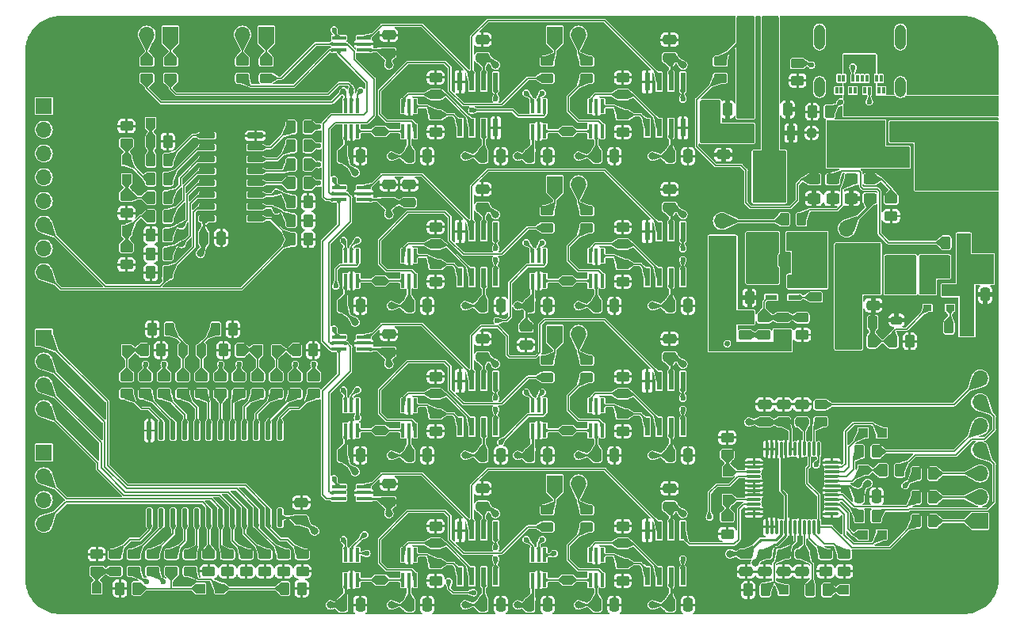
<source format=gbr>
%TF.GenerationSoftware,KiCad,Pcbnew,7.0.9*%
%TF.CreationDate,2024-02-07T13:51:38-05:00*%
%TF.ProjectId,fydp,66796470-2e6b-4696-9361-645f70636258,rev?*%
%TF.SameCoordinates,Original*%
%TF.FileFunction,Copper,L1,Top*%
%TF.FilePolarity,Positive*%
%FSLAX46Y46*%
G04 Gerber Fmt 4.6, Leading zero omitted, Abs format (unit mm)*
G04 Created by KiCad (PCBNEW 7.0.9) date 2024-02-07 13:51:38*
%MOMM*%
%LPD*%
G01*
G04 APERTURE LIST*
G04 Aperture macros list*
%AMRoundRect*
0 Rectangle with rounded corners*
0 $1 Rounding radius*
0 $2 $3 $4 $5 $6 $7 $8 $9 X,Y pos of 4 corners*
0 Add a 4 corners polygon primitive as box body*
4,1,4,$2,$3,$4,$5,$6,$7,$8,$9,$2,$3,0*
0 Add four circle primitives for the rounded corners*
1,1,$1+$1,$2,$3*
1,1,$1+$1,$4,$5*
1,1,$1+$1,$6,$7*
1,1,$1+$1,$8,$9*
0 Add four rect primitives between the rounded corners*
20,1,$1+$1,$2,$3,$4,$5,0*
20,1,$1+$1,$4,$5,$6,$7,0*
20,1,$1+$1,$6,$7,$8,$9,0*
20,1,$1+$1,$8,$9,$2,$3,0*%
G04 Aperture macros list end*
%TA.AperFunction,ComponentPad*%
%ADD10C,1.600200*%
%TD*%
%TA.AperFunction,ComponentPad*%
%ADD11R,1.600200X1.600200*%
%TD*%
%TA.AperFunction,SMDPad,CuDef*%
%ADD12R,0.558800X1.981200*%
%TD*%
%TA.AperFunction,SMDPad,CuDef*%
%ADD13RoundRect,0.250000X-0.262500X-0.450000X0.262500X-0.450000X0.262500X0.450000X-0.262500X0.450000X0*%
%TD*%
%TA.AperFunction,ComponentPad*%
%ADD14R,1.700000X1.700000*%
%TD*%
%TA.AperFunction,ComponentPad*%
%ADD15O,1.700000X1.700000*%
%TD*%
%TA.AperFunction,SMDPad,CuDef*%
%ADD16RoundRect,0.250000X0.475000X-0.250000X0.475000X0.250000X-0.475000X0.250000X-0.475000X-0.250000X0*%
%TD*%
%TA.AperFunction,SMDPad,CuDef*%
%ADD17RoundRect,0.250000X0.262500X0.450000X-0.262500X0.450000X-0.262500X-0.450000X0.262500X-0.450000X0*%
%TD*%
%TA.AperFunction,SMDPad,CuDef*%
%ADD18RoundRect,0.250000X-0.250000X-0.475000X0.250000X-0.475000X0.250000X0.475000X-0.250000X0.475000X0*%
%TD*%
%TA.AperFunction,SMDPad,CuDef*%
%ADD19RoundRect,0.250000X-0.450000X0.262500X-0.450000X-0.262500X0.450000X-0.262500X0.450000X0.262500X0*%
%TD*%
%TA.AperFunction,SMDPad,CuDef*%
%ADD20RoundRect,0.250000X-0.475000X0.250000X-0.475000X-0.250000X0.475000X-0.250000X0.475000X0.250000X0*%
%TD*%
%TA.AperFunction,SMDPad,CuDef*%
%ADD21RoundRect,0.150000X0.725000X0.150000X-0.725000X0.150000X-0.725000X-0.150000X0.725000X-0.150000X0*%
%TD*%
%TA.AperFunction,SMDPad,CuDef*%
%ADD22RoundRect,0.250000X0.450000X-0.262500X0.450000X0.262500X-0.450000X0.262500X-0.450000X-0.262500X0*%
%TD*%
%TA.AperFunction,SMDPad,CuDef*%
%ADD23R,1.000000X1.000000*%
%TD*%
%TA.AperFunction,SMDPad,CuDef*%
%ADD24R,1.270000X0.558800*%
%TD*%
%TA.AperFunction,ComponentPad*%
%ADD25C,2.641600*%
%TD*%
%TA.AperFunction,SMDPad,CuDef*%
%ADD26R,0.400000X1.500000*%
%TD*%
%TA.AperFunction,SMDPad,CuDef*%
%ADD27RoundRect,0.218750X0.218750X0.381250X-0.218750X0.381250X-0.218750X-0.381250X0.218750X-0.381250X0*%
%TD*%
%TA.AperFunction,SMDPad,CuDef*%
%ADD28R,1.500000X0.400000*%
%TD*%
%TA.AperFunction,SMDPad,CuDef*%
%ADD29RoundRect,0.250000X0.450000X-0.325000X0.450000X0.325000X-0.450000X0.325000X-0.450000X-0.325000X0*%
%TD*%
%TA.AperFunction,SMDPad,CuDef*%
%ADD30RoundRect,0.250000X0.250000X0.475000X-0.250000X0.475000X-0.250000X-0.475000X0.250000X-0.475000X0*%
%TD*%
%TA.AperFunction,ComponentPad*%
%ADD31C,2.600000*%
%TD*%
%TA.AperFunction,ConnectorPad*%
%ADD32C,4.400000*%
%TD*%
%TA.AperFunction,SMDPad,CuDef*%
%ADD33RoundRect,0.225000X-0.225000X-0.375000X0.225000X-0.375000X0.225000X0.375000X-0.225000X0.375000X0*%
%TD*%
%TA.AperFunction,SMDPad,CuDef*%
%ADD34RoundRect,0.137500X-0.137500X0.862500X-0.137500X-0.862500X0.137500X-0.862500X0.137500X0.862500X0*%
%TD*%
%TA.AperFunction,SMDPad,CuDef*%
%ADD35RoundRect,0.075000X-0.662500X-0.075000X0.662500X-0.075000X0.662500X0.075000X-0.662500X0.075000X0*%
%TD*%
%TA.AperFunction,SMDPad,CuDef*%
%ADD36RoundRect,0.075000X-0.075000X-0.662500X0.075000X-0.662500X0.075000X0.662500X-0.075000X0.662500X0*%
%TD*%
%TA.AperFunction,SMDPad,CuDef*%
%ADD37R,0.900001X0.650001*%
%TD*%
%TA.AperFunction,SMDPad,CuDef*%
%ADD38RoundRect,0.225000X0.375000X-0.225000X0.375000X0.225000X-0.375000X0.225000X-0.375000X-0.225000X0*%
%TD*%
%TA.AperFunction,ComponentPad*%
%ADD39O,1.168400X2.667000*%
%TD*%
%TA.AperFunction,ComponentPad*%
%ADD40O,1.168400X2.159000*%
%TD*%
%TA.AperFunction,SMDPad,CuDef*%
%ADD41R,0.330200X0.762000*%
%TD*%
%TA.AperFunction,SMDPad,CuDef*%
%ADD42R,1.041400X0.762000*%
%TD*%
%TA.AperFunction,SMDPad,CuDef*%
%ADD43RoundRect,0.250000X0.250000X0.250000X-0.250000X0.250000X-0.250000X-0.250000X0.250000X-0.250000X0*%
%TD*%
%TA.AperFunction,SMDPad,CuDef*%
%ADD44R,0.863600X1.549400*%
%TD*%
%TA.AperFunction,SMDPad,CuDef*%
%ADD45R,3.149600X1.549400*%
%TD*%
%TA.AperFunction,SMDPad,CuDef*%
%ADD46RoundRect,0.250001X-0.624999X0.462499X-0.624999X-0.462499X0.624999X-0.462499X0.624999X0.462499X0*%
%TD*%
%TA.AperFunction,ViaPad*%
%ADD47C,0.800000*%
%TD*%
%TA.AperFunction,ViaPad*%
%ADD48C,0.600000*%
%TD*%
%TA.AperFunction,Conductor*%
%ADD49C,0.250000*%
%TD*%
%TA.AperFunction,Conductor*%
%ADD50C,0.177800*%
%TD*%
%TA.AperFunction,Conductor*%
%ADD51C,0.200000*%
%TD*%
G04 APERTURE END LIST*
D10*
%TO.P,J3,2,Pin_2*%
%TO.N,/USBC RECEPTACLE/LMAO*%
X207050000Y-88499998D03*
D11*
%TO.P,J3,1,Pin_1*%
%TO.N,GND*%
X207050000Y-92000001D03*
%TD*%
D12*
%TO.P,U30,1,Y1*%
%TO.N,/ANALOG MULTIPLIER 4/MULT13_Y1*%
X153440951Y-131463800D03*
%TO.P,U30,2,Y2*%
%TO.N,/ANALOG MULTIPLIER 4/MULT13_Y2*%
X154710951Y-131463800D03*
%TO.P,U30,3,-VS*%
%TO.N,-15V*%
X155980951Y-131463800D03*
%TO.P,U30,4,Z*%
%TO.N,MULT9_OUT*%
X157250951Y-131463800D03*
%TO.P,U30,5,W*%
%TO.N,MULT13_OUT*%
X157250951Y-126536200D03*
%TO.P,U30,6,+VS*%
%TO.N,+15V*%
X155980951Y-126536200D03*
%TO.P,U30,7,X1*%
%TO.N,IN4*%
X154710951Y-126536200D03*
%TO.P,U30,8,X2*%
%TO.N,GND*%
X153440951Y-126536200D03*
%TD*%
D13*
%TO.P,R11,1*%
%TO.N,/DECODER 1/DAC_IN_DECODER_A1*%
X135412500Y-91385000D03*
%TO.P,R11,2*%
%TO.N,GND*%
X137237500Y-91385000D03*
%TD*%
D14*
%TO.P,J19,1,Pin_1*%
%TO.N,/ANALOG MULTIPLIER 4/GPIO_SW13_POLARITY_R*%
X163570951Y-121500000D03*
D15*
%TO.P,J19,2,Pin_2*%
%TO.N,/ANALOG MULTIPLIER 4/GPIO_SW14_POLARITY_R*%
X166110951Y-121500000D03*
%TD*%
D16*
%TO.P,C55,1*%
%TO.N,+5V*%
X188000000Y-114950000D03*
%TO.P,C55,2*%
%TO.N,GND*%
X188000000Y-113050000D03*
%TD*%
D13*
%TO.P,R6,1*%
%TO.N,/POWER/PN15V0_CUK*%
X195675000Y-106300000D03*
%TO.P,R6,2*%
%TO.N,/POWER/CUK1_FB*%
X197500000Y-106300000D03*
%TD*%
D17*
%TO.P,R51,1*%
%TO.N,/DECODER 2/DAC8_CS_L*%
X122412500Y-105005600D03*
%TO.P,R51,2*%
%TO.N,GND*%
X120587500Y-105005600D03*
%TD*%
D16*
%TO.P,C29,1*%
%TO.N,+15V*%
X175845951Y-75950000D03*
%TO.P,C29,2*%
%TO.N,GND*%
X175845951Y-74050000D03*
%TD*%
D17*
%TO.P,R15,1*%
%TO.N,/DECODER 1/ADC1_CS_L_R*%
X122237500Y-92940000D03*
%TO.P,R15,2*%
%TO.N,/DECODER 1/TP_ADC1_CS_L*%
X120412500Y-92940000D03*
%TD*%
D18*
%TO.P,C28,1*%
%TO.N,+5V*%
X160895951Y-86500000D03*
%TO.P,C28,2*%
%TO.N,GND*%
X162795951Y-86500000D03*
%TD*%
D14*
%TO.P,J18,1,Pin_1*%
%TO.N,/ANALOG MULTIPLIER 3/GPIO_SW9_POLARITY_R*%
X163570951Y-105500000D03*
D15*
%TO.P,J18,2,Pin_2*%
%TO.N,/ANALOG MULTIPLIER 3/GPIO_SW10_POLARITY_R*%
X166110951Y-105500000D03*
%TD*%
D18*
%TO.P,C24,1*%
%TO.N,+5V*%
X140895951Y-86500000D03*
%TO.P,C24,2*%
%TO.N,GND*%
X142795951Y-86500000D03*
%TD*%
D19*
%TO.P,R32,1*%
%TO.N,DAC_DECODER_A2*%
X132615000Y-129093100D03*
%TO.P,R32,2*%
%TO.N,GND*%
X132615000Y-130918100D03*
%TD*%
D20*
%TO.P,C16,1*%
%TO.N,/POWER/PN15V0_CUK*%
X197600000Y-100550000D03*
%TO.P,C16,2*%
%TO.N,GND*%
X197600000Y-102450000D03*
%TD*%
D13*
%TO.P,R92,1*%
%TO.N,ADC1_SDI*%
X202175000Y-120460000D03*
%TO.P,R92,2*%
%TO.N,/ADC/ADC1_SDI_R*%
X204000000Y-120460000D03*
%TD*%
D18*
%TO.P,C51,1*%
%TO.N,+5V*%
X168050000Y-134500000D03*
%TO.P,C51,2*%
%TO.N,GND*%
X169950000Y-134500000D03*
%TD*%
D19*
%TO.P,R88,1*%
%TO.N,Net-(U34-LVDS{slash}\u002ACMOS)*%
X194500000Y-129087500D03*
%TO.P,R88,2*%
%TO.N,GND*%
X194500000Y-130912500D03*
%TD*%
D21*
%TO.P,U4,1,1E\u002A*%
%TO.N,/DECODER 1/DAC_IN_DECODER_EN_L*%
X131575000Y-93195000D03*
%TO.P,U4,2,1A0*%
%TO.N,/DECODER 1/DAC_IN_DECODER_A0*%
X131575000Y-91925000D03*
%TO.P,U4,3,1A1*%
%TO.N,/DECODER 1/DAC_IN_DECODER_A1*%
X131575000Y-90655000D03*
%TO.P,U4,4,1Y\u002A0*%
%TO.N,/DECODER 1/DAC_IN4_CS_L_R*%
X131575000Y-89385000D03*
%TO.P,U4,5,1Y\u002A1*%
%TO.N,/DECODER 1/DAC_IN3_CS_L_R*%
X131575000Y-88115000D03*
%TO.P,U4,6,1Y\u002A2*%
%TO.N,/DECODER 1/DAC_IN2_CS_L_R*%
X131575000Y-86845000D03*
%TO.P,U4,7,1Y\u002A3*%
%TO.N,/DECODER 1/DAC_IN1_CS_L_R*%
X131575000Y-85575000D03*
%TO.P,U4,8,GND*%
%TO.N,GND*%
X131575000Y-84305000D03*
%TO.P,U4,9,2Y\u002A3*%
%TO.N,/DECODER 1/ADC4_CS_L_R*%
X126425000Y-84305000D03*
%TO.P,U4,10,2Y\u002A2*%
%TO.N,/DECODER 1/ADC3_CS_L_R*%
X126425000Y-85575000D03*
%TO.P,U4,11,2Y\u002A1*%
%TO.N,/DECODER 1/ADC2_CS_L_R*%
X126425000Y-86845000D03*
%TO.P,U4,12,2Y\u002A0*%
%TO.N,/DECODER 1/ADC1_CS_L_R*%
X126425000Y-88115000D03*
%TO.P,U4,13,2A1*%
%TO.N,/DECODER 1/ADC_DECODER_A1*%
X126425000Y-89385000D03*
%TO.P,U4,14,2A0*%
%TO.N,/DECODER 1/ADC_DECODER_A0*%
X126425000Y-90655000D03*
%TO.P,U4,15,2E\u002A*%
%TO.N,/DECODER 1/ADC_DECODER_EN_L*%
X126425000Y-91925000D03*
%TO.P,U4,16,VCC*%
%TO.N,+3.3V*%
X126425000Y-93195000D03*
%TD*%
D18*
%TO.P,C59,1*%
%TO.N,+3.3V*%
X196050000Y-122900000D03*
%TO.P,C59,2*%
%TO.N,GND*%
X197950000Y-122900000D03*
%TD*%
D19*
%TO.P,R98,1*%
%TO.N,Net-(J1-PadB5)*%
X189500000Y-76587500D03*
%TO.P,R98,2*%
%TO.N,GND*%
X189500000Y-78412500D03*
%TD*%
D22*
%TO.P,R61,1*%
%TO.N,/ANALOG MULTIPLIER 1/MULT2_Y2*%
X170845951Y-79912500D03*
%TO.P,R61,2*%
%TO.N,GND*%
X170845951Y-78087500D03*
%TD*%
D17*
%TO.P,R86,1*%
%TO.N,/ADC/ADC1_EXTERNAL_REFIN*%
X186066549Y-132912500D03*
%TO.P,R86,2*%
%TO.N,GND*%
X184241549Y-132912500D03*
%TD*%
D23*
%TO.P,TP6,1,1*%
%TO.N,/DECODER 2/DAC11_CS_L*%
X117835000Y-107251551D03*
%TD*%
D20*
%TO.P,C61,1*%
%TO.N,/ADC/ADC1_REF*%
X190000000Y-129050000D03*
%TO.P,C61,2*%
%TO.N,GND*%
X190000000Y-130950000D03*
%TD*%
D17*
%TO.P,R49,1*%
%TO.N,/DECODER 2/DAC4_CS_L*%
X130007500Y-107251551D03*
%TO.P,R49,2*%
%TO.N,GND*%
X128182500Y-107251551D03*
%TD*%
D22*
%TO.P,R38,1*%
%TO.N,/DECODER 2/DAC16_CS_L*%
X124615000Y-130918100D03*
%TO.P,R38,2*%
%TO.N,/DECODER 2/DAC16_CS_L_R*%
X124615000Y-129093100D03*
%TD*%
D14*
%TO.P,J11,1,Pin_1*%
%TO.N,DAC_DECODER_A0*%
X109000000Y-105920000D03*
D15*
%TO.P,J11,2,Pin_2*%
%TO.N,DAC_DECODER_A1*%
X109000000Y-108460000D03*
%TO.P,J11,3,Pin_3*%
%TO.N,DAC_DECODER_A2*%
X109000000Y-111000000D03*
%TO.P,J11,4,Pin_4*%
%TO.N,DAC_DECODER_A3*%
X109000000Y-113540000D03*
%TD*%
D22*
%TO.P,R26,1*%
%TO.N,/DECODER 2/DAC1_CS_L_R*%
X137835000Y-111918100D03*
%TO.P,R26,2*%
%TO.N,DAC1_CS_L*%
X137835000Y-110093100D03*
%TD*%
D23*
%TO.P,TP20,1,1*%
%TO.N,/ANALOG MULTIPLIER 4/DAC14_VOUT*%
X164923976Y-131830000D03*
%TD*%
D18*
%TO.P,C47,1*%
%TO.N,+5V*%
X148050000Y-134500000D03*
%TO.P,C47,2*%
%TO.N,GND*%
X149950000Y-134500000D03*
%TD*%
D24*
%TO.P,U1,1,SW*%
%TO.N,/POWER/BOOST1_LX*%
X186700000Y-99700000D03*
%TO.P,U1,2,GND*%
%TO.N,GND*%
X186700000Y-100652500D03*
%TO.P,U1,3,FB*%
%TO.N,/POWER/BOOST1_FB*%
X186700000Y-101605000D03*
%TO.P,U1,4,~SHDN*%
%TO.N,/POWER/BOOST1_SHDN*%
X189138400Y-101605000D03*
%TO.P,U1,5,VIN*%
%TO.N,+5V*%
X189138400Y-99700000D03*
%TD*%
D23*
%TO.P,TP9,1,1*%
%TO.N,/DECODER 2/DAC7_CS_L*%
X125835000Y-107251551D03*
%TD*%
D19*
%TO.P,R44,1*%
%TO.N,/DECODER 2/DAC_DECODER_E0_L*%
X126615000Y-129093100D03*
%TO.P,R44,2*%
%TO.N,GND*%
X126615000Y-130918100D03*
%TD*%
%TO.P,R99,1*%
%TO.N,+3.3V*%
X181250000Y-76337500D03*
%TO.P,R99,2*%
%TO.N,Net-(D2-A)*%
X181250000Y-78162500D03*
%TD*%
D25*
%TO.P,J9,1,1*%
%TO.N,GND*%
X181250000Y-113000000D03*
%TD*%
D22*
%TO.P,R39,1*%
%TO.N,/DECODER 2/DAC8_CS_L_R*%
X123835000Y-111918100D03*
%TO.P,R39,2*%
%TO.N,/DECODER 2/DAC8_CS_L*%
X123835000Y-110093100D03*
%TD*%
%TO.P,R62,1*%
%TO.N,DAC_CLK*%
X122525000Y-78162500D03*
%TO.P,R62,2*%
%TO.N,/ANALOG MULTIPLIER 1/DAC_CLK_R*%
X122525000Y-76337500D03*
%TD*%
D25*
%TO.P,J13,1,1*%
%TO.N,GND*%
X137000000Y-116500000D03*
%TD*%
D26*
%TO.P,U28,1,\u002ACS/LD*%
%TO.N,DAC13_CS_L*%
X142495951Y-129170000D03*
%TO.P,U28,2,SCK*%
%TO.N,DAC_CLK*%
X141845951Y-129170000D03*
%TO.P,U28,3,SDI*%
%TO.N,DAC_DATA_IN*%
X141195951Y-129170000D03*
%TO.P,U28,4,VCC*%
%TO.N,+5V*%
X141195951Y-131830000D03*
%TO.P,U28,5,GND*%
%TO.N,GND*%
X141845951Y-131830000D03*
%TO.P,U28,6,VOUT*%
%TO.N,/ANALOG MULTIPLIER 4/DAC13_VOUT*%
X142495951Y-131830000D03*
%TD*%
D16*
%TO.P,C56,1*%
%TO.N,/ADC/ADC1_VDDLBYP*%
X190000000Y-114950000D03*
%TO.P,C56,2*%
%TO.N,GND*%
X190000000Y-113050000D03*
%TD*%
D23*
%TO.P,TP25,1,1*%
%TO.N,/ADC/TP_ADC1_SDO_N*%
X198500000Y-116100000D03*
%TD*%
D13*
%TO.P,R25,1*%
%TO.N,/DECODER 1/TP_ADC4_CS_L*%
X120412500Y-84940000D03*
%TO.P,R25,2*%
%TO.N,GND*%
X122237500Y-84940000D03*
%TD*%
%TO.P,R7,1*%
%TO.N,/POWER/CUK1_FB*%
X199675000Y-106300000D03*
%TO.P,R7,2*%
%TO.N,GND*%
X201500000Y-106300000D03*
%TD*%
D16*
%TO.P,C22,1*%
%TO.N,+5V*%
X145845951Y-123450000D03*
%TO.P,C22,2*%
%TO.N,GND*%
X145845951Y-121550000D03*
%TD*%
D18*
%TO.P,C52,1*%
%TO.N,+5V*%
X160895951Y-134500000D03*
%TO.P,C52,2*%
%TO.N,GND*%
X162795951Y-134500000D03*
%TD*%
D26*
%TO.P,U11,1,B2*%
%TO.N,/ANALOG MULTIPLIER 1/MULT1_Y1*%
X148650000Y-81170000D03*
%TO.P,U11,2,GND*%
%TO.N,GND*%
X148000000Y-81170000D03*
%TO.P,U11,3,B1*%
%TO.N,/ANALOG MULTIPLIER 1/MULT1_Y2*%
X147350000Y-81170000D03*
%TO.P,U11,4,A*%
%TO.N,/ANALOG MULTIPLIER 1/DAC1_VOUT*%
X147350000Y-83830000D03*
%TO.P,U11,5,VCC*%
%TO.N,+5V*%
X148000000Y-83830000D03*
%TO.P,U11,6,S*%
%TO.N,/ANALOG MULTIPLIER 1/GPIO_SW1_POLARITY*%
X148650000Y-83830000D03*
%TD*%
D19*
%TO.P,R22,1*%
%TO.N,/DECODER 1/TP_ADC1_CS_L*%
X117825000Y-96277500D03*
%TO.P,R22,2*%
%TO.N,GND*%
X117825000Y-98102500D03*
%TD*%
D22*
%TO.P,R31,1*%
%TO.N,/DECODER 2/DAC4_CS_L_R*%
X131835000Y-111918100D03*
%TO.P,R31,2*%
%TO.N,/DECODER 2/DAC4_CS_L*%
X131835000Y-110093100D03*
%TD*%
%TO.P,R28,1*%
%TO.N,/DECODER 2/DAC3_CS_L_R*%
X133835000Y-111918100D03*
%TO.P,R28,2*%
%TO.N,/DECODER 2/DAC3_CS_L*%
X133835000Y-110093100D03*
%TD*%
%TO.P,R70,1*%
%TO.N,/ANALOG MULTIPLIER 2/GPIO_SW5_POLARITY*%
X162750000Y-94162500D03*
%TO.P,R70,2*%
%TO.N,/ANALOG MULTIPLIER 2/GPIO_SW5_POLARITY_R*%
X162750000Y-92337500D03*
%TD*%
D12*
%TO.P,U24,1,Y1*%
%TO.N,/ANALOG MULTIPLIER 3/MULT9_Y1*%
X153440951Y-115463800D03*
%TO.P,U24,2,Y2*%
%TO.N,/ANALOG MULTIPLIER 3/MULT9_Y2*%
X154710951Y-115463800D03*
%TO.P,U24,3,-VS*%
%TO.N,-15V*%
X155980951Y-115463800D03*
%TO.P,U24,4,Z*%
%TO.N,MULT5_OUT*%
X157250951Y-115463800D03*
%TO.P,U24,5,W*%
%TO.N,MULT9_OUT*%
X157250951Y-110536200D03*
%TO.P,U24,6,+VS*%
%TO.N,+15V*%
X155980951Y-110536200D03*
%TO.P,U24,7,X1*%
%TO.N,IN3*%
X154710951Y-110536200D03*
%TO.P,U24,8,X2*%
%TO.N,GND*%
X153440951Y-110536200D03*
%TD*%
%TO.P,U21,1,Y1*%
%TO.N,/ANALOG MULTIPLIER 2/MULT6_Y1*%
X173440951Y-99463800D03*
%TO.P,U21,2,Y2*%
%TO.N,/ANALOG MULTIPLIER 2/MULT6_Y2*%
X174710951Y-99463800D03*
%TO.P,U21,3,-VS*%
%TO.N,-15V*%
X175980951Y-99463800D03*
%TO.P,U21,4,Z*%
%TO.N,MULT2_OUT*%
X177250951Y-99463800D03*
%TO.P,U21,5,W*%
%TO.N,MULT6_OUT*%
X177250951Y-94536200D03*
%TO.P,U21,6,+VS*%
%TO.N,+15V*%
X175980951Y-94536200D03*
%TO.P,U21,7,X1*%
%TO.N,IN2*%
X174710951Y-94536200D03*
%TO.P,U21,8,X2*%
%TO.N,GND*%
X173440951Y-94536200D03*
%TD*%
D26*
%TO.P,U17,1,B2*%
%TO.N,/ANALOG MULTIPLIER 2/MULT5_Y1*%
X148650000Y-97170000D03*
%TO.P,U17,2,GND*%
%TO.N,GND*%
X148000000Y-97170000D03*
%TO.P,U17,3,B1*%
%TO.N,/ANALOG MULTIPLIER 2/MULT5_Y2*%
X147350000Y-97170000D03*
%TO.P,U17,4,A*%
%TO.N,/ANALOG MULTIPLIER 2/DAC5_VOUT*%
X147350000Y-99830000D03*
%TO.P,U17,5,VCC*%
%TO.N,+5V*%
X148000000Y-99830000D03*
%TO.P,U17,6,S*%
%TO.N,/ANALOG MULTIPLIER 2/GPIO_SW5_POLARITY*%
X148650000Y-99830000D03*
%TD*%
D18*
%TO.P,C7,1*%
%TO.N,GND*%
X187969200Y-97652500D03*
%TO.P,C7,2*%
%TO.N,+5V*%
X189869200Y-97652500D03*
%TD*%
D16*
%TO.P,C8,1*%
%TO.N,/POWER/PP15V0_BOOST*%
X187919200Y-105650000D03*
%TO.P,C8,2*%
%TO.N,/POWER/BOOST1_FB*%
X187919200Y-103750000D03*
%TD*%
D23*
%TO.P,TP10,1,1*%
%TO.N,/DECODER 2/DAC15_CS_L*%
X125750000Y-132755600D03*
%TD*%
D20*
%TO.P,C60,1*%
%TO.N,/ADC/ADC1_EXTERNAL_REFIN*%
X188000000Y-129050000D03*
%TO.P,C60,2*%
%TO.N,GND*%
X188000000Y-130950000D03*
%TD*%
D27*
%TO.P,L1,1,1*%
%TO.N,+5V*%
X188981700Y-95652500D03*
%TO.P,L1,2,2*%
%TO.N,/POWER/BOOST1_LX*%
X186856700Y-95652500D03*
%TD*%
D23*
%TO.P,TP5,1,1*%
%TO.N,/DECODER 2/DAC3_CS_L*%
X133845000Y-107251551D03*
%TD*%
D13*
%TO.P,R50,1*%
%TO.N,/DECODER 2/DAC7_CS_L*%
X127337500Y-105001551D03*
%TO.P,R50,2*%
%TO.N,GND*%
X129162500Y-105001551D03*
%TD*%
D23*
%TO.P,TP13,1,1*%
%TO.N,/ANALOG MULTIPLIER 1/DAC1_VOUT*%
X144922976Y-83830000D03*
%TD*%
D18*
%TO.P,C44,1*%
%TO.N,+5V*%
X160895951Y-118500000D03*
%TO.P,C44,2*%
%TO.N,GND*%
X162795951Y-118500000D03*
%TD*%
%TO.P,C26,1*%
%TO.N,-15V*%
X155895951Y-86500000D03*
%TO.P,C26,2*%
%TO.N,GND*%
X157795951Y-86500000D03*
%TD*%
%TO.P,C17,1*%
%TO.N,+3.3V*%
X126050000Y-95250000D03*
%TO.P,C17,2*%
%TO.N,GND*%
X127950000Y-95250000D03*
%TD*%
D22*
%TO.P,R73,1*%
%TO.N,/ANALOG MULTIPLIER 3/MULT9_Y2*%
X150845951Y-111912500D03*
%TO.P,R73,2*%
%TO.N,GND*%
X150845951Y-110087500D03*
%TD*%
D23*
%TO.P,TP15,1,1*%
%TO.N,/ANALOG MULTIPLIER 2/DAC5_VOUT*%
X144922976Y-99830000D03*
%TD*%
D20*
%TO.P,C58,1*%
%TO.N,-15V*%
X186000000Y-129050000D03*
%TO.P,C58,2*%
%TO.N,GND*%
X186000000Y-130950000D03*
%TD*%
D18*
%TO.P,C9,1*%
%TO.N,/POWER/PP15V0_BOOST*%
X182469200Y-101652500D03*
%TO.P,C9,2*%
%TO.N,GND*%
X184369200Y-101652500D03*
%TD*%
D23*
%TO.P,TP29,1,1*%
%TO.N,/ADC/TP_ADC1_SDI_P*%
X198500000Y-127000000D03*
%TD*%
D19*
%TO.P,R58,1*%
%TO.N,/ANALOG MULTIPLIER 1/MULT1_Y1*%
X150845951Y-82087500D03*
%TO.P,R58,2*%
%TO.N,GND*%
X150845951Y-83912500D03*
%TD*%
D28*
%TO.P,U8,1,\u002ACS/LD*%
%TO.N,DAC_IN3_CS_L*%
X140515951Y-105850000D03*
%TO.P,U8,2,SCK*%
%TO.N,DAC_IN_CLK*%
X140515951Y-106500000D03*
%TO.P,U8,3,SDI*%
%TO.N,DAC_IN_DATA_IN*%
X140515951Y-107150000D03*
%TO.P,U8,4,VCC*%
%TO.N,+5V*%
X143175951Y-107150000D03*
%TO.P,U8,5,GND*%
%TO.N,GND*%
X143175951Y-106500000D03*
%TO.P,U8,6,VOUT*%
%TO.N,IN3*%
X143175951Y-105850000D03*
%TD*%
D18*
%TO.P,C34,1*%
%TO.N,-15V*%
X155895951Y-102500000D03*
%TO.P,C34,2*%
%TO.N,GND*%
X157795951Y-102500000D03*
%TD*%
D17*
%TO.P,R5,1*%
%TO.N,+5V*%
X207500000Y-104800000D03*
%TO.P,R5,2*%
%TO.N,/POWER/CUK1_SHDN*%
X205675000Y-104800000D03*
%TD*%
D18*
%TO.P,C31,1*%
%TO.N,+5V*%
X148050000Y-102500000D03*
%TO.P,C31,2*%
%TO.N,GND*%
X149950000Y-102500000D03*
%TD*%
D22*
%TO.P,R35,1*%
%TO.N,/DECODER 2/DAC6_CS_L_R*%
X127885000Y-111918100D03*
%TO.P,R35,2*%
%TO.N,DAC6_CS_L*%
X127885000Y-110093100D03*
%TD*%
D29*
%TO.P,D2,1,K*%
%TO.N,GND*%
X191250000Y-91025000D03*
%TO.P,D2,2,A*%
%TO.N,Net-(D2-A)*%
X191250000Y-88975000D03*
%TD*%
D30*
%TO.P,C12,1*%
%TO.N,+3.3V*%
X183950000Y-81500000D03*
%TO.P,C12,2*%
%TO.N,GND*%
X182050000Y-81500000D03*
%TD*%
D22*
%TO.P,R41,1*%
%TO.N,/DECODER 2/DAC9_CS_L_R*%
X121835000Y-111918100D03*
%TO.P,R41,2*%
%TO.N,DAC9_CS_L*%
X121835000Y-110093100D03*
%TD*%
D26*
%TO.P,U32,1,B2*%
%TO.N,/ANALOG MULTIPLIER 4/MULT14_Y1*%
X168650000Y-129170000D03*
%TO.P,U32,2,GND*%
%TO.N,GND*%
X168000000Y-129170000D03*
%TO.P,U32,3,B1*%
%TO.N,/ANALOG MULTIPLIER 4/MULT14_Y2*%
X167350000Y-129170000D03*
%TO.P,U32,4,A*%
%TO.N,/ANALOG MULTIPLIER 4/DAC14_VOUT*%
X167350000Y-131830000D03*
%TO.P,U32,5,VCC*%
%TO.N,+5V*%
X168000000Y-131830000D03*
%TO.P,U32,6,S*%
%TO.N,/ANALOG MULTIPLIER 4/GPIO_SW14_POLARITY*%
X168650000Y-131830000D03*
%TD*%
D23*
%TO.P,TP8,1,1*%
%TO.N,/DECODER 2/DAC12_CS_L*%
X114655000Y-132755600D03*
%TD*%
D22*
%TO.P,R71,1*%
%TO.N,/ANALOG MULTIPLIER 2/GPIO_SW6_POLARITY*%
X167000000Y-94162500D03*
%TO.P,R71,2*%
%TO.N,/ANALOG MULTIPLIER 2/GPIO_SW6_POLARITY_R*%
X167000000Y-92337500D03*
%TD*%
%TO.P,R82,1*%
%TO.N,/ANALOG MULTIPLIER 4/GPIO_SW13_POLARITY*%
X162750000Y-126162500D03*
%TO.P,R82,2*%
%TO.N,/ANALOG MULTIPLIER 4/GPIO_SW13_POLARITY_R*%
X162750000Y-124337500D03*
%TD*%
D19*
%TO.P,R80,1*%
%TO.N,/ANALOG MULTIPLIER 4/MULT14_Y1*%
X170845951Y-130087500D03*
%TO.P,R80,2*%
%TO.N,GND*%
X170845951Y-131912500D03*
%TD*%
D14*
%TO.P,J16,1,Pin_1*%
%TO.N,/ANALOG MULTIPLIER 1/GPIO_SW1_POLARITY_R*%
X163570951Y-73500000D03*
D15*
%TO.P,J16,2,Pin_2*%
%TO.N,/ANALOG MULTIPLIER 1/GPIO_SW2_POLARITY_R*%
X166110951Y-73500000D03*
%TD*%
D22*
%TO.P,R46,1*%
%TO.N,/DECODER 2/DAC11_CS_L_R*%
X117835000Y-111918100D03*
%TO.P,R46,2*%
%TO.N,/DECODER 2/DAC11_CS_L*%
X117835000Y-110093100D03*
%TD*%
D23*
%TO.P,TP14,1,1*%
%TO.N,/ANALOG MULTIPLIER 1/DAC2_VOUT*%
X164922976Y-83830000D03*
%TD*%
D19*
%TO.P,R74,1*%
%TO.N,/ANALOG MULTIPLIER 3/MULT10_Y1*%
X170845951Y-114087500D03*
%TO.P,R74,2*%
%TO.N,GND*%
X170845951Y-115912500D03*
%TD*%
%TO.P,R87,1*%
%TO.N,/ADC/ADC1_POWER_DOWN*%
X192500000Y-129087500D03*
%TO.P,R87,2*%
%TO.N,GND*%
X192500000Y-130912500D03*
%TD*%
D22*
%TO.P,R63,1*%
%TO.N,/ANALOG MULTIPLIER 1/GPIO_SW1_POLARITY*%
X162750000Y-78162500D03*
%TO.P,R63,2*%
%TO.N,/ANALOG MULTIPLIER 1/GPIO_SW1_POLARITY_R*%
X162750000Y-76337500D03*
%TD*%
D19*
%TO.P,R36,1*%
%TO.N,/DECODER 2/DAC_DECODER_E1_L*%
X128615000Y-129093100D03*
%TO.P,R36,2*%
%TO.N,GND*%
X128615000Y-130918100D03*
%TD*%
D22*
%TO.P,R43,1*%
%TO.N,/DECODER 2/DAC10_CS_L_R*%
X119835000Y-111918100D03*
%TO.P,R43,2*%
%TO.N,DAC10_CS_L*%
X119835000Y-110093100D03*
%TD*%
D18*
%TO.P,C14,1*%
%TO.N,+5V*%
X207637500Y-101300000D03*
%TO.P,C14,2*%
%TO.N,GND*%
X209537500Y-101300000D03*
%TD*%
D22*
%TO.P,R40,1*%
%TO.N,/DECODER 2/DAC15_CS_L*%
X122615000Y-130918100D03*
%TO.P,R40,2*%
%TO.N,/DECODER 2/DAC15_CS_L_R*%
X122615000Y-129093100D03*
%TD*%
D26*
%TO.P,U22,1,\u002ACS/LD*%
%TO.N,DAC9_CS_L*%
X142495951Y-113170000D03*
%TO.P,U22,2,SCK*%
%TO.N,DAC_CLK*%
X141845951Y-113170000D03*
%TO.P,U22,3,SDI*%
%TO.N,DAC_DATA_IN*%
X141195951Y-113170000D03*
%TO.P,U22,4,VCC*%
%TO.N,+5V*%
X141195951Y-115830000D03*
%TO.P,U22,5,GND*%
%TO.N,GND*%
X141845951Y-115830000D03*
%TO.P,U22,6,VOUT*%
%TO.N,/ANALOG MULTIPLIER 3/DAC9_VOUT*%
X142495951Y-115830000D03*
%TD*%
D16*
%TO.P,C1,1*%
%TO.N,+5V*%
X186000000Y-114950000D03*
%TO.P,C1,2*%
%TO.N,GND*%
X186000000Y-113050000D03*
%TD*%
D31*
%TO.P,H1,1,1*%
%TO.N,GND*%
X110750000Y-75250000D03*
D32*
X110750000Y-75250000D03*
%TD*%
D19*
%TO.P,R23,1*%
%TO.N,/DECODER 1/TP_ADC2_CS_L*%
X117825000Y-90777500D03*
%TO.P,R23,2*%
%TO.N,GND*%
X117825000Y-92602500D03*
%TD*%
D18*
%TO.P,C39,1*%
%TO.N,+5V*%
X148050000Y-118500000D03*
%TO.P,C39,2*%
%TO.N,GND*%
X149950000Y-118500000D03*
%TD*%
D33*
%TO.P,D3,1,K*%
%TO.N,/POWER/PP15V0_BOOST*%
X181269200Y-99152500D03*
%TO.P,D3,2,A*%
%TO.N,/POWER/BOOST1_LX*%
X184569200Y-99152500D03*
%TD*%
D26*
%TO.P,U23,1,B2*%
%TO.N,/ANALOG MULTIPLIER 3/MULT9_Y1*%
X148650000Y-113170000D03*
%TO.P,U23,2,GND*%
%TO.N,GND*%
X148000000Y-113170000D03*
%TO.P,U23,3,B1*%
%TO.N,/ANALOG MULTIPLIER 3/MULT9_Y2*%
X147350000Y-113170000D03*
%TO.P,U23,4,A*%
%TO.N,/ANALOG MULTIPLIER 3/DAC9_VOUT*%
X147350000Y-115830000D03*
%TO.P,U23,5,VCC*%
%TO.N,+5V*%
X148000000Y-115830000D03*
%TO.P,U23,6,S*%
%TO.N,/ANALOG MULTIPLIER 3/GPIO_SW9_POLARITY*%
X148650000Y-115830000D03*
%TD*%
D14*
%TO.P,J6,1,Pin_1*%
%TO.N,/POWER/PP3V3_LDO*%
X186525000Y-73500000D03*
D15*
%TO.P,J6,2,Pin_2*%
%TO.N,+3.3V*%
X183985000Y-73500000D03*
%TD*%
D28*
%TO.P,U6,1,\u002ACS/LD*%
%TO.N,DAC_IN1_CS_L*%
X140515951Y-73850000D03*
%TO.P,U6,2,SCK*%
%TO.N,DAC_IN_CLK*%
X140515951Y-74500000D03*
%TO.P,U6,3,SDI*%
%TO.N,DAC_IN_DATA_IN*%
X140515951Y-75150000D03*
%TO.P,U6,4,VCC*%
%TO.N,+5V*%
X143175951Y-75150000D03*
%TO.P,U6,5,GND*%
%TO.N,GND*%
X143175951Y-74500000D03*
%TO.P,U6,6,VOUT*%
%TO.N,IN1*%
X143175951Y-73850000D03*
%TD*%
%TO.P,U7,1,\u002ACS/LD*%
%TO.N,DAC_IN2_CS_L*%
X140515951Y-89850000D03*
%TO.P,U7,2,SCK*%
%TO.N,DAC_IN_CLK*%
X140515951Y-90500000D03*
%TO.P,U7,3,SDI*%
%TO.N,DAC_IN_DATA_IN*%
X140515951Y-91150000D03*
%TO.P,U7,4,VCC*%
%TO.N,+5V*%
X143175951Y-91150000D03*
%TO.P,U7,5,GND*%
%TO.N,GND*%
X143175951Y-90500000D03*
%TO.P,U7,6,VOUT*%
%TO.N,IN2*%
X143175951Y-89850000D03*
%TD*%
D31*
%TO.P,H4,1,1*%
%TO.N,GND*%
X207250000Y-131750000D03*
D32*
X207250000Y-131750000D03*
%TD*%
D14*
%TO.P,J12,1,Pin_1*%
%TO.N,+3.3V*%
X109000000Y-118200000D03*
D15*
%TO.P,J12,2,Pin_2*%
%TO.N,/DECODER 2/DAC_DECODER_E1_L*%
X109000000Y-120740000D03*
%TO.P,J12,3,Pin_3*%
%TO.N,+3.3V*%
X109000000Y-123280000D03*
%TO.P,J12,4,Pin_4*%
%TO.N,/DECODER 2/DAC_DECODER_E0_L*%
X109000000Y-125820000D03*
%TD*%
D22*
%TO.P,R57,1*%
%TO.N,DAC_IN_DATA_IN*%
X130210000Y-78162500D03*
%TO.P,R57,2*%
%TO.N,/DAC INPUTS/DAC_IN_DATA_IN_R*%
X130210000Y-76337500D03*
%TD*%
D23*
%TO.P,TP24,1,1*%
%TO.N,/ADC/ADC1_EXTERN_REF*%
X194500000Y-132912500D03*
%TD*%
D13*
%TO.P,R93,1*%
%TO.N,ADC1_SDO_CH0*%
X196087500Y-125000000D03*
%TO.P,R93,2*%
%TO.N,/ADC/ADC1_SDO_CH0_R*%
X197912500Y-125000000D03*
%TD*%
D16*
%TO.P,C20,1*%
%TO.N,+5V*%
X145845951Y-91450000D03*
%TO.P,C20,2*%
%TO.N,GND*%
X145845951Y-89550000D03*
%TD*%
D22*
%TO.P,R64,1*%
%TO.N,DAC_DATA_IN*%
X119985000Y-78162500D03*
%TO.P,R64,2*%
%TO.N,/ANALOG MULTIPLIER 1/DAC_DATA_IN_R*%
X119985000Y-76337500D03*
%TD*%
D19*
%TO.P,R30,1*%
%TO.N,DAC_DECODER_A1*%
X134615000Y-129093100D03*
%TO.P,R30,2*%
%TO.N,GND*%
X134615000Y-130918100D03*
%TD*%
D18*
%TO.P,C36,1*%
%TO.N,+5V*%
X160895951Y-102500000D03*
%TO.P,C36,2*%
%TO.N,GND*%
X162795951Y-102500000D03*
%TD*%
D13*
%TO.P,R48,1*%
%TO.N,/DECODER 2/DAC3_CS_L*%
X135932500Y-107251551D03*
%TO.P,R48,2*%
%TO.N,GND*%
X137757500Y-107251551D03*
%TD*%
D26*
%TO.P,U19,1,\u002ACS/LD*%
%TO.N,DAC6_CS_L*%
X162495951Y-97170000D03*
%TO.P,U19,2,SCK*%
%TO.N,DAC_CLK*%
X161845951Y-97170000D03*
%TO.P,U19,3,SDI*%
%TO.N,DAC_DATA_IN*%
X161195951Y-97170000D03*
%TO.P,U19,4,VCC*%
%TO.N,+5V*%
X161195951Y-99830000D03*
%TO.P,U19,5,GND*%
%TO.N,GND*%
X161845951Y-99830000D03*
%TO.P,U19,6,VOUT*%
%TO.N,/ANALOG MULTIPLIER 2/DAC6_VOUT*%
X162495951Y-99830000D03*
%TD*%
D12*
%TO.P,U27,1,Y1*%
%TO.N,/ANALOG MULTIPLIER 3/MULT10_Y1*%
X173440951Y-115463800D03*
%TO.P,U27,2,Y2*%
%TO.N,/ANALOG MULTIPLIER 3/MULT10_Y2*%
X174710951Y-115463800D03*
%TO.P,U27,3,-VS*%
%TO.N,-15V*%
X175980951Y-115463800D03*
%TO.P,U27,4,Z*%
%TO.N,MULT6_OUT*%
X177250951Y-115463800D03*
%TO.P,U27,5,W*%
%TO.N,MULT10_OUT*%
X177250951Y-110536200D03*
%TO.P,U27,6,+VS*%
%TO.N,+15V*%
X175980951Y-110536200D03*
%TO.P,U27,7,X1*%
%TO.N,IN3*%
X174710951Y-110536200D03*
%TO.P,U27,8,X2*%
%TO.N,GND*%
X173440951Y-110536200D03*
%TD*%
D23*
%TO.P,TP4,1,1*%
%TO.N,/DECODER 1/TP_ADC4_CS_L*%
X120412500Y-82940000D03*
%TD*%
D14*
%TO.P,J14,1,Pin_1*%
%TO.N,/DAC INPUTS/DAC_IN_CLK_R*%
X132750000Y-73500000D03*
D15*
%TO.P,J14,2,Pin_2*%
%TO.N,/DAC INPUTS/DAC_IN_DATA_IN_R*%
X130210000Y-73500000D03*
%TD*%
D13*
%TO.P,R91,1*%
%TO.N,ADC1_SCLK*%
X202175000Y-123000000D03*
%TO.P,R91,2*%
%TO.N,/ADC/ADC1_SCLK_R*%
X204000000Y-123000000D03*
%TD*%
D27*
%TO.P,L2,1,1*%
%TO.N,+5V*%
X207225000Y-98800000D03*
%TO.P,L2,2,2*%
%TO.N,/POWER/CUK1_LX*%
X205100000Y-98800000D03*
%TD*%
D22*
%TO.P,R76,1*%
%TO.N,/ANALOG MULTIPLIER 3/GPIO_SW9_POLARITY*%
X162750000Y-110162500D03*
%TO.P,R76,2*%
%TO.N,/ANALOG MULTIPLIER 3/GPIO_SW9_POLARITY_R*%
X162750000Y-108337500D03*
%TD*%
%TO.P,R65,1*%
%TO.N,/ANALOG MULTIPLIER 1/GPIO_SW2_POLARITY*%
X167000000Y-78162500D03*
%TO.P,R65,2*%
%TO.N,/ANALOG MULTIPLIER 1/GPIO_SW2_POLARITY_R*%
X167000000Y-76337500D03*
%TD*%
%TO.P,R56,1*%
%TO.N,DAC_IN_CLK*%
X132750000Y-78162500D03*
%TO.P,R56,2*%
%TO.N,/DAC INPUTS/DAC_IN_CLK_R*%
X132750000Y-76337500D03*
%TD*%
D17*
%TO.P,R21,1*%
%TO.N,/DECODER 1/ADC4_CS_L_R*%
X122237500Y-86940000D03*
%TO.P,R21,2*%
%TO.N,/DECODER 1/TP_ADC4_CS_L*%
X120412500Y-86940000D03*
%TD*%
D34*
%TO.P,U5,1,Y0\u002A*%
%TO.N,/DECODER 2/DAC1_CS_L_R*%
X134235000Y-115855600D03*
%TO.P,U5,2,Y1\u002A*%
%TO.N,/DECODER 2/DAC2_CS_L_R*%
X132965000Y-115855600D03*
%TO.P,U5,3,Y2\u002A*%
%TO.N,/DECODER 2/DAC3_CS_L_R*%
X131695000Y-115855600D03*
%TO.P,U5,4,Y3\u002A*%
%TO.N,/DECODER 2/DAC4_CS_L_R*%
X130425000Y-115855600D03*
%TO.P,U5,5,Y4\u002A*%
%TO.N,/DECODER 2/DAC5_CS_L_R*%
X129155000Y-115855600D03*
%TO.P,U5,6,Y5\u002A*%
%TO.N,/DECODER 2/DAC6_CS_L_R*%
X127885000Y-115855600D03*
%TO.P,U5,7,Y6\u002A*%
%TO.N,/DECODER 2/DAC7_CS_L_R*%
X126615000Y-115855600D03*
%TO.P,U5,8,Y7\u002A*%
%TO.N,/DECODER 2/DAC8_CS_L_R*%
X125345000Y-115855600D03*
%TO.P,U5,9,Y8\u002A*%
%TO.N,/DECODER 2/DAC9_CS_L_R*%
X124075000Y-115855600D03*
%TO.P,U5,10,Y9\u002A*%
%TO.N,/DECODER 2/DAC10_CS_L_R*%
X122805000Y-115855600D03*
%TO.P,U5,11,Y10\u002A*%
%TO.N,/DECODER 2/DAC11_CS_L_R*%
X121535000Y-115855600D03*
%TO.P,U5,12,GND*%
%TO.N,GND*%
X120265000Y-115855600D03*
%TO.P,U5,13,Y11\u002A*%
%TO.N,/DECODER 2/DAC12_CS_L_R*%
X120265000Y-125155600D03*
%TO.P,U5,14,Y12\u002A*%
%TO.N,/DECODER 2/DAC13_CS_L_R*%
X121535000Y-125155600D03*
%TO.P,U5,15,Y13\u002A*%
%TO.N,/DECODER 2/DAC14_CS_L_R*%
X122805000Y-125155600D03*
%TO.P,U5,16,Y14\u002A*%
%TO.N,/DECODER 2/DAC15_CS_L_R*%
X124075000Y-125155600D03*
%TO.P,U5,17,Y15\u002A*%
%TO.N,/DECODER 2/DAC16_CS_L_R*%
X125345000Y-125155600D03*
%TO.P,U5,18,E0\u002A*%
%TO.N,/DECODER 2/DAC_DECODER_E0_L*%
X126615000Y-125155600D03*
%TO.P,U5,19,E1\u002A*%
%TO.N,/DECODER 2/DAC_DECODER_E1_L*%
X127885000Y-125155600D03*
%TO.P,U5,20,A3*%
%TO.N,DAC_DECODER_A3*%
X129155000Y-125155600D03*
%TO.P,U5,21,A2*%
%TO.N,DAC_DECODER_A2*%
X130425000Y-125155600D03*
%TO.P,U5,22,A1*%
%TO.N,DAC_DECODER_A1*%
X131695000Y-125155600D03*
%TO.P,U5,23,A0*%
%TO.N,DAC_DECODER_A0*%
X132965000Y-125155600D03*
%TO.P,U5,24,VCC*%
%TO.N,+3.3V*%
X134235000Y-125155600D03*
%TD*%
D22*
%TO.P,R75,1*%
%TO.N,/ANALOG MULTIPLIER 3/MULT10_Y2*%
X170845951Y-111912500D03*
%TO.P,R75,2*%
%TO.N,GND*%
X170845951Y-110087500D03*
%TD*%
D18*
%TO.P,C13,1*%
%TO.N,/POWER/CUK1_LX_C*%
X201400000Y-98800000D03*
%TO.P,C13,2*%
%TO.N,/POWER/CUK1_LX*%
X203300000Y-98800000D03*
%TD*%
D35*
%TO.P,U34,1,GND*%
%TO.N,GND*%
X184837500Y-119250000D03*
%TO.P,U34,2,GND*%
X184837500Y-119750000D03*
%TO.P,U34,3,IN1*%
%TO.N,/ADC/IN1*%
X184837500Y-120250000D03*
%TO.P,U34,4,IN1+*%
%TO.N,MULT13_OUT*%
X184837500Y-120750000D03*
%TO.P,U34,5,GND*%
%TO.N,GND*%
X184837500Y-121250000D03*
%TO.P,U34,6,GND*%
X184837500Y-121750000D03*
%TO.P,U34,7,GND*%
X184837500Y-122250000D03*
%TO.P,U34,8,GND*%
X184837500Y-122750000D03*
%TO.P,U34,9,IN0*%
%TO.N,/ADC/IN0*%
X184837500Y-123250000D03*
%TO.P,U34,10,IN0+*%
%TO.N,MULT14_OUT*%
X184837500Y-123750000D03*
%TO.P,U34,11,GND*%
%TO.N,GND*%
X184837500Y-124250000D03*
%TO.P,U34,12,GND*%
X184837500Y-124750000D03*
D36*
%TO.P,U34,13,GND*%
X186250000Y-126162500D03*
%TO.P,U34,14,GND*%
X186750000Y-126162500D03*
%TO.P,U34,15,GND*%
X187250000Y-126162500D03*
%TO.P,U34,16,VCC*%
%TO.N,+15V*%
X187750000Y-126162500D03*
%TO.P,U34,17,VEE*%
%TO.N,-15V*%
X188250000Y-126162500D03*
%TO.P,U34,18,GND*%
%TO.N,GND*%
X188750000Y-126162500D03*
%TO.P,U34,19,REFIN*%
%TO.N,/ADC/ADC1_EXTERNAL_REFIN*%
X189250000Y-126162500D03*
%TO.P,U34,20,GND*%
%TO.N,GND*%
X189750000Y-126162500D03*
%TO.P,U34,21,REFBUF*%
%TO.N,/ADC/ADC1_REF*%
X190250000Y-126162500D03*
%TO.P,U34,22,PD*%
%TO.N,/ADC/ADC1_POWER_DOWN*%
X190750000Y-126162500D03*
%TO.P,U34,23,LVDS/\u002ACMOS*%
%TO.N,Net-(U34-LVDS{slash}\u002ACMOS)*%
X191250000Y-126162500D03*
%TO.P,U34,24,CNV*%
%TO.N,ADC1_CS_L*%
X191750000Y-126162500D03*
D35*
%TO.P,U34,25,GND*%
%TO.N,GND*%
X193162500Y-124750000D03*
%TO.P,U34,26,SDI+*%
%TO.N,/ADC/TP_ADC1_SDI_P*%
X193162500Y-124250000D03*
%TO.P,U34,27,SDI*%
%TO.N,/ADC/TP_ADC1_SDI_N*%
X193162500Y-123750000D03*
%TO.P,U34,28,SCKI+/SDO0*%
%TO.N,ADC1_SDO_CH0*%
X193162500Y-123250000D03*
%TO.P,U34,29,SCKI/SCKI*%
%TO.N,ADC1_SCLK*%
X193162500Y-122750000D03*
%TO.P,U34,30,GND*%
%TO.N,GND*%
X193162500Y-122250000D03*
%TO.P,U34,31,OVDD*%
%TO.N,+3.3V*%
X193162500Y-121750000D03*
%TO.P,U34,32,SCKO+/SCKO*%
%TO.N,TP_ADC1_CLK_OUT*%
X193162500Y-121250000D03*
%TO.P,U34,33,SCKO/SDO1*%
%TO.N,ADC1_SDO_CH1*%
X193162500Y-120750000D03*
%TO.P,U34,34,SDO+*%
%TO.N,/ADC/TP_ADC1_SDO_P*%
X193162500Y-120250000D03*
%TO.P,U34,35,SDO*%
%TO.N,/ADC/TP_ADC1_SDO_N*%
X193162500Y-119750000D03*
%TO.P,U34,36,GND*%
%TO.N,GND*%
X193162500Y-119250000D03*
D36*
%TO.P,U34,37,SDI*%
%TO.N,ADC1_SDI*%
X191750000Y-117837500D03*
%TO.P,U34,38,BUSY*%
%TO.N,ADC1_BUSY_OUT*%
X191250000Y-117837500D03*
%TO.P,U34,39,\u002ACS*%
%TO.N,ADC1_CS_L*%
X190750000Y-117837500D03*
%TO.P,U34,40,VDDLBYP*%
%TO.N,/ADC/ADC1_VDDLBYP*%
X190250000Y-117837500D03*
%TO.P,U34,41,GND*%
%TO.N,GND*%
X189750000Y-117837500D03*
%TO.P,U34,42,VDD*%
%TO.N,+5V*%
X189250000Y-117837500D03*
%TO.P,U34,43,VDD*%
X188750000Y-117837500D03*
%TO.P,U34,44,GND*%
%TO.N,GND*%
X188250000Y-117837500D03*
%TO.P,U34,45,VEE*%
%TO.N,-15V*%
X187750000Y-117837500D03*
%TO.P,U34,46,GND*%
%TO.N,GND*%
X187250000Y-117837500D03*
%TO.P,U34,47,GND*%
X186750000Y-117837500D03*
%TO.P,U34,48,GND*%
X186250000Y-117837500D03*
%TD*%
D17*
%TO.P,R100,1*%
%TO.N,+5V*%
X207162500Y-95750000D03*
%TO.P,R100,2*%
%TO.N,Net-(D5-A)*%
X205337500Y-95750000D03*
%TD*%
D22*
%TO.P,R54,1*%
%TO.N,/DECODER 2/DAC12_CS_L*%
X114655000Y-130918100D03*
%TO.P,R54,2*%
%TO.N,GND*%
X114655000Y-129093100D03*
%TD*%
D14*
%TO.P,J4,1,Pin_1*%
%TO.N,/DECODER 1/ADC_DECODER_A1*%
X109000000Y-81130000D03*
D15*
%TO.P,J4,2,Pin_2*%
%TO.N,/DECODER 1/ADC_DECODER_A0*%
X109000000Y-83670000D03*
%TO.P,J4,3,Pin_3*%
%TO.N,/DECODER 1/DAC_IN_DECODER_A1*%
X109000000Y-86210000D03*
%TO.P,J4,4,Pin_4*%
%TO.N,/DECODER 1/DAC_IN_DECODER_A0*%
X109000000Y-88750000D03*
%TO.P,J4,5,Pin_5*%
%TO.N,+3.3V*%
X109000000Y-91290000D03*
%TO.P,J4,6,Pin_6*%
%TO.N,/DECODER 1/ADC_DECODER_EN_L*%
X109000000Y-93830000D03*
%TO.P,J4,7,Pin_7*%
%TO.N,+3.3V*%
X109000000Y-96370000D03*
%TO.P,J4,8,Pin_8*%
%TO.N,/DECODER 1/DAC_IN_DECODER_EN_L*%
X109000000Y-98910000D03*
%TD*%
D22*
%TO.P,R47,1*%
%TO.N,/DECODER 2/DAC12_CS_L*%
X116615000Y-130918100D03*
%TO.P,R47,2*%
%TO.N,/DECODER 2/DAC12_CS_L_R*%
X116615000Y-129093100D03*
%TD*%
D18*
%TO.P,C35,1*%
%TO.N,+5V*%
X168050000Y-102500000D03*
%TO.P,C35,2*%
%TO.N,GND*%
X169950000Y-102500000D03*
%TD*%
D17*
%TO.P,R20,1*%
%TO.N,DAC_IN1_CS_L*%
X137237500Y-83385000D03*
%TO.P,R20,2*%
%TO.N,/DECODER 1/DAC_IN1_CS_L_R*%
X135412500Y-83385000D03*
%TD*%
D23*
%TO.P,TP16,1,1*%
%TO.N,/ANALOG MULTIPLIER 2/DAC6_VOUT*%
X164922976Y-99830000D03*
%TD*%
D18*
%TO.P,C48,1*%
%TO.N,+5V*%
X140895951Y-134500000D03*
%TO.P,C48,2*%
%TO.N,GND*%
X142795951Y-134500000D03*
%TD*%
D22*
%TO.P,R24,1*%
%TO.N,/DECODER 1/TP_ADC3_CS_L*%
X117825000Y-85102500D03*
%TO.P,R24,2*%
%TO.N,GND*%
X117825000Y-83277500D03*
%TD*%
%TO.P,R67,1*%
%TO.N,/ANALOG MULTIPLIER 2/MULT5_Y2*%
X150845951Y-95912500D03*
%TO.P,R67,2*%
%TO.N,GND*%
X150845951Y-94087500D03*
%TD*%
D17*
%TO.P,R13,1*%
%TO.N,/DECODER 1/ADC_DECODER_A1*%
X122237500Y-94940000D03*
%TO.P,R13,2*%
%TO.N,GND*%
X120412500Y-94940000D03*
%TD*%
D26*
%TO.P,U20,1,B2*%
%TO.N,/ANALOG MULTIPLIER 2/MULT6_Y1*%
X168650000Y-97170000D03*
%TO.P,U20,2,GND*%
%TO.N,GND*%
X168000000Y-97170000D03*
%TO.P,U20,3,B1*%
%TO.N,/ANALOG MULTIPLIER 2/MULT6_Y2*%
X167350000Y-97170000D03*
%TO.P,U20,4,A*%
%TO.N,/ANALOG MULTIPLIER 2/DAC6_VOUT*%
X167350000Y-99830000D03*
%TO.P,U20,5,VCC*%
%TO.N,+5V*%
X168000000Y-99830000D03*
%TO.P,U20,6,S*%
%TO.N,/ANALOG MULTIPLIER 2/GPIO_SW6_POLARITY*%
X168650000Y-99830000D03*
%TD*%
D37*
%TO.P,U3,1,SW*%
%TO.N,/POWER/CUK1_LX*%
X203387500Y-100849999D03*
%TO.P,U3,2,GND*%
%TO.N,GND*%
X203387500Y-101800000D03*
%TO.P,U3,3,NFB*%
%TO.N,/POWER/CUK1_FB*%
X203387500Y-102749998D03*
%TO.P,U3,4,SHDN_N*%
%TO.N,/POWER/CUK1_SHDN*%
X205787500Y-102749998D03*
%TO.P,U3,5,VIN*%
%TO.N,+5V*%
X205787500Y-100849999D03*
%TD*%
D26*
%TO.P,U10,1,\u002ACS/LD*%
%TO.N,DAC1_CS_L*%
X142495951Y-81170000D03*
%TO.P,U10,2,SCK*%
%TO.N,DAC_CLK*%
X141845951Y-81170000D03*
%TO.P,U10,3,SDI*%
%TO.N,DAC_DATA_IN*%
X141195951Y-81170000D03*
%TO.P,U10,4,VCC*%
%TO.N,+5V*%
X141195951Y-83830000D03*
%TO.P,U10,5,GND*%
%TO.N,GND*%
X141845951Y-83830000D03*
%TO.P,U10,6,VOUT*%
%TO.N,/ANALOG MULTIPLIER 1/DAC1_VOUT*%
X142495951Y-83830000D03*
%TD*%
D18*
%TO.P,C30,1*%
%TO.N,-15V*%
X175895951Y-86500000D03*
%TO.P,C30,2*%
%TO.N,GND*%
X177795951Y-86500000D03*
%TD*%
D26*
%TO.P,U29,1,B2*%
%TO.N,/ANALOG MULTIPLIER 4/MULT13_Y1*%
X148650000Y-129170000D03*
%TO.P,U29,2,GND*%
%TO.N,GND*%
X148000000Y-129170000D03*
%TO.P,U29,3,B1*%
%TO.N,/ANALOG MULTIPLIER 4/MULT13_Y2*%
X147350000Y-129170000D03*
%TO.P,U29,4,A*%
%TO.N,/ANALOG MULTIPLIER 4/DAC13_VOUT*%
X147350000Y-131830000D03*
%TO.P,U29,5,VCC*%
%TO.N,+5V*%
X148000000Y-131830000D03*
%TO.P,U29,6,S*%
%TO.N,/ANALOG MULTIPLIER 4/GPIO_SW13_POLARITY*%
X148650000Y-131830000D03*
%TD*%
D18*
%TO.P,C38,1*%
%TO.N,-15V*%
X175895951Y-102500000D03*
%TO.P,C38,2*%
%TO.N,GND*%
X177795951Y-102500000D03*
%TD*%
D13*
%TO.P,R95,1*%
%TO.N,TP_ADC1_CLK_OUT*%
X198587500Y-120100000D03*
%TO.P,R95,2*%
%TO.N,/ADC/TP_ADC1_CLK_OUT_R*%
X200412500Y-120100000D03*
%TD*%
D17*
%TO.P,R18,1*%
%TO.N,DAC_IN2_CS_L*%
X137237500Y-85385000D03*
%TO.P,R18,2*%
%TO.N,/DECODER 1/DAC_IN2_CS_L_R*%
X135412500Y-85385000D03*
%TD*%
D23*
%TO.P,TP23,1,1*%
%TO.N,/ADC/ADC1_EXTERNAL_REFIN*%
X188000000Y-132912500D03*
%TD*%
%TO.P,TP18,1,1*%
%TO.N,/ANALOG MULTIPLIER 3/DAC10_VOUT*%
X164921976Y-115830000D03*
%TD*%
D26*
%TO.P,U31,1,\u002ACS/LD*%
%TO.N,DAC14_CS_L*%
X162495951Y-129170000D03*
%TO.P,U31,2,SCK*%
%TO.N,DAC_CLK*%
X161845951Y-129170000D03*
%TO.P,U31,3,SDI*%
%TO.N,DAC_DATA_IN*%
X161195951Y-129170000D03*
%TO.P,U31,4,VCC*%
%TO.N,+5V*%
X161195951Y-131830000D03*
%TO.P,U31,5,GND*%
%TO.N,GND*%
X161845951Y-131830000D03*
%TO.P,U31,6,VOUT*%
%TO.N,/ANALOG MULTIPLIER 4/DAC14_VOUT*%
X162495951Y-131830000D03*
%TD*%
D18*
%TO.P,C40,1*%
%TO.N,+5V*%
X140895951Y-118500000D03*
%TO.P,C40,2*%
%TO.N,GND*%
X142795951Y-118500000D03*
%TD*%
D23*
%TO.P,TP1,1,1*%
%TO.N,/DECODER 1/TP_ADC1_CS_L*%
X117825000Y-94440000D03*
%TD*%
D13*
%TO.P,R10,1*%
%TO.N,/DECODER 1/DAC_IN_DECODER_A0*%
X135412500Y-93385000D03*
%TO.P,R10,2*%
%TO.N,GND*%
X137237500Y-93385000D03*
%TD*%
D23*
%TO.P,TP12,1,1*%
%TO.N,/DECODER 2/DAC16_CS_L*%
X127790000Y-132755600D03*
%TD*%
D16*
%TO.P,C41,1*%
%TO.N,+15V*%
X155845951Y-107950000D03*
%TO.P,C41,2*%
%TO.N,GND*%
X155845951Y-106050000D03*
%TD*%
D23*
%TO.P,TP28,1,1*%
%TO.N,/ADC/TP_ADC1_SDI_N*%
X196500000Y-127000000D03*
%TD*%
D13*
%TO.P,R89,1*%
%TO.N,/ADC/ADC1_REF*%
X190837500Y-132912500D03*
%TO.P,R89,2*%
%TO.N,/ADC/ADC1_EXTERN_REF*%
X192662500Y-132912500D03*
%TD*%
D16*
%TO.P,C19,1*%
%TO.N,+5V*%
X145845951Y-75450000D03*
%TO.P,C19,2*%
%TO.N,GND*%
X145845951Y-73550000D03*
%TD*%
D13*
%TO.P,R55,1*%
%TO.N,/DECODER 2/DAC11_CS_L*%
X119682500Y-107251551D03*
%TO.P,R55,2*%
%TO.N,GND*%
X121507500Y-107251551D03*
%TD*%
D14*
%TO.P,J5,1,Pin_1*%
%TO.N,/POWER/PP15V0_BOOST*%
X181419200Y-95975000D03*
D15*
%TO.P,J5,2,Pin_2*%
%TO.N,+15V*%
X181419200Y-93435000D03*
%TD*%
D19*
%TO.P,R2,1*%
%TO.N,+5V*%
X191419200Y-99740000D03*
%TO.P,R2,2*%
%TO.N,/POWER/BOOST1_SHDN*%
X191419200Y-101565000D03*
%TD*%
D22*
%TO.P,R79,1*%
%TO.N,/ANALOG MULTIPLIER 4/MULT13_Y2*%
X150845951Y-127912500D03*
%TO.P,R79,2*%
%TO.N,GND*%
X150845951Y-126087500D03*
%TD*%
D25*
%TO.P,J10,1,1*%
%TO.N,GND*%
X181250000Y-89500000D03*
%TD*%
D19*
%TO.P,R29,1*%
%TO.N,DAC_DECODER_A0*%
X136615000Y-129093100D03*
%TO.P,R29,2*%
%TO.N,GND*%
X136615000Y-130918100D03*
%TD*%
D17*
%TO.P,R17,1*%
%TO.N,/DECODER 1/ADC2_CS_L_R*%
X122237500Y-90940000D03*
%TO.P,R17,2*%
%TO.N,/DECODER 1/TP_ADC2_CS_L*%
X120412500Y-90940000D03*
%TD*%
D23*
%TO.P,TP7,1,1*%
%TO.N,/DECODER 2/DAC4_CS_L*%
X131835000Y-107251551D03*
%TD*%
D28*
%TO.P,U9,1,\u002ACS/LD*%
%TO.N,DAC_IN4_CS_L*%
X140515951Y-121850000D03*
%TO.P,U9,2,SCK*%
%TO.N,DAC_IN_CLK*%
X140515951Y-122500000D03*
%TO.P,U9,3,SDI*%
%TO.N,DAC_IN_DATA_IN*%
X140515951Y-123150000D03*
%TO.P,U9,4,VCC*%
%TO.N,+5V*%
X143175951Y-123150000D03*
%TO.P,U9,5,GND*%
%TO.N,GND*%
X143175951Y-122500000D03*
%TO.P,U9,6,VOUT*%
%TO.N,IN4*%
X143175951Y-121850000D03*
%TD*%
D22*
%TO.P,R3,1*%
%TO.N,/POWER/BOOST1_FB_R*%
X185919200Y-105612500D03*
%TO.P,R3,2*%
%TO.N,/POWER/BOOST1_FB*%
X185919200Y-103787500D03*
%TD*%
D19*
%TO.P,R1,1*%
%TO.N,/POWER/PP15V0_BOOST*%
X183919200Y-103787500D03*
%TO.P,R1,2*%
%TO.N,/POWER/BOOST1_FB_R*%
X183919200Y-105612500D03*
%TD*%
D22*
%TO.P,R83,1*%
%TO.N,/ANALOG MULTIPLIER 4/GPIO_SW14_POLARITY*%
X167000000Y-126162500D03*
%TO.P,R83,2*%
%TO.N,/ANALOG MULTIPLIER 4/GPIO_SW14_POLARITY_R*%
X167000000Y-124337500D03*
%TD*%
D16*
%TO.P,C2,1*%
%TO.N,+5V*%
X148000000Y-91450000D03*
%TO.P,C2,2*%
%TO.N,GND*%
X148000000Y-89550000D03*
%TD*%
D19*
%TO.P,R85,1*%
%TO.N,/ADC/IN0*%
X182000000Y-125087500D03*
%TO.P,R85,2*%
%TO.N,GND*%
X182000000Y-126912500D03*
%TD*%
D23*
%TO.P,TP22,1,1*%
%TO.N,/ADC/IN0*%
X182000000Y-123250000D03*
%TD*%
D38*
%TO.P,D4,1,K*%
%TO.N,GND*%
X200087500Y-104050000D03*
%TO.P,D4,2,A*%
%TO.N,/POWER/CUK1_LX_C*%
X200087500Y-100750000D03*
%TD*%
D18*
%TO.P,C15,1*%
%TO.N,/POWER/PN15V0_CUK*%
X195637500Y-104300000D03*
%TO.P,C15,2*%
%TO.N,/POWER/CUK1_FB*%
X197537500Y-104300000D03*
%TD*%
D29*
%TO.P,D5,1,K*%
%TO.N,GND*%
X193250000Y-91025000D03*
%TO.P,D5,2,A*%
%TO.N,Net-(D5-A)*%
X193250000Y-88975000D03*
%TD*%
D12*
%TO.P,U33,1,Y1*%
%TO.N,/ANALOG MULTIPLIER 4/MULT14_Y1*%
X173440951Y-131463800D03*
%TO.P,U33,2,Y2*%
%TO.N,/ANALOG MULTIPLIER 4/MULT14_Y2*%
X174710951Y-131463800D03*
%TO.P,U33,3,-VS*%
%TO.N,-15V*%
X175980951Y-131463800D03*
%TO.P,U33,4,Z*%
%TO.N,MULT10_OUT*%
X177250951Y-131463800D03*
%TO.P,U33,5,W*%
%TO.N,MULT14_OUT*%
X177250951Y-126536200D03*
%TO.P,U33,6,+VS*%
%TO.N,+15V*%
X175980951Y-126536200D03*
%TO.P,U33,7,X1*%
%TO.N,IN4*%
X174710951Y-126536200D03*
%TO.P,U33,8,X2*%
%TO.N,GND*%
X173440951Y-126536200D03*
%TD*%
D17*
%TO.P,R9,1*%
%TO.N,/DECODER 1/ADC_DECODER_EN_L*%
X122237500Y-98940000D03*
%TO.P,R9,2*%
%TO.N,GND*%
X120412500Y-98940000D03*
%TD*%
D39*
%TO.P,J1,25*%
%TO.N,N/C*%
X200500000Y-73750700D03*
%TO.P,J1,26*%
X191859996Y-73750700D03*
D40*
%TO.P,J1,27*%
X200500000Y-79110700D03*
%TO.P,J1,28*%
X191859996Y-79110700D03*
D41*
%TO.P,J1,A1,A1*%
%TO.N,GND*%
X199179998Y-79489701D03*
%TO.P,J1,A2,A2*%
%TO.N,unconnected-(J1-PadA2)*%
X198679999Y-79489701D03*
%TO.P,J1,A3,A3*%
%TO.N,unconnected-(J1-PadA3)*%
X198179997Y-79489701D03*
%TO.P,J1,A4,A4*%
%TO.N,/USBC RECEPTACLE/PP5V0_USBC*%
X197679998Y-79489701D03*
%TO.P,J1,A5,A5*%
%TO.N,Net-(J1-PadA5)*%
X197179999Y-79489701D03*
%TO.P,J1,A6,A6*%
%TO.N,unconnected-(J1-PadA6)*%
X196679998Y-79489701D03*
%TO.P,J1,A7,A7*%
%TO.N,unconnected-(J1-PadA7)*%
X195679998Y-79489701D03*
%TO.P,J1,A8,A8*%
%TO.N,unconnected-(J1-PadA8)*%
X195179997Y-79489701D03*
%TO.P,J1,A9,A9*%
%TO.N,/USBC RECEPTACLE/PP5V0_USBC*%
X194679998Y-79489701D03*
%TO.P,J1,A10,A10*%
%TO.N,unconnected-(J1-PadA10)*%
X194179999Y-79489701D03*
%TO.P,J1,A11,A11*%
%TO.N,unconnected-(J1-PadA11)*%
X193679997Y-79489701D03*
%TO.P,J1,A12,A12*%
%TO.N,GND*%
X193179998Y-79489701D03*
D42*
%TO.P,J1,B1,B1*%
X193079998Y-78189699D03*
D41*
%TO.P,J1,B2,B2*%
%TO.N,unconnected-(J1-PadB2)*%
X193929997Y-78189699D03*
%TO.P,J1,B3,B3*%
%TO.N,unconnected-(J1-PadB3)*%
X194429999Y-78189699D03*
%TO.P,J1,B4,B4*%
%TO.N,/USBC RECEPTACLE/PP5V0_USBC*%
X194929998Y-78189699D03*
%TO.P,J1,B5,B5*%
%TO.N,Net-(J1-PadB5)*%
X195429997Y-78189699D03*
%TO.P,J1,B6,B6*%
%TO.N,unconnected-(J1-PadB6)*%
X195929998Y-78189699D03*
%TO.P,J1,B7,B7*%
%TO.N,unconnected-(J1-PadB7)*%
X196429998Y-78189699D03*
%TO.P,J1,B8,B8*%
%TO.N,unconnected-(J1-PadB8)*%
X196929999Y-78189699D03*
%TO.P,J1,B9,B9*%
%TO.N,/USBC RECEPTACLE/PP5V0_USBC*%
X197429998Y-78189699D03*
%TO.P,J1,B10,B10*%
%TO.N,unconnected-(J1-PadB10)*%
X197929997Y-78189699D03*
%TO.P,J1,B11,B11*%
%TO.N,unconnected-(J1-PadB11)*%
X198429999Y-78189699D03*
D42*
%TO.P,J1,B12,B12*%
%TO.N,GND*%
X199279998Y-78189699D03*
%TD*%
D13*
%TO.P,R90,1*%
%TO.N,ADC1_CS_L*%
X202175000Y-125540000D03*
%TO.P,R90,2*%
%TO.N,/ADC/ADC1_CS_L_R*%
X204000000Y-125540000D03*
%TD*%
D18*
%TO.P,C50,1*%
%TO.N,-15V*%
X155895951Y-134500000D03*
%TO.P,C50,2*%
%TO.N,GND*%
X157795951Y-134500000D03*
%TD*%
D23*
%TO.P,TP11,1,1*%
%TO.N,/DECODER 2/DAC8_CS_L*%
X123835000Y-107251551D03*
%TD*%
D17*
%TO.P,R97,1*%
%TO.N,Net-(J1-PadA5)*%
X192912500Y-81750000D03*
%TO.P,R97,2*%
%TO.N,GND*%
X191087500Y-81750000D03*
%TD*%
D16*
%TO.P,C37,1*%
%TO.N,+15V*%
X175845951Y-91950000D03*
%TO.P,C37,2*%
%TO.N,GND*%
X175845951Y-90050000D03*
%TD*%
D14*
%TO.P,J15,1,Pin_1*%
%TO.N,/ANALOG MULTIPLIER 1/DAC_CLK_R*%
X122525000Y-73500000D03*
D15*
%TO.P,J15,2,Pin_2*%
%TO.N,/ANALOG MULTIPLIER 1/DAC_DATA_IN_R*%
X119985000Y-73500000D03*
%TD*%
D18*
%TO.P,C32,1*%
%TO.N,+5V*%
X140895951Y-102500000D03*
%TO.P,C32,2*%
%TO.N,GND*%
X142795951Y-102500000D03*
%TD*%
D26*
%TO.P,U25,1,\u002ACS/LD*%
%TO.N,DAC10_CS_L*%
X162495951Y-113170000D03*
%TO.P,U25,2,SCK*%
%TO.N,DAC_CLK*%
X161845951Y-113170000D03*
%TO.P,U25,3,SDI*%
%TO.N,DAC_DATA_IN*%
X161195951Y-113170000D03*
%TO.P,U25,4,VCC*%
%TO.N,+5V*%
X161195951Y-115830000D03*
%TO.P,U25,5,GND*%
%TO.N,GND*%
X161845951Y-115830000D03*
%TO.P,U25,6,VOUT*%
%TO.N,/ANALOG MULTIPLIER 3/DAC10_VOUT*%
X162495951Y-115830000D03*
%TD*%
D13*
%TO.P,R101,1*%
%TO.N,+15V*%
X188087500Y-93250000D03*
%TO.P,R101,2*%
%TO.N,Net-(D6-A)*%
X189912500Y-93250000D03*
%TD*%
D19*
%TO.P,R4,1*%
%TO.N,/POWER/BOOST1_FB*%
X190000000Y-103787500D03*
%TO.P,R4,2*%
%TO.N,GND*%
X190000000Y-105612500D03*
%TD*%
D13*
%TO.P,R52,1*%
%TO.N,/DECODER 2/DAC16_CS_L*%
X134722500Y-132755600D03*
%TO.P,R52,2*%
%TO.N,GND*%
X136547500Y-132755600D03*
%TD*%
D22*
%TO.P,R102,1*%
%TO.N,GND*%
X199500000Y-92912500D03*
%TO.P,R102,2*%
%TO.N,Net-(D7-A)*%
X199500000Y-91087500D03*
%TD*%
D13*
%TO.P,R94,1*%
%TO.N,ADC1_SDO_CH1*%
X196087500Y-118100000D03*
%TO.P,R94,2*%
%TO.N,/ADC/ADC1_SDO_CH1_R*%
X197912500Y-118100000D03*
%TD*%
D19*
%TO.P,R60,1*%
%TO.N,/ANALOG MULTIPLIER 1/MULT2_Y1*%
X170845951Y-82087500D03*
%TO.P,R60,2*%
%TO.N,GND*%
X170845951Y-83912500D03*
%TD*%
D14*
%TO.P,J7,1,Pin_1*%
%TO.N,/POWER/PN15V0_CUK*%
X194750000Y-96775000D03*
D15*
%TO.P,J7,2,Pin_2*%
%TO.N,-15V*%
X194750000Y-94235000D03*
%TD*%
D13*
%TO.P,R8,1*%
%TO.N,/DECODER 1/DAC_IN_DECODER_EN_L*%
X135412500Y-95385000D03*
%TO.P,R8,2*%
%TO.N,GND*%
X137237500Y-95385000D03*
%TD*%
D23*
%TO.P,TP21,1,1*%
%TO.N,/ADC/IN1*%
X182000000Y-120250000D03*
%TD*%
D19*
%TO.P,R33,1*%
%TO.N,DAC_DECODER_A3*%
X130615000Y-129093100D03*
%TO.P,R33,2*%
%TO.N,GND*%
X130615000Y-130918100D03*
%TD*%
D20*
%TO.P,C57,1*%
%TO.N,+15V*%
X184000000Y-129050000D03*
%TO.P,C57,2*%
%TO.N,GND*%
X184000000Y-130950000D03*
%TD*%
D12*
%TO.P,U12,1,Y1*%
%TO.N,/ANALOG MULTIPLIER 1/MULT1_Y1*%
X153440951Y-83463800D03*
%TO.P,U12,2,Y2*%
%TO.N,/ANALOG MULTIPLIER 1/MULT1_Y2*%
X154710951Y-83463800D03*
%TO.P,U12,3,-VS*%
%TO.N,-15V*%
X155980951Y-83463800D03*
%TO.P,U12,4,Z*%
%TO.N,GND*%
X157250951Y-83463800D03*
%TO.P,U12,5,W*%
%TO.N,MULT1_OUT*%
X157250951Y-78536200D03*
%TO.P,U12,6,+VS*%
%TO.N,+15V*%
X155980951Y-78536200D03*
%TO.P,U12,7,X1*%
%TO.N,IN1*%
X154710951Y-78536200D03*
%TO.P,U12,8,X2*%
%TO.N,GND*%
X153440951Y-78536200D03*
%TD*%
D22*
%TO.P,R27,1*%
%TO.N,/DECODER 2/DAC2_CS_L_R*%
X135835000Y-111918100D03*
%TO.P,R27,2*%
%TO.N,DAC2_CS_L*%
X135835000Y-110093100D03*
%TD*%
D18*
%TO.P,C27,1*%
%TO.N,+5V*%
X168050000Y-86500000D03*
%TO.P,C27,2*%
%TO.N,GND*%
X169950000Y-86500000D03*
%TD*%
D19*
%TO.P,R72,1*%
%TO.N,/ANALOG MULTIPLIER 3/MULT9_Y1*%
X150845951Y-114087500D03*
%TO.P,R72,2*%
%TO.N,GND*%
X150845951Y-115912500D03*
%TD*%
D12*
%TO.P,U15,1,Y1*%
%TO.N,/ANALOG MULTIPLIER 1/MULT2_Y1*%
X173440951Y-83463800D03*
%TO.P,U15,2,Y2*%
%TO.N,/ANALOG MULTIPLIER 1/MULT2_Y2*%
X174710951Y-83463800D03*
%TO.P,U15,3,-VS*%
%TO.N,-15V*%
X175980951Y-83463800D03*
%TO.P,U15,4,Z*%
%TO.N,GND*%
X177250951Y-83463800D03*
%TO.P,U15,5,W*%
%TO.N,MULT2_OUT*%
X177250951Y-78536200D03*
%TO.P,U15,6,+VS*%
%TO.N,+15V*%
X175980951Y-78536200D03*
%TO.P,U15,7,X1*%
%TO.N,IN1*%
X174710951Y-78536200D03*
%TO.P,U15,8,X2*%
%TO.N,GND*%
X173440951Y-78536200D03*
%TD*%
D25*
%TO.P,J8,1,1*%
%TO.N,GND*%
X137000000Y-98500000D03*
%TD*%
D26*
%TO.P,U13,1,\u002ACS/LD*%
%TO.N,DAC2_CS_L*%
X162495951Y-81170000D03*
%TO.P,U13,2,SCK*%
%TO.N,DAC_CLK*%
X161845951Y-81170000D03*
%TO.P,U13,3,SDI*%
%TO.N,DAC_DATA_IN*%
X161195951Y-81170000D03*
%TO.P,U13,4,VCC*%
%TO.N,+5V*%
X161195951Y-83830000D03*
%TO.P,U13,5,GND*%
%TO.N,GND*%
X161845951Y-83830000D03*
%TO.P,U13,6,VOUT*%
%TO.N,/ANALOG MULTIPLIER 1/DAC2_VOUT*%
X162495951Y-83830000D03*
%TD*%
D20*
%TO.P,C3,1*%
%TO.N,+5V*%
X160500000Y-104800000D03*
%TO.P,C3,2*%
%TO.N,GND*%
X160500000Y-106700000D03*
%TD*%
D23*
%TO.P,TP19,1,1*%
%TO.N,/ANALOG MULTIPLIER 4/DAC13_VOUT*%
X144923976Y-131830000D03*
%TD*%
D16*
%TO.P,C53,1*%
%TO.N,+15V*%
X175845951Y-123950000D03*
%TO.P,C53,2*%
%TO.N,GND*%
X175845951Y-122050000D03*
%TD*%
D29*
%TO.P,D7,1,K*%
%TO.N,-15V*%
X197250000Y-91025000D03*
%TO.P,D7,2,A*%
%TO.N,Net-(D7-A)*%
X197250000Y-88975000D03*
%TD*%
D23*
%TO.P,TP27,1,1*%
%TO.N,/ADC/TP_ADC1_SDO_P*%
X196500000Y-116100000D03*
%TD*%
D17*
%TO.P,R14,1*%
%TO.N,DAC_IN4_CS_L*%
X137237500Y-89385000D03*
%TO.P,R14,2*%
%TO.N,/DECODER 1/DAC_IN4_CS_L_R*%
X135412500Y-89385000D03*
%TD*%
D16*
%TO.P,C21,1*%
%TO.N,+5V*%
X145845951Y-107450000D03*
%TO.P,C21,2*%
%TO.N,GND*%
X145845951Y-105550000D03*
%TD*%
D14*
%TO.P,J2,1,Pin_1*%
%TO.N,/USBC RECEPTACLE/PP5V0_USBC*%
X209000000Y-81225000D03*
D15*
%TO.P,J2,2,Pin_2*%
%TO.N,/USBC RECEPTACLE/LMAO*%
X209000000Y-83765000D03*
%TD*%
D31*
%TO.P,H3,1,1*%
%TO.N,GND*%
X110750000Y-131750000D03*
D32*
X110750000Y-131750000D03*
%TD*%
D23*
%TO.P,TP26,1,1*%
%TO.N,TP_ADC1_CLK_OUT*%
X196500000Y-120100000D03*
%TD*%
D26*
%TO.P,U26,1,B2*%
%TO.N,/ANALOG MULTIPLIER 3/MULT10_Y1*%
X168650000Y-113170000D03*
%TO.P,U26,2,GND*%
%TO.N,GND*%
X168000000Y-113170000D03*
%TO.P,U26,3,B1*%
%TO.N,/ANALOG MULTIPLIER 3/MULT10_Y2*%
X167350000Y-113170000D03*
%TO.P,U26,4,A*%
%TO.N,/ANALOG MULTIPLIER 3/DAC10_VOUT*%
X167350000Y-115830000D03*
%TO.P,U26,5,VCC*%
%TO.N,+5V*%
X168000000Y-115830000D03*
%TO.P,U26,6,S*%
%TO.N,/ANALOG MULTIPLIER 3/GPIO_SW10_POLARITY*%
X168650000Y-115830000D03*
%TD*%
D31*
%TO.P,H2,1,1*%
%TO.N,GND*%
X207250000Y-75250000D03*
D32*
X207250000Y-75250000D03*
%TD*%
D43*
%TO.P,D1,1,1*%
%TO.N,+5V*%
X193500000Y-84000000D03*
%TO.P,D1,2,2*%
%TO.N,GND*%
X191000000Y-84000000D03*
%TD*%
D23*
%TO.P,TP2,1,1*%
%TO.N,/DECODER 1/TP_ADC2_CS_L*%
X117825000Y-88940000D03*
%TD*%
D22*
%TO.P,R96,1*%
%TO.N,ADC1_BUSY_OUT*%
X192000000Y-114912500D03*
%TO.P,R96,2*%
%TO.N,/ADC/ADC1_BUSY_OUT_R*%
X192000000Y-113087500D03*
%TD*%
%TO.P,R37,1*%
%TO.N,/DECODER 2/DAC7_CS_L_R*%
X125835000Y-111918100D03*
%TO.P,R37,2*%
%TO.N,/DECODER 2/DAC7_CS_L*%
X125835000Y-110093100D03*
%TD*%
%TO.P,R34,1*%
%TO.N,/DECODER 2/DAC5_CS_L_R*%
X129835000Y-111918100D03*
%TO.P,R34,2*%
%TO.N,DAC5_CS_L*%
X129835000Y-110093100D03*
%TD*%
D16*
%TO.P,C45,1*%
%TO.N,+15V*%
X175845951Y-107950000D03*
%TO.P,C45,2*%
%TO.N,GND*%
X175845951Y-106050000D03*
%TD*%
D20*
%TO.P,C10,1*%
%TO.N,+5V*%
X181600000Y-84450000D03*
%TO.P,C10,2*%
%TO.N,GND*%
X181600000Y-86350000D03*
%TD*%
D18*
%TO.P,C43,1*%
%TO.N,+5V*%
X168050000Y-118500000D03*
%TO.P,C43,2*%
%TO.N,GND*%
X169950000Y-118500000D03*
%TD*%
%TO.P,C23,1*%
%TO.N,+5V*%
X148050000Y-86500000D03*
%TO.P,C23,2*%
%TO.N,GND*%
X149950000Y-86500000D03*
%TD*%
D22*
%TO.P,R42,1*%
%TO.N,DAC14_CS_L*%
X120615000Y-130918100D03*
%TO.P,R42,2*%
%TO.N,/DECODER 2/DAC14_CS_L_R*%
X120615000Y-129093100D03*
%TD*%
D17*
%TO.P,R19,1*%
%TO.N,/DECODER 1/ADC3_CS_L_R*%
X122237500Y-88940000D03*
%TO.P,R19,2*%
%TO.N,/DECODER 1/TP_ADC3_CS_L*%
X120412500Y-88940000D03*
%TD*%
D16*
%TO.P,C25,1*%
%TO.N,+15V*%
X155845951Y-75950000D03*
%TO.P,C25,2*%
%TO.N,GND*%
X155845951Y-74050000D03*
%TD*%
D19*
%TO.P,R68,1*%
%TO.N,/ANALOG MULTIPLIER 2/MULT6_Y1*%
X170845951Y-98087500D03*
%TO.P,R68,2*%
%TO.N,GND*%
X170845951Y-99912500D03*
%TD*%
D17*
%TO.P,R16,1*%
%TO.N,DAC_IN3_CS_L*%
X137237500Y-87385000D03*
%TO.P,R16,2*%
%TO.N,/DECODER 1/DAC_IN3_CS_L_R*%
X135412500Y-87385000D03*
%TD*%
D44*
%TO.P,U2,1,ADJ/GND*%
%TO.N,GND*%
X188800000Y-84024200D03*
D45*
%TO.P,U2,2,OUTPUT*%
%TO.N,/POWER/PP3V3_LDO*%
X186500000Y-90475800D03*
D44*
X186500000Y-84024200D03*
%TO.P,U2,3,INPUT*%
%TO.N,+5V*%
X184200000Y-84024200D03*
%TD*%
D14*
%TO.P,J20,1,Pin_1*%
%TO.N,/ADC/ADC1_CS_L_R*%
X209000000Y-125540000D03*
D15*
%TO.P,J20,2,Pin_2*%
%TO.N,/ADC/ADC1_SCLK_R*%
X209000000Y-123000000D03*
%TO.P,J20,3,Pin_3*%
%TO.N,/ADC/ADC1_SDI_R*%
X209000000Y-120460000D03*
%TO.P,J20,4,Pin_4*%
%TO.N,/ADC/ADC1_SDO_CH0_R*%
X209000000Y-117920000D03*
%TO.P,J20,5,Pin_5*%
%TO.N,/ADC/ADC1_SDO_CH1_R*%
X209000000Y-115380000D03*
%TO.P,J20,6,Pin_6*%
%TO.N,/ADC/TP_ADC1_CLK_OUT_R*%
X209000000Y-112840000D03*
%TO.P,J20,7,Pin_7*%
%TO.N,/ADC/ADC1_BUSY_OUT_R*%
X209000000Y-110300000D03*
%TD*%
D18*
%TO.P,C54,1*%
%TO.N,-15V*%
X175895951Y-134500000D03*
%TO.P,C54,2*%
%TO.N,GND*%
X177795951Y-134500000D03*
%TD*%
D22*
%TO.P,R84,1*%
%TO.N,/ADC/IN1*%
X182000000Y-118412500D03*
%TO.P,R84,2*%
%TO.N,GND*%
X182000000Y-116587500D03*
%TD*%
D46*
%TO.P,F1,1*%
%TO.N,/USBC RECEPTACLE/LMAO*%
X200300000Y-83712500D03*
%TO.P,F1,2*%
%TO.N,+5V*%
X200300000Y-86687500D03*
%TD*%
D23*
%TO.P,TP17,1,1*%
%TO.N,/ANALOG MULTIPLIER 3/DAC9_VOUT*%
X144921976Y-115830000D03*
%TD*%
D22*
%TO.P,R45,1*%
%TO.N,DAC13_CS_L*%
X118615000Y-130918100D03*
%TO.P,R45,2*%
%TO.N,/DECODER 2/DAC13_CS_L_R*%
X118615000Y-129093100D03*
%TD*%
%TO.P,R81,1*%
%TO.N,/ANALOG MULTIPLIER 4/MULT14_Y2*%
X170845951Y-127912500D03*
%TO.P,R81,2*%
%TO.N,GND*%
X170845951Y-126087500D03*
%TD*%
D29*
%TO.P,D6,1,K*%
%TO.N,GND*%
X195250000Y-91025000D03*
%TO.P,D6,2,A*%
%TO.N,Net-(D6-A)*%
X195250000Y-88975000D03*
%TD*%
D27*
%TO.P,L3,1,1*%
%TO.N,/POWER/CUK1_LX_C*%
X199662500Y-98800000D03*
%TO.P,L3,2,2*%
%TO.N,/POWER/PN15V0_CUK*%
X197537500Y-98800000D03*
%TD*%
D23*
%TO.P,TP3,1,1*%
%TO.N,/DECODER 1/TP_ADC3_CS_L*%
X117825000Y-86940000D03*
%TD*%
D16*
%TO.P,C49,1*%
%TO.N,+15V*%
X155845951Y-123950000D03*
%TO.P,C49,2*%
%TO.N,GND*%
X155845951Y-122050000D03*
%TD*%
D18*
%TO.P,C11,1*%
%TO.N,/POWER/PP3V3_LDO*%
X186550000Y-81500000D03*
%TO.P,C11,2*%
%TO.N,GND*%
X188450000Y-81500000D03*
%TD*%
D14*
%TO.P,J17,1,Pin_1*%
%TO.N,/ANALOG MULTIPLIER 2/GPIO_SW5_POLARITY_R*%
X163570951Y-89500000D03*
D15*
%TO.P,J17,2,Pin_2*%
%TO.N,/ANALOG MULTIPLIER 2/GPIO_SW6_POLARITY_R*%
X166110951Y-89500000D03*
%TD*%
D22*
%TO.P,R69,1*%
%TO.N,/ANALOG MULTIPLIER 2/MULT6_Y2*%
X170845951Y-95912500D03*
%TO.P,R69,2*%
%TO.N,GND*%
X170845951Y-94087500D03*
%TD*%
D17*
%TO.P,R53,1*%
%TO.N,/DECODER 2/DAC15_CS_L*%
X118952500Y-132755600D03*
%TO.P,R53,2*%
%TO.N,GND*%
X117127500Y-132755600D03*
%TD*%
%TO.P,R12,1*%
%TO.N,/DECODER 1/ADC_DECODER_A0*%
X122237500Y-96940000D03*
%TO.P,R12,2*%
%TO.N,GND*%
X120412500Y-96940000D03*
%TD*%
D12*
%TO.P,U18,1,Y1*%
%TO.N,/ANALOG MULTIPLIER 2/MULT5_Y1*%
X153440951Y-99463800D03*
%TO.P,U18,2,Y2*%
%TO.N,/ANALOG MULTIPLIER 2/MULT5_Y2*%
X154710951Y-99463800D03*
%TO.P,U18,3,-VS*%
%TO.N,-15V*%
X155980951Y-99463800D03*
%TO.P,U18,4,Z*%
%TO.N,MULT1_OUT*%
X157250951Y-99463800D03*
%TO.P,U18,5,W*%
%TO.N,MULT5_OUT*%
X157250951Y-94536200D03*
%TO.P,U18,6,+VS*%
%TO.N,+15V*%
X155980951Y-94536200D03*
%TO.P,U18,7,X1*%
%TO.N,IN2*%
X154710951Y-94536200D03*
%TO.P,U18,8,X2*%
%TO.N,GND*%
X153440951Y-94536200D03*
%TD*%
D26*
%TO.P,U16,1,\u002ACS/LD*%
%TO.N,DAC5_CS_L*%
X142495951Y-97170000D03*
%TO.P,U16,2,SCK*%
%TO.N,DAC_CLK*%
X141845951Y-97170000D03*
%TO.P,U16,3,SDI*%
%TO.N,DAC_DATA_IN*%
X141195951Y-97170000D03*
%TO.P,U16,4,VCC*%
%TO.N,+5V*%
X141195951Y-99830000D03*
%TO.P,U16,5,GND*%
%TO.N,GND*%
X141845951Y-99830000D03*
%TO.P,U16,6,VOUT*%
%TO.N,/ANALOG MULTIPLIER 2/DAC5_VOUT*%
X142495951Y-99830000D03*
%TD*%
D16*
%TO.P,C33,1*%
%TO.N,+15V*%
X155845951Y-91950000D03*
%TO.P,C33,2*%
%TO.N,GND*%
X155845951Y-90050000D03*
%TD*%
D18*
%TO.P,C42,1*%
%TO.N,-15V*%
X155895951Y-118500000D03*
%TO.P,C42,2*%
%TO.N,GND*%
X157795951Y-118500000D03*
%TD*%
D16*
%TO.P,C18,1*%
%TO.N,+3.3V*%
X136500000Y-125450000D03*
%TO.P,C18,2*%
%TO.N,GND*%
X136500000Y-123550000D03*
%TD*%
D22*
%TO.P,R77,1*%
%TO.N,/ANALOG MULTIPLIER 3/GPIO_SW10_POLARITY*%
X167000000Y-110162500D03*
%TO.P,R77,2*%
%TO.N,/ANALOG MULTIPLIER 3/GPIO_SW10_POLARITY_R*%
X167000000Y-108337500D03*
%TD*%
D18*
%TO.P,C46,1*%
%TO.N,-15V*%
X175895951Y-118500000D03*
%TO.P,C46,2*%
%TO.N,GND*%
X177795951Y-118500000D03*
%TD*%
D19*
%TO.P,R66,1*%
%TO.N,/ANALOG MULTIPLIER 2/MULT5_Y1*%
X150845951Y-98087500D03*
%TO.P,R66,2*%
%TO.N,GND*%
X150845951Y-99912500D03*
%TD*%
D22*
%TO.P,R59,1*%
%TO.N,/ANALOG MULTIPLIER 1/MULT1_Y2*%
X150845951Y-79912500D03*
%TO.P,R59,2*%
%TO.N,GND*%
X150845951Y-78087500D03*
%TD*%
D19*
%TO.P,R78,1*%
%TO.N,/ANALOG MULTIPLIER 4/MULT13_Y1*%
X150845951Y-130087500D03*
%TO.P,R78,2*%
%TO.N,GND*%
X150845951Y-131912500D03*
%TD*%
D26*
%TO.P,U14,1,B2*%
%TO.N,/ANALOG MULTIPLIER 1/MULT2_Y1*%
X168650000Y-81170000D03*
%TO.P,U14,2,GND*%
%TO.N,GND*%
X168000000Y-81170000D03*
%TO.P,U14,3,B1*%
%TO.N,/ANALOG MULTIPLIER 1/MULT2_Y2*%
X167350000Y-81170000D03*
%TO.P,U14,4,A*%
%TO.N,/ANALOG MULTIPLIER 1/DAC2_VOUT*%
X167350000Y-83830000D03*
%TO.P,U14,5,VCC*%
%TO.N,+5V*%
X168000000Y-83830000D03*
%TO.P,U14,6,S*%
%TO.N,/ANALOG MULTIPLIER 1/GPIO_SW2_POLARITY*%
X168650000Y-83830000D03*
%TD*%
D47*
%TO.N,+5V*%
X192100000Y-95200000D03*
X198200000Y-86300000D03*
X192100000Y-97200000D03*
X145845951Y-108745951D03*
X146100000Y-118500000D03*
X208900000Y-99600000D03*
X209900000Y-98600000D03*
X166100000Y-118500000D03*
X198200000Y-83300000D03*
X192100000Y-96200000D03*
X179700000Y-81100000D03*
X197200000Y-85300000D03*
X191100000Y-97200000D03*
X197200000Y-84300000D03*
X166100000Y-102500000D03*
X198200000Y-85300000D03*
X191100000Y-95200000D03*
X159600000Y-86500000D03*
X195200000Y-85300000D03*
X180700000Y-82100000D03*
X196200000Y-83300000D03*
X166100000Y-134500000D03*
X208900000Y-98600000D03*
X209900000Y-99600000D03*
X180700000Y-83100000D03*
X142250000Y-88250000D03*
X145845951Y-76745951D03*
X197200000Y-83300000D03*
X146100000Y-86500000D03*
X146100000Y-102500000D03*
X179700000Y-83100000D03*
X208900000Y-97600000D03*
X196200000Y-84300000D03*
X180700000Y-81100000D03*
X142250000Y-104250000D03*
X179700000Y-82100000D03*
X209900000Y-97600000D03*
X184300000Y-114950000D03*
X195200000Y-84300000D03*
X191100000Y-96200000D03*
X142250000Y-120250000D03*
X159600000Y-134500000D03*
X146100000Y-134500000D03*
X196200000Y-85300000D03*
X145845951Y-92745951D03*
X139600000Y-134500000D03*
X195200000Y-83300000D03*
X159600000Y-102500000D03*
X196200000Y-86300000D03*
X166100000Y-86500000D03*
X198200000Y-84300000D03*
X145845951Y-124745951D03*
X159600000Y-118500000D03*
D48*
%TO.N,GND*%
X127000000Y-76500000D03*
X207000000Y-111500000D03*
X137000000Y-101500000D03*
X192000000Y-111500000D03*
X207000000Y-126500000D03*
X192000000Y-106550000D03*
X187000000Y-111500000D03*
X147000000Y-126500000D03*
X127000000Y-81500000D03*
X207000000Y-116500000D03*
X173000000Y-104500000D03*
X153000000Y-88500000D03*
X132000000Y-96500000D03*
X189500000Y-121500000D03*
X137000000Y-81500000D03*
X207000000Y-121500000D03*
X192000000Y-76500000D03*
X127000000Y-101500000D03*
X197000000Y-111500000D03*
X207000000Y-106550000D03*
X112000000Y-126500000D03*
X147000000Y-76500000D03*
X117000000Y-101500000D03*
X177000000Y-81500000D03*
X182000000Y-131500000D03*
X187000000Y-121500000D03*
X117000000Y-126500000D03*
X117000000Y-76500000D03*
X153000000Y-120500000D03*
X122000000Y-101500000D03*
X153000000Y-104500000D03*
X132000000Y-121500000D03*
X137000000Y-76500000D03*
X173000000Y-72500000D03*
X173000000Y-120500000D03*
X153000000Y-72500000D03*
X117000000Y-116500000D03*
X122000000Y-81500000D03*
X173000000Y-88500000D03*
X112000000Y-121500000D03*
X182000000Y-106550000D03*
X117000000Y-81500000D03*
X137000000Y-121600000D03*
X152749051Y-81500000D03*
X191000000Y-120500000D03*
X132000000Y-81500000D03*
X202000000Y-76500000D03*
X172000000Y-76500000D03*
D47*
%TO.N,+15V*%
X177250000Y-92750000D03*
X157250000Y-76750000D03*
X157250000Y-108750000D03*
X177250000Y-76750000D03*
X177250000Y-124750000D03*
X177250000Y-108750000D03*
X182300000Y-129050000D03*
X157250000Y-92750000D03*
X157250000Y-124750000D03*
%TO.N,-15V*%
X174000000Y-102500000D03*
X185000000Y-130000000D03*
X174000000Y-118500000D03*
X174000000Y-134500000D03*
X154000000Y-102500000D03*
X154000000Y-118500000D03*
X154000000Y-86500000D03*
X154000000Y-134500000D03*
X174000000Y-86500000D03*
%TO.N,+3.3V*%
X137900000Y-126600000D03*
X197000000Y-121500000D03*
X125700000Y-96900000D03*
D48*
%TO.N,Net-(J1-PadA5)*%
X197179998Y-80679400D03*
X194100000Y-80700000D03*
%TO.N,/DECODER 1/DAC_IN_DECODER_A0*%
X133825000Y-92365000D03*
%TO.N,/DECODER 1/DAC_IN_DECODER_A1*%
X133825000Y-90365000D03*
%TO.N,/DECODER 1/ADC_DECODER_A0*%
X123716250Y-95940000D03*
%TO.N,/DECODER 1/ADC_DECODER_A1*%
X123716250Y-93940000D03*
%TO.N,DAC1_CS_L*%
X137845000Y-108751551D03*
X142845951Y-79500000D03*
%TO.N,DAC2_CS_L*%
X154700000Y-81600000D03*
X135845000Y-108751551D03*
%TO.N,DAC5_CS_L*%
X129845000Y-108751551D03*
X140200000Y-100400000D03*
%TO.N,DAC6_CS_L*%
X127895000Y-108751551D03*
X157400000Y-104100000D03*
%TO.N,DAC9_CS_L*%
X142500000Y-114500000D03*
X121845000Y-108751551D03*
%TO.N,DAC10_CS_L*%
X119845000Y-108751551D03*
X157800000Y-117100000D03*
%TO.N,DAC13_CS_L*%
X120000000Y-132000000D03*
X143500000Y-129000000D03*
%TO.N,DAC14_CS_L*%
X154900000Y-133200000D03*
X152250000Y-132000000D03*
X163500000Y-129000000D03*
X121750000Y-132000000D03*
%TO.N,DAC_CLK*%
X143250000Y-127000000D03*
X162250000Y-111750000D03*
X142500000Y-95500000D03*
X162250000Y-79750000D03*
X141845951Y-79500000D03*
X162250000Y-95750000D03*
X162250000Y-127500000D03*
X142500000Y-111500000D03*
%TO.N,DAC_DATA_IN*%
X141000000Y-127500000D03*
X160500000Y-95750000D03*
X141000000Y-95500000D03*
X160500000Y-79750000D03*
X141000000Y-79500000D03*
X141000000Y-111500000D03*
X160500000Y-127500000D03*
X160500000Y-111750000D03*
%TO.N,Net-(J1-PadB5)*%
X191000000Y-76750000D03*
X195429998Y-77000000D03*
%TO.N,MULT1_OUT*%
X157250951Y-80405000D03*
X157250951Y-97595000D03*
%TO.N,MULT2_OUT*%
X177250951Y-80405000D03*
X177250951Y-97595000D03*
%TO.N,MULT5_OUT*%
X157250951Y-96405000D03*
X157250951Y-113595000D03*
%TO.N,MULT6_OUT*%
X177250951Y-96405000D03*
X177250951Y-113595000D03*
%TO.N,MULT9_OUT*%
X157250951Y-112405000D03*
X157250951Y-129595000D03*
%TO.N,MULT10_OUT*%
X177250951Y-129595000D03*
X177250951Y-112405000D03*
%TO.N,MULT13_OUT*%
X180100000Y-125100000D03*
X157250951Y-128405000D03*
%TO.N,ADC1_SDI*%
X191500000Y-119500000D03*
X201000000Y-121750000D03*
%TO.N,DAC_IN4_CS_L*%
X140000000Y-121000000D03*
X138365000Y-89385000D03*
%TO.N,DAC_IN3_CS_L*%
X140000000Y-105000000D03*
X138365000Y-87385000D03*
%TO.N,DAC_IN2_CS_L*%
X138365000Y-85385000D03*
X140000000Y-89000000D03*
%TO.N,DAC_IN1_CS_L*%
X138365000Y-83385000D03*
X140000000Y-73000000D03*
%TD*%
D49*
%TO.N,+5V*%
X188750000Y-117837500D02*
X189250000Y-117837500D01*
X148000000Y-91450000D02*
X145845951Y-91450000D01*
X141195951Y-131830000D02*
X141195951Y-134200000D01*
X161195951Y-99830000D02*
X161195951Y-102200000D01*
X168050000Y-118500000D02*
X166100000Y-118500000D01*
X148050000Y-102500000D02*
X146100000Y-102500000D01*
X148000000Y-134450000D02*
X148050000Y-134500000D01*
X168000000Y-99830000D02*
X168000000Y-102450000D01*
X148000000Y-115830000D02*
X148000000Y-118450000D01*
X142250000Y-88250000D02*
X140895951Y-86895951D01*
X148000000Y-102450000D02*
X148050000Y-102500000D01*
X146100000Y-134500000D02*
X148050000Y-134500000D01*
X161195951Y-83830000D02*
X161195951Y-86200000D01*
X161195951Y-115830000D02*
X161195951Y-118200000D01*
X168000000Y-118450000D02*
X168050000Y-118500000D01*
X168000000Y-86450000D02*
X168050000Y-86500000D01*
X145845951Y-75450000D02*
X145845951Y-76745951D01*
X145845951Y-123450000D02*
X145845951Y-124745951D01*
X143175951Y-75150000D02*
X145545951Y-75150000D01*
X160895951Y-118500000D02*
X159600000Y-118500000D01*
X168050000Y-102500000D02*
X166100000Y-102500000D01*
X161195951Y-131830000D02*
X161195951Y-134200000D01*
X148000000Y-99830000D02*
X148000000Y-102450000D01*
X148000000Y-131830000D02*
X148000000Y-134450000D01*
X140895951Y-134500000D02*
X139600000Y-134500000D01*
X148000000Y-83830000D02*
X148000000Y-86450000D01*
X145845951Y-107450000D02*
X145845951Y-108745951D01*
X186000000Y-114950000D02*
X184300000Y-114950000D01*
X143175951Y-107150000D02*
X145545951Y-107150000D01*
X141195951Y-115830000D02*
X141195951Y-118200000D01*
X148050000Y-118500000D02*
X146100000Y-118500000D01*
X168000000Y-131830000D02*
X168000000Y-134450000D01*
X188000000Y-114950000D02*
X186000000Y-114950000D01*
X148050000Y-86500000D02*
X146100000Y-86500000D01*
X142250000Y-120250000D02*
X140895951Y-118895951D01*
X168000000Y-115830000D02*
X168000000Y-118450000D01*
X160500000Y-102895951D02*
X160895951Y-102500000D01*
X141195951Y-99830000D02*
X141195951Y-102200000D01*
X143175951Y-123150000D02*
X145545951Y-123150000D01*
X145845951Y-91450000D02*
X145845951Y-92745951D01*
X142250000Y-104250000D02*
X140895951Y-102895951D01*
X168000000Y-83830000D02*
X168000000Y-86450000D01*
X188750000Y-115700000D02*
X188000000Y-114950000D01*
X168000000Y-102450000D02*
X168050000Y-102500000D01*
X168050000Y-134500000D02*
X166100000Y-134500000D01*
X188750000Y-117837500D02*
X188750000Y-115700000D01*
X160895951Y-86500000D02*
X159600000Y-86500000D01*
X168050000Y-86500000D02*
X166100000Y-86500000D01*
X160500000Y-104800000D02*
X160500000Y-102895951D01*
X160895951Y-134500000D02*
X159600000Y-134500000D01*
X148000000Y-118450000D02*
X148050000Y-118500000D01*
X160895951Y-102500000D02*
X159600000Y-102500000D01*
X168000000Y-134450000D02*
X168050000Y-134500000D01*
X148000000Y-86450000D02*
X148050000Y-86500000D01*
X141195951Y-83830000D02*
X141195951Y-86200000D01*
X143175951Y-91150000D02*
X145545951Y-91150000D01*
D50*
%TO.N,/ADC/ADC1_VDDLBYP*%
X190250000Y-117837500D02*
X190250000Y-115200000D01*
D49*
%TO.N,+15V*%
X155845951Y-107950000D02*
X156450000Y-107950000D01*
X155845951Y-123950000D02*
X156450000Y-123950000D01*
X176450000Y-91950000D02*
X177250000Y-92750000D01*
X156450000Y-91950000D02*
X157250000Y-92750000D01*
X187217764Y-127500000D02*
X185550000Y-127500000D01*
X175845951Y-107950000D02*
X176450000Y-107950000D01*
X176450000Y-123950000D02*
X177250000Y-124750000D01*
X175845951Y-123950000D02*
X176450000Y-123950000D01*
X175845951Y-91950000D02*
X176450000Y-91950000D01*
X185550000Y-127500000D02*
X184000000Y-129050000D01*
X155845951Y-91950000D02*
X156450000Y-91950000D01*
X175980951Y-110536200D02*
X175980951Y-108085000D01*
X156450000Y-123950000D02*
X157250000Y-124750000D01*
X175845951Y-75950000D02*
X176450000Y-75950000D01*
X156450000Y-107950000D02*
X157250000Y-108750000D01*
X184000000Y-129050000D02*
X182300000Y-129050000D01*
X155980951Y-110536200D02*
X155980951Y-108085000D01*
X176450000Y-107950000D02*
X177250000Y-108750000D01*
X187750000Y-126162500D02*
X187750000Y-126967764D01*
X155845951Y-75950000D02*
X156450000Y-75950000D01*
X175980951Y-126536200D02*
X175980951Y-124085000D01*
X156450000Y-75950000D02*
X157250000Y-76750000D01*
X187750000Y-126967764D02*
X187217764Y-127500000D01*
X175980951Y-78536200D02*
X175980951Y-76085000D01*
X181419200Y-93435000D02*
X187902500Y-93435000D01*
X176450000Y-75950000D02*
X177250000Y-76750000D01*
X155980951Y-126536200D02*
X155980951Y-124085000D01*
X155980951Y-78536200D02*
X155980951Y-76085000D01*
X175980951Y-94536200D02*
X175980951Y-92085000D01*
X155980951Y-94536200D02*
X155980951Y-92085000D01*
%TO.N,-15V*%
X175980951Y-115463800D02*
X175980951Y-118415000D01*
X175895951Y-102500000D02*
X174000000Y-102500000D01*
X155895951Y-118500000D02*
X154000000Y-118500000D01*
X175980951Y-83463800D02*
X175980951Y-86415000D01*
X185950000Y-129050000D02*
X185000000Y-130000000D01*
X187304160Y-128050000D02*
X188250000Y-127104160D01*
X197250000Y-91735000D02*
X197250000Y-91025000D01*
X187750000Y-122250000D02*
X187750000Y-117837500D01*
X175895951Y-86500000D02*
X174000000Y-86500000D01*
X194750000Y-94235000D02*
X197250000Y-91735000D01*
X155895951Y-134500000D02*
X154000000Y-134500000D01*
X188250000Y-127104160D02*
X188250000Y-126162500D01*
X155980951Y-131463800D02*
X155980951Y-134415000D01*
X186000000Y-129050000D02*
X187000000Y-128050000D01*
X175895951Y-118500000D02*
X174000000Y-118500000D01*
X155895951Y-86500000D02*
X154000000Y-86500000D01*
X187000000Y-128050000D02*
X187304160Y-128050000D01*
X155980951Y-83463800D02*
X155980951Y-86415000D01*
X175980951Y-131463800D02*
X175980951Y-134415000D01*
X175980951Y-99463800D02*
X175980951Y-102415000D01*
X188250000Y-126162500D02*
X188250000Y-122750000D01*
X188250000Y-122750000D02*
X187750000Y-122250000D01*
X175895951Y-134500000D02*
X174000000Y-134500000D01*
X155980951Y-115463800D02*
X155980951Y-118415000D01*
X155895951Y-102500000D02*
X154000000Y-102500000D01*
X155980951Y-99463800D02*
X155980951Y-102415000D01*
D50*
%TO.N,/ADC/ADC1_EXTERNAL_REFIN*%
X186991700Y-130058300D02*
X186991700Y-131987349D01*
X188000000Y-129050000D02*
X186991700Y-130058300D01*
X189250000Y-127750000D02*
X189250000Y-126162500D01*
X186991700Y-131987349D02*
X186066549Y-132912500D01*
X188000000Y-129000000D02*
X189250000Y-127750000D01*
X187916851Y-132912500D02*
X186991700Y-131987349D01*
%TO.N,/ADC/ADC1_REF*%
X190000000Y-129050000D02*
X191100000Y-130150000D01*
X191100000Y-130150000D02*
X191100000Y-132650000D01*
X190250000Y-126162500D02*
X190250000Y-128800000D01*
D49*
%TO.N,+3.3V*%
X181250000Y-76235000D02*
X181250000Y-76337500D01*
X193162500Y-121750000D02*
X195050000Y-121750000D01*
X197000000Y-121500000D02*
X196050000Y-122450000D01*
X126050000Y-96550000D02*
X125700000Y-96900000D01*
X134235000Y-125155600D02*
X136205600Y-125155600D01*
X126050000Y-95250000D02*
X126050000Y-93570000D01*
X136750000Y-125450000D02*
X137900000Y-126600000D01*
X195050000Y-121750000D02*
X196050000Y-122750000D01*
X183985000Y-73500000D02*
X181250000Y-76235000D01*
X126050000Y-93570000D02*
X126425000Y-93195000D01*
X126050000Y-95250000D02*
X126050000Y-96550000D01*
D50*
%TO.N,DAC_DECODER_A0*%
X135021900Y-127500000D02*
X134244400Y-127500000D01*
X130531399Y-121722000D02*
X117975082Y-121722000D01*
X117975082Y-121722000D02*
X115816800Y-119563718D01*
X115816800Y-112736800D02*
X109000000Y-105920000D01*
X132965000Y-125155600D02*
X132965000Y-124155601D01*
X115816800Y-119563718D02*
X115816800Y-112736800D01*
X134244400Y-127500000D02*
X132965000Y-126220600D01*
X132965000Y-126220600D02*
X132965000Y-125155600D01*
X132965000Y-124155601D02*
X130531399Y-121722000D01*
X136615000Y-129093100D02*
X135021900Y-127500000D01*
%TO.N,DAC_DECODER_A1*%
X131695000Y-125155600D02*
X131695000Y-124155601D01*
X131695000Y-126173100D02*
X131695000Y-125155600D01*
X131695000Y-126155599D02*
X131695000Y-125155600D01*
X131695000Y-124155601D02*
X129616999Y-122077600D01*
X129616999Y-122077600D02*
X117827788Y-122077600D01*
X115461200Y-119711012D02*
X115461200Y-114921200D01*
X115461200Y-114921200D02*
X109000000Y-108460000D01*
X134615000Y-129093100D02*
X131695000Y-126173100D01*
X117827788Y-122077600D02*
X115461200Y-119711012D01*
%TO.N,DAC_DECODER_A2*%
X128702599Y-122433200D02*
X117680494Y-122433200D01*
X130425000Y-125155600D02*
X130425000Y-124155601D01*
X130425000Y-126903100D02*
X130425000Y-125155600D01*
X117680494Y-122433200D02*
X115105600Y-119858306D01*
X115105600Y-119858306D02*
X115105600Y-117105600D01*
X132615000Y-129093100D02*
X130425000Y-126903100D01*
X115105600Y-117105600D02*
X109000000Y-111000000D01*
X130425000Y-124155601D02*
X128702599Y-122433200D01*
%TO.N,DAC_DECODER_A3*%
X117533200Y-122788800D02*
X114750000Y-120005600D01*
X127788199Y-122788800D02*
X117533200Y-122788800D01*
X129155000Y-127633100D02*
X129155000Y-125155600D01*
X130615000Y-129093100D02*
X129155000Y-127633100D01*
X129155000Y-124155601D02*
X127788199Y-122788800D01*
X114750000Y-120005600D02*
X114750000Y-119290000D01*
X129155000Y-125155600D02*
X129155000Y-124155601D01*
X114750000Y-119290000D02*
X109000000Y-113540000D01*
%TO.N,/ANALOG MULTIPLIER 2/GPIO_SW5_POLARITY_R*%
X163570951Y-89500000D02*
X163570951Y-91516549D01*
X163570951Y-91516549D02*
X162750000Y-92337500D01*
%TO.N,/ANALOG MULTIPLIER 2/GPIO_SW6_POLARITY_R*%
X166110951Y-91448451D02*
X167000000Y-92337500D01*
X166110951Y-89500000D02*
X166110951Y-91448451D01*
%TO.N,/ANALOG MULTIPLIER 3/GPIO_SW9_POLARITY_R*%
X163570951Y-107516549D02*
X162750000Y-108337500D01*
X163570951Y-105500000D02*
X163570951Y-107516549D01*
%TO.N,/ANALOG MULTIPLIER 3/GPIO_SW10_POLARITY_R*%
X166110951Y-105500000D02*
X166110951Y-107448451D01*
X166110951Y-107448451D02*
X167000000Y-108337500D01*
%TO.N,/ANALOG MULTIPLIER 4/GPIO_SW13_POLARITY_R*%
X163570951Y-123516549D02*
X162750000Y-124337500D01*
X163570951Y-121500000D02*
X163570951Y-123516549D01*
%TO.N,/ANALOG MULTIPLIER 4/GPIO_SW14_POLARITY_R*%
X166110951Y-123448451D02*
X167000000Y-124337500D01*
X166110951Y-121500000D02*
X166110951Y-123448451D01*
%TO.N,/ANALOG MULTIPLIER 2/MULT5_Y1*%
X153440951Y-99463800D02*
X153440951Y-98779400D01*
X148650000Y-97170000D02*
X149928451Y-97170000D01*
X153440951Y-98779400D02*
X152749051Y-98087500D01*
X150845951Y-98087500D02*
X152749051Y-98087500D01*
X149928451Y-97170000D02*
X150845951Y-98087500D01*
%TO.N,/ANALOG MULTIPLIER 2/MULT6_Y1*%
X169928451Y-97170000D02*
X170845951Y-98087500D01*
X170845951Y-98087500D02*
X172749051Y-98087500D01*
X173440951Y-98779400D02*
X172749051Y-98087500D01*
X168650000Y-97170000D02*
X169928451Y-97170000D01*
X173440951Y-99463800D02*
X173440951Y-98779400D01*
%TO.N,/ANALOG MULTIPLIER 2/MULT5_Y2*%
X154710951Y-98752600D02*
X151870851Y-95912500D01*
X147929700Y-95912500D02*
X150845951Y-95912500D01*
X151870851Y-95912500D02*
X150845951Y-95912500D01*
X147350000Y-97170000D02*
X147350000Y-96492200D01*
X147350000Y-96492200D02*
X147929700Y-95912500D01*
%TO.N,/ANALOG MULTIPLIER 2/MULT6_Y2*%
X174710951Y-98752600D02*
X171870851Y-95912500D01*
X167929700Y-95912500D02*
X170845951Y-95912500D01*
X171870851Y-95912500D02*
X170845951Y-95912500D01*
X167350000Y-97170000D02*
X167350000Y-96492200D01*
X167350000Y-96492200D02*
X167929700Y-95912500D01*
%TO.N,/DECODER 1/TP_ADC1_CS_L*%
X120412500Y-92940000D02*
X119325000Y-92940000D01*
X119325000Y-92940000D02*
X117825000Y-94440000D01*
X117825000Y-94440000D02*
X117825000Y-96277500D01*
%TO.N,/DECODER 1/TP_ADC2_CS_L*%
X117825000Y-90777500D02*
X117825000Y-88940000D01*
X120412500Y-90940000D02*
X117987500Y-90940000D01*
%TO.N,/DECODER 1/TP_ADC3_CS_L*%
X119825000Y-88940000D02*
X120412500Y-88940000D01*
X117825000Y-86940000D02*
X117825000Y-85102500D01*
X117825000Y-86940000D02*
X119825000Y-88940000D01*
%TO.N,/DECODER 1/TP_ADC4_CS_L*%
X120412500Y-84940000D02*
X120412500Y-82940000D01*
X120412500Y-86940000D02*
X120412500Y-84940000D01*
%TO.N,/ANALOG MULTIPLIER 3/MULT9_Y1*%
X153440951Y-114779400D02*
X152749051Y-114087500D01*
X150845951Y-114087500D02*
X152749051Y-114087500D01*
X153440951Y-115463800D02*
X153440951Y-114779400D01*
X149928451Y-113170000D02*
X150845951Y-114087500D01*
X148650000Y-113170000D02*
X149928451Y-113170000D01*
%TO.N,/ANALOG MULTIPLIER 3/MULT10_Y1*%
X170845951Y-114087500D02*
X172749051Y-114087500D01*
X173440951Y-114779400D02*
X172749051Y-114087500D01*
X169928451Y-113170000D02*
X170845951Y-114087500D01*
X168650000Y-113170000D02*
X169928451Y-113170000D01*
X173440951Y-115463800D02*
X173440951Y-114779400D01*
%TO.N,/ANALOG MULTIPLIER 3/MULT9_Y2*%
X151870851Y-111912500D02*
X150845951Y-111912500D01*
X147929700Y-111912500D02*
X150845951Y-111912500D01*
X147350000Y-112492200D02*
X147929700Y-111912500D01*
X154710951Y-114752600D02*
X151870851Y-111912500D01*
X147350000Y-113170000D02*
X147350000Y-112492200D01*
%TO.N,/ANALOG MULTIPLIER 3/MULT10_Y2*%
X167350000Y-112492200D02*
X167929700Y-111912500D01*
X167929700Y-111912500D02*
X170845951Y-111912500D01*
X167350000Y-113170000D02*
X167350000Y-112492200D01*
X171870851Y-111912500D02*
X170845951Y-111912500D01*
X174710951Y-114752600D02*
X171870851Y-111912500D01*
%TO.N,/ANALOG MULTIPLIER 4/MULT13_Y1*%
X150845951Y-130087500D02*
X152749051Y-130087500D01*
X148650000Y-129170000D02*
X149928451Y-129170000D01*
X149928451Y-129170000D02*
X150845951Y-130087500D01*
X153440951Y-131463800D02*
X153440951Y-130779400D01*
X153440951Y-130779400D02*
X152749051Y-130087500D01*
%TO.N,/ANALOG MULTIPLIER 4/MULT14_Y1*%
X173440951Y-130779400D02*
X172749051Y-130087500D01*
X169928451Y-129170000D02*
X170845951Y-130087500D01*
X168650000Y-129170000D02*
X169928451Y-129170000D01*
X170845951Y-130087500D02*
X172749051Y-130087500D01*
X173440951Y-131463800D02*
X173440951Y-130779400D01*
%TO.N,/ANALOG MULTIPLIER 4/MULT13_Y2*%
X154710951Y-130752600D02*
X151870851Y-127912500D01*
X147929700Y-127912500D02*
X150845951Y-127912500D01*
X147350000Y-128492200D02*
X147929700Y-127912500D01*
X151870851Y-127912500D02*
X150845951Y-127912500D01*
X147350000Y-129170000D02*
X147350000Y-128492200D01*
%TO.N,/ANALOG MULTIPLIER 4/MULT14_Y2*%
X171870851Y-127912500D02*
X170845951Y-127912500D01*
X167929700Y-127912500D02*
X170845951Y-127912500D01*
X167350000Y-128492200D02*
X167929700Y-127912500D01*
X174710951Y-130752600D02*
X171870851Y-127912500D01*
X167350000Y-129170000D02*
X167350000Y-128492200D01*
%TO.N,/ADC/ADC1_CS_L_R*%
X209000000Y-125540000D02*
X204000000Y-125540000D01*
%TO.N,/ADC/ADC1_SCLK_R*%
X209000000Y-123000000D02*
X204000000Y-123000000D01*
%TO.N,/ADC/ADC1_SDI_R*%
X209000000Y-120460000D02*
X204000000Y-120460000D01*
%TO.N,/ADC/ADC1_SDO_CH0_R*%
X201322294Y-124355600D02*
X198556900Y-124355600D01*
X201427894Y-124250000D02*
X201322294Y-124355600D01*
X209000000Y-117920000D02*
X210500000Y-119420000D01*
X198556900Y-124355600D02*
X197912500Y-125000000D01*
X210500000Y-119420000D02*
X210500000Y-123500000D01*
X209750000Y-124250000D02*
X201427894Y-124250000D01*
X210500000Y-123500000D02*
X209750000Y-124250000D01*
%TO.N,/POWER/CUK1_FB*%
X200000000Y-105000000D02*
X199675000Y-105325000D01*
X203387500Y-102749998D02*
X201137498Y-105000000D01*
X201137498Y-105000000D02*
X200000000Y-105000000D01*
X199675000Y-105325000D02*
X199675000Y-106300000D01*
X199675000Y-106300000D02*
X197500000Y-106300000D01*
X197500000Y-106300000D02*
X197500000Y-104337500D01*
%TO.N,/POWER/BOOST1_FB*%
X185919200Y-103787500D02*
X187881700Y-103787500D01*
X185919200Y-102083300D02*
X186397500Y-101605000D01*
X190000000Y-103787500D02*
X187956700Y-103787500D01*
X185919200Y-103787500D02*
X185919200Y-102083300D01*
%TO.N,/ADC/ADC1_EXTERN_REF*%
X192662500Y-132912500D02*
X194500000Y-132912500D01*
%TO.N,/ADC/ADC1_POWER_DOWN*%
X190750000Y-127337500D02*
X192500000Y-129087500D01*
X190750000Y-126162500D02*
X190750000Y-127337500D01*
%TO.N,Net-(J1-PadA5)*%
X193050000Y-81750000D02*
X194100000Y-80700000D01*
X197179999Y-79489701D02*
X197179998Y-80679400D01*
%TO.N,/DECODER 1/DAC_IN_DECODER_EN_L*%
X133222500Y-93195000D02*
X135412500Y-95385000D01*
X110790000Y-100700000D02*
X130097500Y-100700000D01*
X109000000Y-98910000D02*
X110790000Y-100700000D01*
X131575000Y-93195000D02*
X133222500Y-93195000D01*
X130097500Y-100700000D02*
X135412500Y-95385000D01*
%TO.N,/DECODER 1/ADC_DECODER_EN_L*%
X126425000Y-91925000D02*
X125550001Y-91925000D01*
X122237500Y-98940000D02*
X122237500Y-99587500D01*
X109000000Y-93830000D02*
X115592200Y-100422200D01*
X125000000Y-96177500D02*
X122237500Y-98940000D01*
X122237500Y-99587500D02*
X121402800Y-100422200D01*
X115592200Y-100422200D02*
X121402800Y-100422200D01*
X125000000Y-92475001D02*
X125000000Y-96177500D01*
X125550001Y-91925000D02*
X125000000Y-92475001D01*
%TO.N,/DECODER 2/DAC_DECODER_E1_L*%
X126873799Y-123144400D02*
X127885000Y-124155601D01*
X111404400Y-123144400D02*
X126873799Y-123144400D01*
X127885000Y-124155601D02*
X127885000Y-125155600D01*
X128615000Y-129093100D02*
X127885000Y-128363100D01*
X127885000Y-128363100D02*
X127885000Y-125155600D01*
X109000000Y-120740000D02*
X111404400Y-123144400D01*
%TO.N,/DECODER 2/DAC_DECODER_E0_L*%
X126615000Y-129093100D02*
X126615000Y-125155600D01*
X111320000Y-123500000D02*
X109000000Y-125820000D01*
X126615000Y-125155600D02*
X126615000Y-124155601D01*
X125959399Y-123500000D02*
X111320000Y-123500000D01*
X126615000Y-124155601D02*
X125959399Y-123500000D01*
%TO.N,/ADC/ADC1_SDO_CH1_R*%
X206280000Y-118100000D02*
X209000000Y-115380000D01*
X197912500Y-118100000D02*
X206280000Y-118100000D01*
%TO.N,/ADC/TP_ADC1_CLK_OUT_R*%
X202056900Y-118455600D02*
X206427294Y-118455600D01*
X200412500Y-120100000D02*
X202056900Y-118455600D01*
X210500000Y-115750000D02*
X210500000Y-114340000D01*
X206427294Y-118455600D02*
X208132894Y-116750000D01*
X209500000Y-116750000D02*
X210500000Y-115750000D01*
X208132894Y-116750000D02*
X209500000Y-116750000D01*
X210500000Y-114340000D02*
X209000000Y-112840000D01*
%TO.N,/DECODER 1/DAC_IN_DECODER_A0*%
X133825000Y-92365000D02*
X134392500Y-92365000D01*
X134392500Y-92365000D02*
X135412500Y-93385000D01*
X133385000Y-91925000D02*
X133825000Y-92365000D01*
X131575000Y-91925000D02*
X133385000Y-91925000D01*
%TO.N,/DECODER 1/DAC_IN_DECODER_A1*%
X133825000Y-90365000D02*
X134392500Y-90365000D01*
X134392500Y-90365000D02*
X135412500Y-91385000D01*
X133535000Y-90655000D02*
X131575000Y-90655000D01*
X133825000Y-90365000D02*
X133535000Y-90655000D01*
%TO.N,/DECODER 1/ADC_DECODER_A0*%
X124644400Y-95011850D02*
X123716250Y-95940000D01*
X123716250Y-95940000D02*
X123237500Y-95940000D01*
X125550001Y-90655000D02*
X124644400Y-91560601D01*
X126425000Y-90655000D02*
X125550001Y-90655000D01*
X124644400Y-91560601D02*
X124644400Y-95011850D01*
X123237500Y-95940000D02*
X122237500Y-96940000D01*
%TO.N,/DECODER 1/ADC_DECODER_A1*%
X124288800Y-90646201D02*
X124288800Y-93367450D01*
X123716250Y-93940000D02*
X123237500Y-93940000D01*
X126425000Y-89385000D02*
X125550001Y-89385000D01*
X123237500Y-93940000D02*
X122237500Y-94940000D01*
X124288800Y-93367450D02*
X123716250Y-93940000D01*
X125550001Y-89385000D02*
X124288800Y-90646201D01*
%TO.N,/DAC INPUTS/DAC_IN_CLK_R*%
X132750000Y-73500000D02*
X132750000Y-76337500D01*
%TO.N,/DAC INPUTS/DAC_IN_DATA_IN_R*%
X130210000Y-76337500D02*
X130210000Y-73500000D01*
%TO.N,/ANALOG MULTIPLIER 1/DAC_CLK_R*%
X122525000Y-73500000D02*
X122525000Y-76112500D01*
%TO.N,/ANALOG MULTIPLIER 1/DAC_DATA_IN_R*%
X119985000Y-73500000D02*
X119985000Y-76102500D01*
%TO.N,/ANALOG MULTIPLIER 1/GPIO_SW1_POLARITY_R*%
X163570951Y-75516549D02*
X162750000Y-76337500D01*
X163570951Y-73500000D02*
X163570951Y-75516549D01*
%TO.N,/ANALOG MULTIPLIER 1/GPIO_SW2_POLARITY_R*%
X166110951Y-75448451D02*
X167000000Y-76337500D01*
X166110951Y-73500000D02*
X166110951Y-75448451D01*
%TO.N,/ADC/ADC1_BUSY_OUT_R*%
X206212500Y-113087500D02*
X209000000Y-110300000D01*
X192000000Y-113087500D02*
X206212500Y-113087500D01*
%TO.N,DAC1_CS_L*%
X142495951Y-79850000D02*
X142845951Y-79500000D01*
X142495951Y-81170000D02*
X142495951Y-79850000D01*
X137835000Y-110093100D02*
X137835000Y-108761551D01*
%TO.N,DAC2_CS_L*%
X162495951Y-82097800D02*
X162407051Y-82186700D01*
X135835000Y-110093100D02*
X135835000Y-108761551D01*
X159100000Y-81600000D02*
X154700000Y-81600000D01*
X159100000Y-81600000D02*
X159686700Y-82186700D01*
X162495951Y-81170000D02*
X162495951Y-82097800D01*
X162407051Y-82186700D02*
X159686700Y-82186700D01*
%TO.N,DAC5_CS_L*%
X142495951Y-98097800D02*
X142393751Y-98200000D01*
X140600000Y-98200000D02*
X142393751Y-98200000D01*
X140600000Y-98200000D02*
X140200000Y-98600000D01*
X142495951Y-97170000D02*
X142495951Y-98097800D01*
X140200000Y-98600000D02*
X140200000Y-100400000D01*
X129835000Y-110093100D02*
X129835000Y-108761551D01*
%TO.N,DAC6_CS_L*%
X158400000Y-104100000D02*
X158800000Y-103700000D01*
X158800000Y-103700000D02*
X158800000Y-100033299D01*
X162495951Y-98097800D02*
X162495951Y-97170000D01*
X162407051Y-98186700D02*
X162495951Y-98097800D01*
X158800000Y-100033299D02*
X160646599Y-98186700D01*
X127885000Y-110093100D02*
X127885000Y-108761551D01*
X160646599Y-98186700D02*
X162407051Y-98186700D01*
X157400000Y-104100000D02*
X158400000Y-104100000D01*
%TO.N,DAC9_CS_L*%
X121835000Y-110093100D02*
X121835000Y-108761551D01*
X142500000Y-114500000D02*
X142500000Y-113174049D01*
%TO.N,DAC10_CS_L*%
X160700000Y-114200000D02*
X162275951Y-114200000D01*
X157800000Y-117100000D02*
X160700000Y-114200000D01*
X162495951Y-113980000D02*
X162495951Y-113170000D01*
X119835000Y-110093100D02*
X119835000Y-108761551D01*
X162275951Y-114200000D02*
X162495951Y-113980000D01*
%TO.N,DAC13_CS_L*%
X142665951Y-129000000D02*
X142495951Y-129170000D01*
X143500000Y-129000000D02*
X142665951Y-129000000D01*
X119696900Y-132000000D02*
X120000000Y-132000000D01*
X118615000Y-130918100D02*
X119696900Y-132000000D01*
%TO.N,DAC14_CS_L*%
X154900000Y-133200000D02*
X152700000Y-133200000D01*
X120668100Y-130918100D02*
X121750000Y-132000000D01*
X163330000Y-129170000D02*
X163500000Y-129000000D01*
X162495951Y-129170000D02*
X163330000Y-129170000D01*
X152700000Y-133200000D02*
X152250000Y-132750000D01*
X152250000Y-132750000D02*
X152250000Y-132000000D01*
%TO.N,DAC_IN_CLK*%
X140108900Y-82891100D02*
X143483900Y-82891100D01*
X134337500Y-78162500D02*
X138000000Y-74500000D01*
X142137051Y-75288206D02*
X141348845Y-74500000D01*
X133173600Y-78586100D02*
X133509700Y-78250000D01*
X139433300Y-106345149D02*
X139433300Y-95816700D01*
X141750000Y-109500000D02*
X141750000Y-106901155D01*
X139433300Y-111816700D02*
X141750000Y-109500000D01*
X139433300Y-90345149D02*
X139433300Y-83566700D01*
X139588151Y-90500000D02*
X139433300Y-90345149D01*
X132750000Y-78162500D02*
X134337500Y-78162500D01*
X140515951Y-122500000D02*
X139588151Y-122500000D01*
X141750000Y-93500000D02*
X141750000Y-90901155D01*
X143483900Y-82891100D02*
X144250000Y-82125000D01*
X144250000Y-78250000D02*
X142137051Y-76137051D01*
X140515951Y-106500000D02*
X139588151Y-106500000D01*
X139588151Y-122500000D02*
X139433300Y-122345149D01*
X139433300Y-95816700D02*
X141750000Y-93500000D01*
X141348845Y-106500000D02*
X140515951Y-106500000D01*
X139433300Y-83566700D02*
X140108900Y-82891100D01*
X140515951Y-90500000D02*
X139588151Y-90500000D01*
X141750000Y-90901155D02*
X141348845Y-90500000D01*
X141750000Y-106901155D02*
X141348845Y-106500000D01*
X144250000Y-82125000D02*
X144250000Y-78250000D01*
X141348845Y-74500000D02*
X140515951Y-74500000D01*
X138000000Y-74500000D02*
X140515951Y-74500000D01*
X139433300Y-122345149D02*
X139433300Y-111816700D01*
X141348845Y-90500000D02*
X140515951Y-90500000D01*
X139588151Y-106500000D02*
X139433300Y-106345149D01*
X142137051Y-76137051D02*
X142137051Y-75288206D01*
%TO.N,DAC_IN_DATA_IN*%
X138750000Y-95593057D02*
X138750000Y-106311849D01*
X140515951Y-75150000D02*
X140515951Y-75590694D01*
X139588151Y-107150000D02*
X140515951Y-107150000D01*
X138750000Y-111593057D02*
X138750000Y-122750000D01*
X131047500Y-79000000D02*
X130210000Y-78162500D01*
X143500000Y-78574743D02*
X143500000Y-81748553D01*
X140515951Y-109827107D02*
X138750000Y-111593057D01*
X140515951Y-75150000D02*
X139550000Y-75150000D01*
X139150000Y-123150000D02*
X140515951Y-123150000D01*
X138853900Y-82973800D02*
X138853900Y-90853900D01*
X140515951Y-91150000D02*
X140515951Y-93827107D01*
X139550000Y-75150000D02*
X135700000Y-79000000D01*
X139718800Y-82108900D02*
X138853900Y-82973800D01*
X140515951Y-107150000D02*
X140515951Y-109827107D01*
X138750000Y-106311849D02*
X139588151Y-107150000D01*
X139150000Y-91150000D02*
X140515951Y-91150000D01*
X143500000Y-81748553D02*
X143139653Y-82108900D01*
X138750000Y-122750000D02*
X139150000Y-123150000D01*
X138853900Y-90853900D02*
X139150000Y-91150000D01*
X140515951Y-93827107D02*
X138750000Y-95593057D01*
X135700000Y-79000000D02*
X131047500Y-79000000D01*
X140515951Y-75590694D02*
X143500000Y-78574743D01*
X143139653Y-82108900D02*
X139718800Y-82108900D01*
%TO.N,DAC_CLK*%
X161845951Y-112154049D02*
X162250000Y-111750000D01*
X161845951Y-96154049D02*
X162250000Y-95750000D01*
X161845951Y-81170000D02*
X161845951Y-80154049D01*
X122525000Y-79275000D02*
X122525000Y-78162500D01*
X140500000Y-78750000D02*
X139355600Y-79894400D01*
X141845951Y-79500000D02*
X141845951Y-79047975D01*
X161845951Y-127904049D02*
X162250000Y-127500000D01*
X161845951Y-80154049D02*
X162250000Y-79750000D01*
X141845951Y-81170000D02*
X141845951Y-79500000D01*
X141845951Y-97170000D02*
X141845951Y-96154049D01*
X141547976Y-78750000D02*
X140500000Y-78750000D01*
X141845951Y-96154049D02*
X142500000Y-95500000D01*
X139355600Y-79894400D02*
X123144400Y-79894400D01*
X141845951Y-113170000D02*
X141845951Y-112154049D01*
X141845951Y-79047975D02*
X141547976Y-78750000D01*
X141845951Y-128404049D02*
X143250000Y-127000000D01*
X141845951Y-112154049D02*
X142500000Y-111500000D01*
X123144400Y-79894400D02*
X122525000Y-79275000D01*
X161845951Y-129170000D02*
X161845951Y-127904049D01*
X141845951Y-129170000D02*
X141845951Y-128404049D01*
X161845951Y-113170000D02*
X161845951Y-112154049D01*
X161845951Y-97170000D02*
X161845951Y-96154049D01*
%TO.N,DAC_DATA_IN*%
X141000000Y-79500000D02*
X141195951Y-79695951D01*
X161195951Y-128195951D02*
X161195951Y-129170000D01*
X139750000Y-80750000D02*
X121500000Y-80750000D01*
X141195951Y-95695951D02*
X141195951Y-97170000D01*
X141000000Y-111500000D02*
X141195951Y-111695951D01*
X160500000Y-111750000D02*
X161195951Y-112445951D01*
X121500000Y-80750000D02*
X119985000Y-79235000D01*
X141195951Y-111695951D02*
X141195951Y-113170000D01*
X141000000Y-95500000D02*
X141195951Y-95695951D01*
X141195951Y-127695951D02*
X141195951Y-129170000D01*
X161195951Y-112445951D02*
X161195951Y-113170000D01*
X161195951Y-80445951D02*
X160500000Y-79750000D01*
X160500000Y-127500000D02*
X161195951Y-128195951D01*
X141000000Y-79500000D02*
X139750000Y-80750000D01*
X119985000Y-79235000D02*
X119985000Y-78162500D01*
X141000000Y-127500000D02*
X141195951Y-127695951D01*
X141195951Y-79695951D02*
X141195951Y-81170000D01*
X161195951Y-81170000D02*
X161195951Y-80445951D01*
X161195951Y-96445951D02*
X160500000Y-95750000D01*
X161195951Y-97170000D02*
X161195951Y-96445951D01*
%TO.N,/ANALOG MULTIPLIER 2/GPIO_SW5_POLARITY*%
X144845951Y-95500000D02*
X144845951Y-98000000D01*
X151845951Y-92500000D02*
X147845951Y-92500000D01*
X148247800Y-98750000D02*
X148650000Y-99152200D01*
X160683451Y-94162500D02*
X157874251Y-96971700D01*
X152345951Y-93000000D02*
X151845951Y-92500000D01*
X153817651Y-96971700D02*
X152345951Y-95500000D01*
X145595951Y-98750000D02*
X148247800Y-98750000D01*
X147845951Y-92500000D02*
X144845951Y-95500000D01*
X144845951Y-98000000D02*
X145595951Y-98750000D01*
X148650000Y-99152200D02*
X148650000Y-99830000D01*
X157874251Y-96971700D02*
X153817651Y-96971700D01*
X152345951Y-95500000D02*
X152345951Y-93000000D01*
X162750000Y-94162500D02*
X160683451Y-94162500D01*
%TO.N,/ANALOG MULTIPLIER 2/GPIO_SW6_POLARITY*%
X168247800Y-98750000D02*
X168650000Y-99152200D01*
X166095951Y-98750000D02*
X168247800Y-98750000D01*
X168650000Y-99152200D02*
X168650000Y-99830000D01*
X165000000Y-96162500D02*
X165000000Y-97654049D01*
X165000000Y-97654049D02*
X166095951Y-98750000D01*
X167000000Y-94162500D02*
X165000000Y-96162500D01*
%TO.N,/ANALOG MULTIPLIER 3/GPIO_SW9_POLARITY*%
X145595951Y-114750000D02*
X144845951Y-114000000D01*
X160683451Y-110162500D02*
X162750000Y-110162500D01*
X152345951Y-109000000D02*
X152345951Y-111500000D01*
X148650000Y-115830000D02*
X148650000Y-115152200D01*
X144845951Y-114000000D02*
X144845951Y-111500000D01*
X157874251Y-112971700D02*
X160683451Y-110162500D01*
X148247800Y-114750000D02*
X145595951Y-114750000D01*
X147845951Y-108500000D02*
X151845951Y-108500000D01*
X153817651Y-112971700D02*
X157874251Y-112971700D01*
X144845951Y-111500000D02*
X147845951Y-108500000D01*
X151845951Y-108500000D02*
X152345951Y-109000000D01*
X148650000Y-115152200D02*
X148247800Y-114750000D01*
X152345951Y-111500000D02*
X153817651Y-112971700D01*
%TO.N,/ANALOG MULTIPLIER 3/GPIO_SW10_POLARITY*%
X165000000Y-112162500D02*
X165000000Y-113654049D01*
X168650000Y-115830000D02*
X168650000Y-115152200D01*
X167000000Y-110162500D02*
X165000000Y-112162500D01*
X168650000Y-115152200D02*
X168247800Y-114750000D01*
X165000000Y-113654049D02*
X166095951Y-114750000D01*
X166095951Y-114750000D02*
X168247800Y-114750000D01*
%TO.N,Net-(J1-PadB5)*%
X195429997Y-78189699D02*
X195429998Y-77000000D01*
X189500000Y-76587500D02*
X190837500Y-76587500D01*
X190837500Y-76587500D02*
X191000000Y-76750000D01*
%TO.N,/ANALOG MULTIPLIER 1/MULT1_Y1*%
X153440951Y-83463800D02*
X153440951Y-82779400D01*
X153440951Y-82779400D02*
X152749051Y-82087500D01*
X148650000Y-81170000D02*
X149928451Y-81170000D01*
X150845951Y-82087500D02*
X152749051Y-82087500D01*
X149928451Y-81170000D02*
X150845951Y-82087500D01*
%TO.N,/ANALOG MULTIPLIER 1/MULT1_Y2*%
X147929700Y-79912500D02*
X150845951Y-79912500D01*
X154710951Y-83463800D02*
X154710951Y-82710951D01*
X147350000Y-81170000D02*
X147350000Y-80492200D01*
X147350000Y-80492200D02*
X147929700Y-79912500D01*
X150845951Y-79912500D02*
X151912500Y-79912500D01*
X154710951Y-82710951D02*
X151912500Y-79912500D01*
%TO.N,/ANALOG MULTIPLIER 1/MULT2_Y1*%
X169928451Y-81170000D02*
X170845951Y-82087500D01*
X173440951Y-83463800D02*
X173440951Y-82779400D01*
X170845951Y-82087500D02*
X172749051Y-82087500D01*
X173440951Y-82779400D02*
X172749051Y-82087500D01*
X168650000Y-81170000D02*
X169928451Y-81170000D01*
%TO.N,/ANALOG MULTIPLIER 1/MULT2_Y2*%
X171870851Y-79912500D02*
X170845951Y-79912500D01*
X174710951Y-82752600D02*
X171870851Y-79912500D01*
X167929700Y-79912500D02*
X170845951Y-79912500D01*
X167350000Y-81170000D02*
X167350000Y-80492200D01*
X167350000Y-80492200D02*
X167929700Y-79912500D01*
%TO.N,/ANALOG MULTIPLIER 4/GPIO_SW13_POLARITY*%
X145595951Y-130750000D02*
X148247800Y-130750000D01*
X162750000Y-126162500D02*
X160683451Y-126162500D01*
X157874251Y-128971700D02*
X153817651Y-128971700D01*
X160683451Y-126162500D02*
X157874251Y-128971700D01*
X147845951Y-124500000D02*
X144845951Y-127500000D01*
X152345951Y-127500000D02*
X152345951Y-125000000D01*
X151845951Y-124500000D02*
X147845951Y-124500000D01*
X148650000Y-131830000D02*
X148650000Y-131152200D01*
X152345951Y-125000000D02*
X151845951Y-124500000D01*
X153817651Y-128971700D02*
X152345951Y-127500000D01*
X144845951Y-130000000D02*
X145595951Y-130750000D01*
X148650000Y-131152200D02*
X148247800Y-130750000D01*
X144845951Y-127500000D02*
X144845951Y-130000000D01*
%TO.N,/ANALOG MULTIPLIER 4/GPIO_SW14_POLARITY*%
X168650000Y-131152200D02*
X168650000Y-131830000D01*
X166095951Y-130750000D02*
X168247800Y-130750000D01*
X165000000Y-128162500D02*
X165000000Y-129654049D01*
X167000000Y-126162500D02*
X165000000Y-128162500D01*
X168247800Y-130750000D02*
X168650000Y-131152200D01*
X165000000Y-129654049D02*
X166095951Y-130750000D01*
D51*
%TO.N,/ADC/TP_ADC1_SDO_N*%
X194622200Y-119377800D02*
X194622200Y-115977800D01*
X197500000Y-115100000D02*
X198500000Y-116100000D01*
X194250000Y-119750000D02*
X194622200Y-119377800D01*
X195500000Y-115100000D02*
X197500000Y-115100000D01*
X193162500Y-119750000D02*
X194250000Y-119750000D01*
X194622200Y-115977800D02*
X195500000Y-115100000D01*
%TO.N,/ADC/TP_ADC1_SDO_P*%
X195000000Y-117600000D02*
X196500000Y-116100000D01*
X193162500Y-120250000D02*
X194500000Y-120250000D01*
X194500000Y-120250000D02*
X195000000Y-119750000D01*
X195000000Y-119750000D02*
X195000000Y-117600000D01*
%TO.N,/ADC/TP_ADC1_SDI_N*%
X194877800Y-126377800D02*
X195500000Y-127000000D01*
X193935302Y-123750000D02*
X194877800Y-124692498D01*
X195500000Y-127000000D02*
X196500000Y-127000000D01*
X194877800Y-124692498D02*
X194877800Y-126377800D01*
X193162500Y-123750000D02*
X193935302Y-123750000D01*
%TO.N,/ADC/TP_ADC1_SDI_P*%
X197500000Y-128000000D02*
X195500000Y-128000000D01*
X194500000Y-127000000D02*
X194500000Y-124848988D01*
X198500000Y-127000000D02*
X197500000Y-128000000D01*
X193901012Y-124250000D02*
X193162500Y-124250000D01*
X195500000Y-128000000D02*
X194500000Y-127000000D01*
X194500000Y-124848988D02*
X193901012Y-124250000D01*
D50*
%TO.N,/ANALOG MULTIPLIER 2/DAC5_VOUT*%
X142495951Y-99830000D02*
X144922976Y-99830000D01*
X147350000Y-99830000D02*
X144922976Y-99830000D01*
%TO.N,/ANALOG MULTIPLIER 2/DAC6_VOUT*%
X167350000Y-99830000D02*
X164922976Y-99830000D01*
X162495951Y-99830000D02*
X164922976Y-99830000D01*
%TO.N,/ANALOG MULTIPLIER 3/DAC10_VOUT*%
X167350000Y-115830000D02*
X164921976Y-115830000D01*
X162495951Y-115830000D02*
X164921976Y-115830000D01*
%TO.N,/ANALOG MULTIPLIER 3/DAC9_VOUT*%
X147350000Y-115830000D02*
X144921976Y-115830000D01*
X142495951Y-115830000D02*
X144921976Y-115830000D01*
%TO.N,/ANALOG MULTIPLIER 4/DAC14_VOUT*%
X167350000Y-131830000D02*
X164923976Y-131830000D01*
X162495951Y-131830000D02*
X164923976Y-131830000D01*
%TO.N,/ANALOG MULTIPLIER 4/DAC13_VOUT*%
X142495951Y-131830000D02*
X144923976Y-131830000D01*
X147350000Y-131830000D02*
X144923976Y-131830000D01*
%TO.N,MULT1_OUT*%
X157250951Y-78536200D02*
X157250951Y-80405000D01*
X157250951Y-99463800D02*
X157250951Y-97595000D01*
%TO.N,MULT2_OUT*%
X177250951Y-78536200D02*
X177250951Y-80405000D01*
X177250951Y-99463800D02*
X177250951Y-97595000D01*
%TO.N,MULT5_OUT*%
X157250951Y-94536200D02*
X157250951Y-96405000D01*
X157250951Y-115463800D02*
X157250951Y-113595000D01*
%TO.N,MULT6_OUT*%
X177250951Y-115463800D02*
X177250951Y-113595000D01*
X177250951Y-94536200D02*
X177250951Y-96405000D01*
%TO.N,MULT9_OUT*%
X157250951Y-110536200D02*
X157250951Y-112405000D01*
X157250951Y-131463800D02*
X157250951Y-129595000D01*
%TO.N,MULT10_OUT*%
X177250951Y-131463800D02*
X177250951Y-129595000D01*
X177250951Y-110536200D02*
X177250951Y-112405000D01*
%TO.N,MULT13_OUT*%
X182200000Y-121700000D02*
X180900000Y-121700000D01*
X180900000Y-121700000D02*
X180100000Y-122500000D01*
X157250951Y-126536200D02*
X157250951Y-128405000D01*
X183150000Y-120750000D02*
X182200000Y-121700000D01*
X184837500Y-120750000D02*
X183150000Y-120750000D01*
X180100000Y-122500000D02*
X180100000Y-125100000D01*
%TO.N,MULT14_OUT*%
X183250000Y-127500000D02*
X182750000Y-128000000D01*
X183250000Y-124250000D02*
X183250000Y-127500000D01*
X177250951Y-126536200D02*
X177250951Y-127250951D01*
X182750000Y-128000000D02*
X178000000Y-128000000D01*
X183750000Y-123750000D02*
X183250000Y-124250000D01*
X184837500Y-123750000D02*
X183750000Y-123750000D01*
X177250951Y-127250951D02*
X178000000Y-128000000D01*
%TO.N,IN1*%
X156433299Y-72000000D02*
X168885951Y-72000000D01*
X154710951Y-73722348D02*
X156433299Y-72000000D01*
X174710951Y-78536200D02*
X174710951Y-77825000D01*
X149385951Y-72500000D02*
X145095951Y-72500000D01*
X143745951Y-73850000D02*
X145095951Y-72500000D01*
X154710951Y-78536200D02*
X154710951Y-73722348D01*
X143175951Y-73850000D02*
X143745951Y-73850000D01*
X154710951Y-77825000D02*
X149385951Y-72500000D01*
X174710951Y-77825000D02*
X168885951Y-72000000D01*
%TO.N,IN2*%
X154710951Y-94536200D02*
X154710951Y-89722348D01*
X174710951Y-93825000D02*
X168885951Y-88000000D01*
X143745951Y-89850000D02*
X145095951Y-88500000D01*
X156433299Y-88000000D02*
X168885951Y-88000000D01*
X154710951Y-89722348D02*
X156433299Y-88000000D01*
X149385951Y-88500000D02*
X145095951Y-88500000D01*
X154710951Y-93825000D02*
X149385951Y-88500000D01*
X174710951Y-94536200D02*
X174710951Y-93825000D01*
X143175951Y-89850000D02*
X143745951Y-89850000D01*
%TO.N,IN3*%
X155716649Y-104716649D02*
X154710951Y-105722348D01*
X154710951Y-105722348D02*
X154710951Y-110536200D01*
X149385951Y-104500000D02*
X145095951Y-104500000D01*
X161500000Y-108000000D02*
X158750000Y-108000000D01*
X162500000Y-104000000D02*
X162000000Y-104500000D01*
X143175951Y-105850000D02*
X143745951Y-105850000D01*
X154710951Y-109825000D02*
X149385951Y-104500000D01*
X157466649Y-104716649D02*
X155716649Y-104716649D01*
X158750000Y-108000000D02*
X158500000Y-107750000D01*
X162000000Y-104500000D02*
X162000000Y-107500000D01*
X174710951Y-109825000D02*
X168885951Y-104000000D01*
X162000000Y-107500000D02*
X161500000Y-108000000D01*
X143745951Y-105850000D02*
X145095951Y-104500000D01*
X158500000Y-107750000D02*
X158500000Y-105750000D01*
X168885951Y-104000000D02*
X162500000Y-104000000D01*
X158500000Y-105750000D02*
X157466649Y-104716649D01*
%TO.N,IN4*%
X149385951Y-120500000D02*
X145095951Y-120500000D01*
X154710951Y-126536200D02*
X154710951Y-121722348D01*
X174710951Y-126536200D02*
X174710951Y-125825000D01*
X154710951Y-125825000D02*
X149385951Y-120500000D01*
X143175951Y-121850000D02*
X143745951Y-121850000D01*
X154710951Y-121722348D02*
X156433299Y-120000000D01*
X143745951Y-121850000D02*
X145095951Y-120500000D01*
X174710951Y-125825000D02*
X168885951Y-120000000D01*
X156433299Y-120000000D02*
X168885951Y-120000000D01*
%TO.N,ADC1_CS_L*%
X190750000Y-119650145D02*
X190500000Y-119900145D01*
X191750000Y-122750000D02*
X191750000Y-126162500D01*
X202175000Y-125540000D02*
X199348300Y-128366700D01*
X195348108Y-128366700D02*
X193143908Y-126162500D01*
X190500000Y-119900145D02*
X190500000Y-121500000D01*
X193143908Y-126162500D02*
X191750000Y-126162500D01*
X199348300Y-128366700D02*
X195348108Y-128366700D01*
X190500000Y-121500000D02*
X191750000Y-122750000D01*
X190750000Y-117837500D02*
X190750000Y-119650145D01*
%TO.N,ADC1_SCLK*%
X201175000Y-124000000D02*
X202175000Y-123000000D01*
X195590394Y-124000000D02*
X201175000Y-124000000D01*
X193162500Y-122750000D02*
X194340394Y-122750000D01*
X194340394Y-122750000D02*
X195590394Y-124000000D01*
%TO.N,ADC1_SDI*%
X202175000Y-120575000D02*
X201000000Y-121750000D01*
X191750000Y-119250000D02*
X191750000Y-117837500D01*
X191500000Y-119500000D02*
X191750000Y-119250000D01*
%TO.N,ADC1_SDO_CH0*%
X194337500Y-123250000D02*
X196087500Y-125000000D01*
X193162500Y-123250000D02*
X194337500Y-123250000D01*
%TO.N,ADC1_SDO_CH1*%
X195500000Y-120000000D02*
X195500000Y-118687500D01*
X194750000Y-120750000D02*
X195500000Y-120000000D01*
X195500000Y-118687500D02*
X196087500Y-118100000D01*
X193162500Y-120750000D02*
X194750000Y-120750000D01*
%TO.N,/DECODER 1/ADC3_CS_L_R*%
X125550001Y-85575000D02*
X122237500Y-88887501D01*
X126425000Y-85575000D02*
X125550001Y-85575000D01*
%TO.N,TP_ADC1_CLK_OUT*%
X195350000Y-121250000D02*
X193162500Y-121250000D01*
X196500000Y-120100000D02*
X198587500Y-120100000D01*
X196500000Y-120100000D02*
X195350000Y-121250000D01*
%TO.N,/DECODER 1/ADC4_CS_L_R*%
X124872500Y-84305000D02*
X126425000Y-84305000D01*
X122237500Y-86940000D02*
X124872500Y-84305000D01*
%TO.N,ADC1_BUSY_OUT*%
X191250000Y-117837500D02*
X191250000Y-115662500D01*
X191250000Y-115662500D02*
X192000000Y-114912500D01*
%TO.N,/DECODER 2/DAC1_CS_L_R*%
X135250000Y-113505600D02*
X136247500Y-113505600D01*
X134235000Y-115855600D02*
X134235000Y-114520600D01*
X134235000Y-114520600D02*
X135250000Y-113505600D01*
X136247500Y-113505600D02*
X137835000Y-111918100D01*
%TO.N,/ADC/IN1*%
X184837500Y-120250000D02*
X182000000Y-120250000D01*
X182000000Y-120250000D02*
X182000000Y-118412500D01*
%TO.N,/DECODER 2/DAC2_CS_L_R*%
X132965000Y-115855600D02*
X132965000Y-114788100D01*
X132965000Y-114788100D02*
X135835000Y-111918100D01*
%TO.N,/ADC/IN0*%
X184837500Y-123250000D02*
X182000000Y-123250000D01*
X182000000Y-123250000D02*
X182000000Y-125087500D01*
%TO.N,/DECODER 2/DAC3_CS_L_R*%
X131695000Y-114058100D02*
X133835000Y-111918100D01*
X131695000Y-115855600D02*
X131695000Y-114058100D01*
%TO.N,/DECODER 2/DAC3_CS_L*%
X133835000Y-110093100D02*
X133835000Y-107261551D01*
X133845000Y-107251551D02*
X135932500Y-107251551D01*
%TO.N,/DECODER 2/DAC4_CS_L_R*%
X130425000Y-115855600D02*
X130425000Y-113328100D01*
X130425000Y-113328100D02*
X131835000Y-111918100D01*
%TO.N,/DECODER 2/DAC4_CS_L*%
X131835000Y-107251551D02*
X130007500Y-107251551D01*
X131835000Y-110093100D02*
X131835000Y-107251551D01*
%TO.N,/DECODER 2/DAC5_CS_L_R*%
X129155000Y-115855600D02*
X129155000Y-112598100D01*
X129155000Y-112598100D02*
X129835000Y-111918100D01*
%TO.N,Net-(U34-LVDS{slash}\u002ACMOS)*%
X192350001Y-128000000D02*
X193412500Y-128000000D01*
X193412500Y-128000000D02*
X194500000Y-129087500D01*
X191250000Y-126162500D02*
X191250000Y-126899999D01*
X191250000Y-126899999D02*
X192350001Y-128000000D01*
%TO.N,/DECODER 2/DAC6_CS_L_R*%
X127885000Y-115855600D02*
X127885000Y-111918100D01*
%TO.N,/DECODER 2/DAC7_CS_L_R*%
X126615000Y-112698100D02*
X125835000Y-111918100D01*
X126615000Y-115855600D02*
X126615000Y-112698100D01*
%TO.N,/DECODER 2/DAC7_CS_L*%
X125835000Y-107251551D02*
X125835000Y-106504051D01*
X125835000Y-110093100D02*
X125835000Y-107251551D01*
X125835000Y-106504051D02*
X127337500Y-105001551D01*
%TO.N,/DECODER 2/DAC8_CS_L_R*%
X125345000Y-113428100D02*
X123835000Y-111918100D01*
X125345000Y-115855600D02*
X125345000Y-113428100D01*
%TO.N,/DECODER 2/DAC8_CS_L*%
X123845000Y-107251551D02*
X123845000Y-106438100D01*
X123835000Y-110093100D02*
X123835000Y-107261551D01*
X123845000Y-106438100D02*
X122412500Y-105005600D01*
%TO.N,/DECODER 2/DAC9_CS_L_R*%
X124075000Y-114158100D02*
X124075000Y-115855600D01*
X121835000Y-111918100D02*
X124075000Y-114158100D01*
%TO.N,/DECODER 2/DAC10_CS_L_R*%
X122805000Y-115855600D02*
X122805000Y-114888100D01*
X122805000Y-114888100D02*
X119835000Y-111918100D01*
%TO.N,/DECODER 2/DAC11_CS_L_R*%
X117835000Y-111918100D02*
X119422500Y-113505600D01*
X119422500Y-113505600D02*
X120250000Y-113505600D01*
X121535000Y-114790600D02*
X121535000Y-115855600D01*
X120250000Y-113505600D02*
X121535000Y-114790600D01*
%TO.N,/DECODER 2/DAC11_CS_L*%
X117835000Y-110093100D02*
X117835000Y-107251551D01*
X117835000Y-107251551D02*
X119682500Y-107251551D01*
%TO.N,/DECODER 2/DAC12_CS_L*%
X116615000Y-130918100D02*
X114655000Y-130918100D01*
X114655000Y-130918100D02*
X114655000Y-132755600D01*
%TO.N,/DECODER 2/DAC12_CS_L_R*%
X119250000Y-127505600D02*
X118202500Y-127505600D01*
X118202500Y-127505600D02*
X116615000Y-129093100D01*
X120265000Y-125155600D02*
X120265000Y-126490600D01*
X120265000Y-126490600D02*
X119250000Y-127505600D01*
%TO.N,/DECODER 2/DAC13_CS_L_R*%
X121535000Y-125155600D02*
X121535000Y-126173100D01*
X121535000Y-126173100D02*
X118615000Y-129093100D01*
%TO.N,/DECODER 2/DAC14_CS_L_R*%
X122805000Y-126903100D02*
X120615000Y-129093100D01*
X122805000Y-125155600D02*
X122805000Y-126903100D01*
%TO.N,/DECODER 2/DAC15_CS_L*%
X122615000Y-130918100D02*
X122615000Y-132755600D01*
X118952500Y-132755600D02*
X125750000Y-132755600D01*
%TO.N,/DECODER 2/DAC15_CS_L_R*%
X124075000Y-127633100D02*
X122615000Y-129093100D01*
X124075000Y-125155600D02*
X124075000Y-127633100D01*
%TO.N,/DECODER 2/DAC16_CS_L*%
X134722500Y-132755600D02*
X127790000Y-132755600D01*
X126790000Y-131755600D02*
X127790000Y-132755600D01*
X124615000Y-130918100D02*
X125452500Y-131755600D01*
X125452500Y-131755600D02*
X126790000Y-131755600D01*
%TO.N,/DECODER 2/DAC16_CS_L_R*%
X124615000Y-129093100D02*
X125345000Y-128363100D01*
X125345000Y-128363100D02*
X125345000Y-125155600D01*
%TO.N,/DECODER 1/ADC1_CS_L_R*%
X122237500Y-92940000D02*
X123933200Y-91244300D01*
X123933200Y-91244300D02*
X123933200Y-89731801D01*
X125550001Y-88115000D02*
X123933200Y-89731801D01*
X126425000Y-88115000D02*
X125550001Y-88115000D01*
%TO.N,/DECODER 1/ADC2_CS_L_R*%
X122237500Y-90940000D02*
X123577600Y-89599900D01*
X126425000Y-86845000D02*
X125550001Y-86845000D01*
X125550001Y-86845000D02*
X123577600Y-88817401D01*
X123577600Y-89599900D02*
X123577600Y-88817401D01*
%TO.N,DAC_IN4_CS_L*%
X140000000Y-121000000D02*
X140000000Y-121334049D01*
X138365000Y-89385000D02*
X137237500Y-89385000D01*
X140000000Y-121334049D02*
X140515951Y-121850000D01*
%TO.N,/DECODER 1/DAC_IN4_CS_L_R*%
X131900000Y-89385000D02*
X135412500Y-89385000D01*
%TO.N,DAC_IN3_CS_L*%
X140000000Y-105000000D02*
X140000000Y-105334049D01*
X140000000Y-105334049D02*
X140515951Y-105850000D01*
X138365000Y-87385000D02*
X137237500Y-87385000D01*
%TO.N,/DECODER 1/DAC_IN3_CS_L_R*%
X131575000Y-88115000D02*
X134682500Y-88115000D01*
X134682500Y-88115000D02*
X135412500Y-87385000D01*
%TO.N,DAC_IN2_CS_L*%
X138365000Y-85385000D02*
X137237500Y-85385000D01*
X140000000Y-89000000D02*
X140000000Y-89334049D01*
X140000000Y-89334049D02*
X140515951Y-89850000D01*
%TO.N,/DECODER 1/DAC_IN2_CS_L_R*%
X133952500Y-86845000D02*
X135412500Y-85385000D01*
X131575000Y-86845000D02*
X133952500Y-86845000D01*
%TO.N,DAC_IN1_CS_L*%
X140000000Y-73334049D02*
X140515951Y-73850000D01*
X140000000Y-73000000D02*
X140000000Y-73334049D01*
X138365000Y-83385000D02*
X137237500Y-83385000D01*
%TO.N,/DECODER 1/DAC_IN1_CS_L_R*%
X133222500Y-85575000D02*
X135412500Y-83385000D01*
X131575000Y-85575000D02*
X133222500Y-85575000D01*
%TO.N,/ANALOG MULTIPLIER 1/GPIO_SW1_POLARITY*%
X157874251Y-80971700D02*
X160683451Y-78162500D01*
X152345951Y-79500000D02*
X153817651Y-80971700D01*
X152345951Y-77000000D02*
X152345951Y-79500000D01*
X147845951Y-76500000D02*
X151845951Y-76500000D01*
X148650000Y-83152200D02*
X148247800Y-82750000D01*
X153817651Y-80971700D02*
X157874251Y-80971700D01*
X144845951Y-79500000D02*
X147845951Y-76500000D01*
X144845951Y-82000000D02*
X144845951Y-79500000D01*
X151845951Y-76500000D02*
X152345951Y-77000000D01*
X145595951Y-82750000D02*
X144845951Y-82000000D01*
X160683451Y-78162500D02*
X162750000Y-78162500D01*
X148247800Y-82750000D02*
X145595951Y-82750000D01*
X148650000Y-83830000D02*
X148650000Y-83152200D01*
%TO.N,/ANALOG MULTIPLIER 1/GPIO_SW2_POLARITY*%
X168650000Y-83152200D02*
X168650000Y-83830000D01*
X167000000Y-78162500D02*
X165000000Y-80162500D01*
X165000000Y-81654049D02*
X166095951Y-82750000D01*
X166095951Y-82750000D02*
X168247800Y-82750000D01*
X165000000Y-80162500D02*
X165000000Y-81654049D01*
X168247800Y-82750000D02*
X168650000Y-83152200D01*
%TO.N,/POWER/BOOST1_FB_R*%
X183919200Y-105612500D02*
X185919200Y-105612500D01*
%TO.N,/POWER/BOOST1_SHDN*%
X189138400Y-101605000D02*
X191379200Y-101605000D01*
%TO.N,/POWER/CUK1_SHDN*%
X205787500Y-102749998D02*
X205787500Y-104687500D01*
%TO.N,/ANALOG MULTIPLIER 1/DAC1_VOUT*%
X142495951Y-83830000D02*
X144922976Y-83830000D01*
X147350000Y-83830000D02*
X144922976Y-83830000D01*
%TO.N,/ANALOG MULTIPLIER 1/DAC2_VOUT*%
X167350000Y-83830000D02*
X164922976Y-83830000D01*
X162495951Y-83830000D02*
X164922976Y-83830000D01*
%TO.N,Net-(D2-A)*%
X188700000Y-92000000D02*
X184500000Y-92000000D01*
X184500000Y-92000000D02*
X184000000Y-91500000D01*
X189500000Y-89500000D02*
X189500000Y-91200000D01*
X183500000Y-87500000D02*
X180750000Y-87500000D01*
X180750000Y-87500000D02*
X178750000Y-85500000D01*
X190025000Y-88975000D02*
X189500000Y-89500000D01*
X184000000Y-91500000D02*
X184000000Y-88000000D01*
X178750000Y-85500000D02*
X178750000Y-80450000D01*
X178750000Y-80450000D02*
X181037500Y-78162500D01*
X184000000Y-88000000D02*
X183500000Y-87500000D01*
X191250000Y-88975000D02*
X190025000Y-88975000D01*
X189500000Y-91200000D02*
X188700000Y-92000000D01*
%TO.N,Net-(D5-A)*%
X196500000Y-90000000D02*
X198000000Y-90000000D01*
X196250000Y-88250000D02*
X196250000Y-89750000D01*
X196250000Y-89750000D02*
X196500000Y-90000000D01*
X198250000Y-94750000D02*
X199250000Y-95750000D01*
X198000000Y-90000000D02*
X198250000Y-90250000D01*
X196100000Y-88100000D02*
X196250000Y-88250000D01*
X193275000Y-88975000D02*
X194150000Y-88100000D01*
X199250000Y-95750000D02*
X205337500Y-95750000D01*
X198250000Y-90250000D02*
X198250000Y-94750000D01*
X194150000Y-88100000D02*
X196100000Y-88100000D01*
%TO.N,Net-(D6-A)*%
X190750000Y-92250000D02*
X189912500Y-93087500D01*
X194250000Y-89975000D02*
X194250000Y-91750000D01*
X193750000Y-92250000D02*
X190750000Y-92250000D01*
X194250000Y-91750000D02*
X193750000Y-92250000D01*
X195250000Y-88975000D02*
X194250000Y-89975000D01*
%TO.N,Net-(D7-A)*%
X197250000Y-88975000D02*
X198475000Y-88975000D01*
X199500000Y-90000000D02*
X199500000Y-91087500D01*
X198475000Y-88975000D02*
X199500000Y-90000000D01*
%TD*%
%TA.AperFunction,Conductor*%
%TO.N,DAC_DATA_IN*%
G36*
X141287998Y-111499959D02*
G01*
X141296258Y-111503413D01*
X141299657Y-111511698D01*
X141299652Y-111511998D01*
X141285180Y-112011583D01*
X141281515Y-112019753D01*
X141273485Y-112022944D01*
X141111807Y-112022944D01*
X141103645Y-112019626D01*
X140796343Y-111720384D01*
X140792806Y-111712157D01*
X140796123Y-111703840D01*
X140796189Y-111703771D01*
X140996555Y-111502461D01*
X141004817Y-111499016D01*
X141287998Y-111499959D01*
G37*
%TD.AperFunction*%
%TD*%
%TA.AperFunction,Conductor*%
%TO.N,+5V*%
G36*
X160408065Y-86007198D02*
G01*
X160888776Y-86491760D01*
X160892170Y-86500047D01*
X160888776Y-86508240D01*
X160408065Y-86992801D01*
X160399806Y-86996261D01*
X160392783Y-86993954D01*
X159900675Y-86628508D01*
X159896077Y-86620825D01*
X159895951Y-86619115D01*
X159895951Y-86380884D01*
X159899378Y-86372611D01*
X159900667Y-86371497D01*
X160392784Y-86006044D01*
X160401469Y-86003864D01*
X160408065Y-86007198D01*
G37*
%TD.AperFunction*%
%TD*%
%TA.AperFunction,Conductor*%
%TO.N,+5V*%
G36*
X143929452Y-90951312D02*
G01*
X144118359Y-91022153D01*
X144124902Y-91028267D01*
X144125951Y-91033108D01*
X144125951Y-91266892D01*
X144122524Y-91275165D01*
X144118359Y-91277847D01*
X143929454Y-91348686D01*
X143922335Y-91349037D01*
X143655016Y-91277847D01*
X143217405Y-91161306D01*
X143210292Y-91155865D01*
X143209110Y-91146989D01*
X143214551Y-91139876D01*
X143217405Y-91138694D01*
X143922338Y-90950962D01*
X143929452Y-90951312D01*
G37*
%TD.AperFunction*%
%TD*%
%TA.AperFunction,Conductor*%
%TO.N,/ANALOG MULTIPLIER 3/MULT9_Y2*%
G36*
X154305043Y-114219493D02*
G01*
X154610720Y-114470123D01*
X154614945Y-114478019D01*
X154614946Y-114478029D01*
X154710611Y-115453831D01*
X154708008Y-115462399D01*
X154701113Y-115466474D01*
X154442678Y-115514701D01*
X154433917Y-115512850D01*
X154429108Y-115505725D01*
X154172508Y-114344759D01*
X154174068Y-114335941D01*
X154175654Y-114333966D01*
X154289353Y-114220267D01*
X154297625Y-114216841D01*
X154305043Y-114219493D01*
G37*
%TD.AperFunction*%
%TD*%
%TA.AperFunction,Conductor*%
%TO.N,+5V*%
G36*
X141318650Y-117288373D02*
G01*
X141322017Y-117295466D01*
X141395373Y-118019297D01*
X141392798Y-118027874D01*
X141391800Y-118028951D01*
X140907597Y-118489912D01*
X140899242Y-118493134D01*
X140891056Y-118489505D01*
X140888985Y-118486507D01*
X140669059Y-118028951D01*
X140559251Y-117800496D01*
X140558756Y-117791556D01*
X140561580Y-117787100D01*
X141067535Y-117288314D01*
X141075749Y-117284946D01*
X141310377Y-117284946D01*
X141318650Y-117288373D01*
G37*
%TD.AperFunction*%
%TD*%
%TA.AperFunction,Conductor*%
%TO.N,DAC5_CS_L*%
G36*
X142506386Y-97210235D02*
G01*
X142507610Y-97213263D01*
X142682539Y-97915559D01*
X142681446Y-97924011D01*
X142550615Y-98162677D01*
X142543633Y-98168284D01*
X142534731Y-98167313D01*
X142532082Y-98165326D01*
X142417392Y-98050636D01*
X142300354Y-97924737D01*
X142297232Y-97916346D01*
X142297619Y-97913758D01*
X142484954Y-97213068D01*
X142490401Y-97205962D01*
X142499279Y-97204788D01*
X142506386Y-97210235D01*
G37*
%TD.AperFunction*%
%TD*%
%TA.AperFunction,Conductor*%
%TO.N,+15V*%
G36*
X156571816Y-91725826D02*
G01*
X156575881Y-91729352D01*
X157007076Y-92328041D01*
X157009130Y-92336757D01*
X157005855Y-92343152D01*
X156839824Y-92509183D01*
X156831551Y-92512610D01*
X156830880Y-92512591D01*
X155755178Y-92450777D01*
X155747115Y-92446881D01*
X155744168Y-92438425D01*
X155744390Y-92436733D01*
X155843849Y-91956034D01*
X155848881Y-91948628D01*
X155851814Y-91947239D01*
X156562899Y-91725023D01*
X156571816Y-91725826D01*
G37*
%TD.AperFunction*%
%TD*%
%TA.AperFunction,Conductor*%
%TO.N,/DECODER 1/TP_ADC4_CS_L*%
G36*
X120420764Y-82947280D02*
G01*
X120905009Y-83432494D01*
X120908428Y-83440771D01*
X120905765Y-83448190D01*
X120504910Y-83935731D01*
X120497009Y-83939945D01*
X120495873Y-83940000D01*
X120329127Y-83940000D01*
X120320854Y-83936573D01*
X120320090Y-83935731D01*
X119919234Y-83448190D01*
X119916626Y-83439623D01*
X119919989Y-83432495D01*
X120404219Y-82947296D01*
X120412488Y-82943862D01*
X120420764Y-82947280D01*
G37*
%TD.AperFunction*%
%TD*%
%TA.AperFunction,Conductor*%
%TO.N,/ANALOG MULTIPLIER 3/GPIO_SW9_POLARITY_R*%
G36*
X163579217Y-105507276D02*
G01*
X164235482Y-106164313D01*
X164413131Y-106342171D01*
X164416553Y-106350446D01*
X164413569Y-106358244D01*
X163663339Y-107196105D01*
X163655268Y-107199982D01*
X163654623Y-107200000D01*
X163487279Y-107200000D01*
X163479006Y-107196573D01*
X163478563Y-107196105D01*
X162728331Y-106358242D01*
X162725366Y-106349794D01*
X162728769Y-106342172D01*
X163562674Y-105507286D01*
X163570944Y-105503855D01*
X163579217Y-105507276D01*
G37*
%TD.AperFunction*%
%TD*%
%TA.AperFunction,Conductor*%
%TO.N,+5V*%
G36*
X159780696Y-86140890D02*
G01*
X160392437Y-86372141D01*
X160398964Y-86378272D01*
X160400000Y-86383085D01*
X160400000Y-86616914D01*
X160396573Y-86625187D01*
X160392437Y-86627858D01*
X159763655Y-86865551D01*
X159754705Y-86865271D01*
X159748719Y-86859109D01*
X159652306Y-86627858D01*
X159600875Y-86504499D01*
X159600855Y-86495550D01*
X159748719Y-86140889D01*
X159755066Y-86134572D01*
X159763654Y-86134448D01*
X159780696Y-86140890D01*
G37*
%TD.AperFunction*%
%TD*%
%TA.AperFunction,Conductor*%
%TO.N,DAC_DATA_IN*%
G36*
X141286239Y-112223427D02*
G01*
X141288194Y-112226018D01*
X141393657Y-112415871D01*
X141394735Y-112424564D01*
X141207257Y-113128545D01*
X141201816Y-113135658D01*
X141192940Y-113136840D01*
X141185827Y-113131399D01*
X141184645Y-113128545D01*
X140997166Y-112424564D01*
X140998243Y-112415872D01*
X141103708Y-112226017D01*
X141110721Y-112220450D01*
X141113936Y-112220000D01*
X141277966Y-112220000D01*
X141286239Y-112223427D01*
G37*
%TD.AperFunction*%
%TD*%
%TA.AperFunction,Conductor*%
%TO.N,/DECODER 2/DAC8_CS_L*%
G36*
X123843264Y-107258831D02*
G01*
X124327509Y-107744045D01*
X124330928Y-107752322D01*
X124328265Y-107759741D01*
X123927410Y-108247282D01*
X123919509Y-108251496D01*
X123918373Y-108251551D01*
X123751627Y-108251551D01*
X123743354Y-108248124D01*
X123742590Y-108247282D01*
X123341734Y-107759741D01*
X123339126Y-107751174D01*
X123342489Y-107744046D01*
X123826719Y-107258847D01*
X123834988Y-107255413D01*
X123843264Y-107258831D01*
G37*
%TD.AperFunction*%
%TD*%
%TA.AperFunction,Conductor*%
%TO.N,/ANALOG MULTIPLIER 3/MULT10_Y1*%
G36*
X170051488Y-113163060D02*
G01*
X171047377Y-113570557D01*
X171053736Y-113576862D01*
X171053775Y-113585817D01*
X171053763Y-113585845D01*
X170849533Y-114081232D01*
X170843211Y-114087575D01*
X170839118Y-114088466D01*
X170155183Y-114111966D01*
X170146797Y-114108825D01*
X170143500Y-114103377D01*
X169920371Y-113292400D01*
X169921481Y-113283516D01*
X169923375Y-113281029D01*
X170038788Y-113165616D01*
X170047060Y-113162190D01*
X170051488Y-113163060D01*
G37*
%TD.AperFunction*%
%TD*%
%TA.AperFunction,Conductor*%
%TO.N,DAC_IN_DATA_IN*%
G36*
X139772193Y-106951669D02*
G01*
X140386449Y-107115894D01*
X140472881Y-107139003D01*
X140479988Y-107144450D01*
X140481162Y-107153328D01*
X140475715Y-107160435D01*
X140472687Y-107161659D01*
X139770391Y-107336588D01*
X139761939Y-107335495D01*
X139601742Y-107247678D01*
X139523272Y-107204663D01*
X139517666Y-107197682D01*
X139518637Y-107188780D01*
X139520620Y-107186135D01*
X139635315Y-107071441D01*
X139761214Y-106954403D01*
X139769604Y-106951281D01*
X139772193Y-106951669D01*
G37*
%TD.AperFunction*%
%TD*%
%TA.AperFunction,Conductor*%
%TO.N,/ADC/ADC1_EXTERNAL_REFIN*%
G36*
X188001016Y-129052713D02*
G01*
X188003775Y-129056736D01*
X188202658Y-129539207D01*
X188202643Y-129548162D01*
X188196325Y-129554473D01*
X187220682Y-129959269D01*
X187211727Y-129959274D01*
X187207925Y-129956735D01*
X187092384Y-129841194D01*
X187088957Y-129832921D01*
X187089287Y-129830160D01*
X187272882Y-129076585D01*
X187278167Y-129069363D01*
X187283944Y-129067663D01*
X187992658Y-129049499D01*
X188001016Y-129052713D01*
G37*
%TD.AperFunction*%
%TD*%
%TA.AperFunction,Conductor*%
%TO.N,/ANALOG MULTIPLIER 4/MULT13_Y1*%
G36*
X148857694Y-128974274D02*
G01*
X149043982Y-129077757D01*
X149049550Y-129084770D01*
X149050000Y-129087985D01*
X149050000Y-129252014D01*
X149046573Y-129260287D01*
X149043982Y-129262242D01*
X148857694Y-129365725D01*
X148848797Y-129366747D01*
X148843760Y-129363791D01*
X148739738Y-129260287D01*
X148657334Y-129178293D01*
X148653887Y-129170029D01*
X148657293Y-129161748D01*
X148843762Y-128976206D01*
X148852041Y-128972802D01*
X148857694Y-128974274D01*
G37*
%TD.AperFunction*%
%TD*%
%TA.AperFunction,Conductor*%
%TO.N,+5V*%
G36*
X146280696Y-86140890D02*
G01*
X146892437Y-86372141D01*
X146898964Y-86378272D01*
X146900000Y-86383085D01*
X146900000Y-86616914D01*
X146896573Y-86625187D01*
X146892437Y-86627858D01*
X146263655Y-86865551D01*
X146254705Y-86865271D01*
X146248719Y-86859109D01*
X146152306Y-86627858D01*
X146100875Y-86504499D01*
X146100855Y-86495550D01*
X146248719Y-86140889D01*
X146255066Y-86134572D01*
X146263654Y-86134448D01*
X146280696Y-86140890D01*
G37*
%TD.AperFunction*%
%TD*%
%TA.AperFunction,Conductor*%
%TO.N,/DECODER 1/ADC_DECODER_A1*%
G36*
X123041483Y-94015530D02*
G01*
X123043974Y-94017428D01*
X123159382Y-94132836D01*
X123162809Y-94141109D01*
X123161938Y-94145540D01*
X122754442Y-95141426D01*
X122748137Y-95147785D01*
X122739182Y-95147824D01*
X122739154Y-95147812D01*
X122243767Y-94943582D01*
X122237424Y-94937260D01*
X122236534Y-94933172D01*
X122213033Y-94249231D01*
X122216174Y-94240846D01*
X122221620Y-94237550D01*
X123032599Y-94014420D01*
X123041483Y-94015530D01*
G37*
%TD.AperFunction*%
%TD*%
%TA.AperFunction,Conductor*%
%TO.N,/ANALOG MULTIPLIER 1/DAC_CLK_R*%
G36*
X122616580Y-75315927D02*
G01*
X122617412Y-75316852D01*
X123030820Y-75829153D01*
X123033349Y-75837744D01*
X123029894Y-75844867D01*
X122533179Y-76330503D01*
X122524868Y-76333836D01*
X122516821Y-76330503D01*
X122315015Y-76133198D01*
X122020104Y-75844865D01*
X122016585Y-75836633D01*
X122019178Y-75829155D01*
X122432588Y-75316851D01*
X122440450Y-75312566D01*
X122441693Y-75312500D01*
X122608307Y-75312500D01*
X122616580Y-75315927D01*
G37*
%TD.AperFunction*%
%TD*%
%TA.AperFunction,Conductor*%
%TO.N,/ADC/TP_ADC1_SDI_N*%
G36*
X196007404Y-126507390D02*
G01*
X196492702Y-126991719D01*
X196496137Y-126999988D01*
X196492718Y-127008265D01*
X196492702Y-127008281D01*
X196007404Y-127492609D01*
X195999127Y-127496028D01*
X195991830Y-127493464D01*
X195504391Y-127103512D01*
X195500072Y-127095668D01*
X195500000Y-127094376D01*
X195500000Y-126905623D01*
X195503427Y-126897350D01*
X195504391Y-126896487D01*
X195991831Y-126506534D01*
X196000431Y-126504043D01*
X196007404Y-126507390D01*
G37*
%TD.AperFunction*%
%TD*%
%TA.AperFunction,Conductor*%
%TO.N,+5V*%
G36*
X141318650Y-133288373D02*
G01*
X141322017Y-133295466D01*
X141395373Y-134019297D01*
X141392798Y-134027874D01*
X141391800Y-134028951D01*
X140907597Y-134489912D01*
X140899242Y-134493134D01*
X140891056Y-134489505D01*
X140888985Y-134486507D01*
X140669059Y-134028951D01*
X140559251Y-133800496D01*
X140558756Y-133791556D01*
X140561580Y-133787100D01*
X141067535Y-133288314D01*
X141075749Y-133284946D01*
X141310377Y-133284946D01*
X141318650Y-133288373D01*
G37*
%TD.AperFunction*%
%TD*%
%TA.AperFunction,Conductor*%
%TO.N,/DECODER 2/DAC16_CS_L*%
G36*
X125313541Y-130882497D02*
G01*
X125317160Y-130888670D01*
X125325268Y-130925014D01*
X125490436Y-131665440D01*
X125490717Y-131667987D01*
X125490717Y-131827498D01*
X125487290Y-131835771D01*
X125479017Y-131839198D01*
X125474837Y-131838426D01*
X124419653Y-131434846D01*
X124413150Y-131428690D01*
X124412905Y-131419738D01*
X124412938Y-131419653D01*
X124611228Y-130925013D01*
X124617487Y-130918610D01*
X124621435Y-130917685D01*
X125305092Y-130879536D01*
X125313541Y-130882497D01*
G37*
%TD.AperFunction*%
%TD*%
%TA.AperFunction,Conductor*%
%TO.N,IN1*%
G36*
X174305043Y-77291893D02*
G01*
X174610720Y-77542523D01*
X174614945Y-77550419D01*
X174614946Y-77550429D01*
X174710611Y-78526231D01*
X174708008Y-78534799D01*
X174701113Y-78538874D01*
X174442678Y-78587101D01*
X174433917Y-78585250D01*
X174429108Y-78578125D01*
X174172508Y-77417159D01*
X174174068Y-77408341D01*
X174175654Y-77406366D01*
X174289353Y-77292667D01*
X174297625Y-77289241D01*
X174305043Y-77291893D01*
G37*
%TD.AperFunction*%
%TD*%
%TA.AperFunction,Conductor*%
%TO.N,DAC2_CS_L*%
G36*
X135926580Y-109071527D02*
G01*
X135927412Y-109072452D01*
X136340820Y-109584753D01*
X136343349Y-109593344D01*
X136339894Y-109600467D01*
X135843179Y-110086103D01*
X135834868Y-110089436D01*
X135826821Y-110086103D01*
X135625015Y-109888798D01*
X135330104Y-109600465D01*
X135326585Y-109592233D01*
X135329178Y-109584755D01*
X135742588Y-109072451D01*
X135750450Y-109068166D01*
X135751693Y-109068100D01*
X135918307Y-109068100D01*
X135926580Y-109071527D01*
G37*
%TD.AperFunction*%
%TD*%
%TA.AperFunction,Conductor*%
%TO.N,/ADC/IN1*%
G36*
X182091646Y-119253427D02*
G01*
X182092410Y-119254269D01*
X182493265Y-119741809D01*
X182495873Y-119750376D01*
X182492509Y-119757505D01*
X182008281Y-120242702D01*
X182000012Y-120246137D01*
X181991735Y-120242718D01*
X181991719Y-120242702D01*
X181507490Y-119757505D01*
X181504071Y-119749228D01*
X181506733Y-119741810D01*
X181907590Y-119254268D01*
X181915491Y-119250055D01*
X181916627Y-119250000D01*
X182083373Y-119250000D01*
X182091646Y-119253427D01*
G37*
%TD.AperFunction*%
%TD*%
%TA.AperFunction,Conductor*%
%TO.N,+3.3V*%
G36*
X126170157Y-96248401D02*
G01*
X126173584Y-96256674D01*
X126173508Y-96258005D01*
X126101184Y-96889657D01*
X126096838Y-96897487D01*
X126089589Y-96900026D01*
X125704875Y-96900987D01*
X125696594Y-96897581D01*
X125696558Y-96897546D01*
X125426769Y-96626803D01*
X125423357Y-96618523D01*
X125426798Y-96610256D01*
X125428141Y-96609107D01*
X125921912Y-96247237D01*
X125928828Y-96244974D01*
X126161884Y-96244974D01*
X126170157Y-96248401D01*
G37*
%TD.AperFunction*%
%TD*%
%TA.AperFunction,Conductor*%
%TO.N,MULT9_OUT*%
G36*
X157261158Y-110572619D02*
G01*
X157262212Y-110575165D01*
X157528870Y-111521545D01*
X157527816Y-111530437D01*
X157527276Y-111531309D01*
X157343334Y-111801091D01*
X157335842Y-111805996D01*
X157333667Y-111806200D01*
X157168235Y-111806200D01*
X157159962Y-111802773D01*
X157158568Y-111801091D01*
X156974625Y-111531309D01*
X156972796Y-111522543D01*
X156973027Y-111521559D01*
X157239690Y-110575164D01*
X157245232Y-110568131D01*
X157254124Y-110567077D01*
X157261158Y-110572619D01*
G37*
%TD.AperFunction*%
%TD*%
%TA.AperFunction,Conductor*%
%TO.N,/DECODER 2/DAC3_CS_L_R*%
G36*
X133828169Y-111917133D02*
G01*
X133836317Y-111920842D01*
X133838582Y-111924367D01*
X134042812Y-112419754D01*
X134042797Y-112428708D01*
X134036454Y-112435030D01*
X134036426Y-112435042D01*
X133040540Y-112842538D01*
X133031585Y-112842499D01*
X133027836Y-112839982D01*
X132912428Y-112724574D01*
X132909001Y-112716301D01*
X132909419Y-112713204D01*
X133132549Y-111902220D01*
X133138048Y-111895155D01*
X133144231Y-111893633D01*
X133828169Y-111917133D01*
G37*
%TD.AperFunction*%
%TD*%
%TA.AperFunction,Conductor*%
%TO.N,/DECODER 1/DAC_IN4_CS_L_R*%
G36*
X134919866Y-88880104D02*
G01*
X135206654Y-89173435D01*
X135405503Y-89376821D01*
X135408836Y-89385132D01*
X135405503Y-89393179D01*
X134919868Y-89889894D01*
X134911634Y-89893414D01*
X134904154Y-89890820D01*
X134903006Y-89889894D01*
X134888299Y-89878026D01*
X134391852Y-89477411D01*
X134387566Y-89469549D01*
X134387500Y-89468306D01*
X134387500Y-89301693D01*
X134390927Y-89293420D01*
X134391852Y-89292588D01*
X134904156Y-88879178D01*
X134912745Y-88876650D01*
X134919866Y-88880104D01*
G37*
%TD.AperFunction*%
%TD*%
%TA.AperFunction,Conductor*%
%TO.N,/ANALOG MULTIPLIER 2/DAC6_VOUT*%
G36*
X164430481Y-99337490D02*
G01*
X164915678Y-99821719D01*
X164919113Y-99829988D01*
X164915694Y-99838265D01*
X164915678Y-99838281D01*
X164430481Y-100322509D01*
X164422204Y-100325928D01*
X164414785Y-100323265D01*
X163927245Y-99922409D01*
X163923031Y-99914508D01*
X163922976Y-99913372D01*
X163922976Y-99746627D01*
X163926403Y-99738354D01*
X163927245Y-99737590D01*
X164413866Y-99337490D01*
X164414786Y-99336733D01*
X164423352Y-99334126D01*
X164430481Y-99337490D01*
G37*
%TD.AperFunction*%
%TD*%
%TA.AperFunction,Conductor*%
%TO.N,+5V*%
G36*
X187435438Y-114474170D02*
G01*
X187990358Y-114941047D01*
X187994483Y-114948996D01*
X187991779Y-114957532D01*
X187990358Y-114958953D01*
X187435438Y-115425829D01*
X187426902Y-115428533D01*
X187422315Y-115427154D01*
X186781109Y-115078323D01*
X186775479Y-115071359D01*
X186775000Y-115068045D01*
X186775000Y-114831954D01*
X186778427Y-114823681D01*
X186781106Y-114821678D01*
X187422316Y-114472844D01*
X187431220Y-114471902D01*
X187435438Y-114474170D01*
G37*
%TD.AperFunction*%
%TD*%
%TA.AperFunction,Conductor*%
%TO.N,-15V*%
G36*
X174180696Y-86140890D02*
G01*
X174792437Y-86372141D01*
X174798964Y-86378272D01*
X174800000Y-86383085D01*
X174800000Y-86616914D01*
X174796573Y-86625187D01*
X174792437Y-86627858D01*
X174163655Y-86865551D01*
X174154705Y-86865271D01*
X174148719Y-86859109D01*
X174052306Y-86627858D01*
X174000875Y-86504499D01*
X174000855Y-86495550D01*
X174148719Y-86140889D01*
X174155066Y-86134572D01*
X174163654Y-86134448D01*
X174180696Y-86140890D01*
G37*
%TD.AperFunction*%
%TD*%
%TA.AperFunction,Conductor*%
%TO.N,DAC_IN4_CS_L*%
G36*
X138248515Y-89112163D02*
G01*
X138254591Y-89118358D01*
X138364115Y-89380489D01*
X138364142Y-89389444D01*
X138364115Y-89389511D01*
X138254591Y-89651641D01*
X138248239Y-89657953D01*
X138239563Y-89658038D01*
X137772468Y-89476797D01*
X137765994Y-89470609D01*
X137765000Y-89465889D01*
X137765000Y-89304110D01*
X137768427Y-89295837D01*
X137772466Y-89293202D01*
X138239563Y-89111961D01*
X138248515Y-89112163D01*
G37*
%TD.AperFunction*%
%TD*%
%TA.AperFunction,Conductor*%
%TO.N,MULT14_OUT*%
G36*
X184745163Y-123730543D02*
G01*
X184783552Y-123738546D01*
X184790951Y-123743589D01*
X184792618Y-123752388D01*
X184787575Y-123759787D01*
X184783552Y-123761454D01*
X184149104Y-123893706D01*
X184143539Y-123893512D01*
X183958523Y-123841304D01*
X183951491Y-123835759D01*
X183950000Y-123830044D01*
X183950000Y-123669955D01*
X183953427Y-123661682D01*
X183958523Y-123658695D01*
X184143542Y-123606486D01*
X184149101Y-123606293D01*
X184745163Y-123730543D01*
G37*
%TD.AperFunction*%
%TD*%
%TA.AperFunction,Conductor*%
%TO.N,DAC_CLK*%
G36*
X141936239Y-96223427D02*
G01*
X141938194Y-96226018D01*
X142043657Y-96415871D01*
X142044735Y-96424564D01*
X141857257Y-97128545D01*
X141851816Y-97135658D01*
X141842940Y-97136840D01*
X141835827Y-97131399D01*
X141834645Y-97128545D01*
X141647166Y-96424564D01*
X141648243Y-96415872D01*
X141753708Y-96226017D01*
X141760721Y-96220450D01*
X141763936Y-96220000D01*
X141927966Y-96220000D01*
X141936239Y-96223427D01*
G37*
%TD.AperFunction*%
%TD*%
%TA.AperFunction,Conductor*%
%TO.N,/ANALOG MULTIPLIER 1/MULT2_Y2*%
G36*
X170306741Y-79424862D02*
G01*
X170628978Y-79715739D01*
X170837329Y-79903815D01*
X170841174Y-79911902D01*
X170838174Y-79920340D01*
X170837329Y-79921185D01*
X170306744Y-80400135D01*
X170298306Y-80403135D01*
X170292835Y-80401453D01*
X169639082Y-80004816D01*
X169633787Y-79997595D01*
X169633451Y-79994813D01*
X169633451Y-79830186D01*
X169636878Y-79821913D01*
X169639078Y-79820185D01*
X170292837Y-79423545D01*
X170301686Y-79422185D01*
X170306741Y-79424862D01*
G37*
%TD.AperFunction*%
%TD*%
%TA.AperFunction,Conductor*%
%TO.N,DAC_IN4_CS_L*%
G36*
X140245133Y-121450093D02*
G01*
X140248516Y-121452005D01*
X140589817Y-121644926D01*
X140595333Y-121651980D01*
X140594888Y-121659542D01*
X140521111Y-121839824D01*
X140514806Y-121846183D01*
X140505852Y-121846221D01*
X140505798Y-121846199D01*
X140049268Y-121656707D01*
X140042940Y-121650370D01*
X140042947Y-121641416D01*
X140045477Y-121637631D01*
X140111668Y-121571441D01*
X140231104Y-121452004D01*
X140239376Y-121448578D01*
X140245133Y-121450093D01*
G37*
%TD.AperFunction*%
%TD*%
%TA.AperFunction,Conductor*%
%TO.N,MULT5_OUT*%
G36*
X157261158Y-94572619D02*
G01*
X157262212Y-94575165D01*
X157528870Y-95521545D01*
X157527816Y-95530437D01*
X157527276Y-95531309D01*
X157343334Y-95801091D01*
X157335842Y-95805996D01*
X157333667Y-95806200D01*
X157168235Y-95806200D01*
X157159962Y-95802773D01*
X157158568Y-95801091D01*
X156974625Y-95531309D01*
X156972796Y-95522543D01*
X156973027Y-95521559D01*
X157239690Y-94575164D01*
X157245232Y-94568131D01*
X157254124Y-94567077D01*
X157261158Y-94572619D01*
G37*
%TD.AperFunction*%
%TD*%
%TA.AperFunction,Conductor*%
%TO.N,/DECODER 2/DAC6_CS_L_R*%
G36*
X127974864Y-114584027D02*
G01*
X127977106Y-114587169D01*
X128147557Y-114936432D01*
X128148283Y-114944809D01*
X127896241Y-115817670D01*
X127890653Y-115824668D01*
X127881754Y-115825665D01*
X127874756Y-115820077D01*
X127873759Y-115817670D01*
X127821084Y-115635252D01*
X127621716Y-114944807D01*
X127622441Y-114936434D01*
X127792894Y-114587168D01*
X127799603Y-114581237D01*
X127803409Y-114580600D01*
X127966591Y-114580600D01*
X127974864Y-114584027D01*
G37*
%TD.AperFunction*%
%TD*%
%TA.AperFunction,Conductor*%
%TO.N,/ANALOG MULTIPLIER 2/MULT5_Y2*%
G36*
X150306741Y-95424862D02*
G01*
X150628978Y-95715739D01*
X150837329Y-95903815D01*
X150841174Y-95911902D01*
X150838174Y-95920340D01*
X150837329Y-95921185D01*
X150306744Y-96400135D01*
X150298306Y-96403135D01*
X150292835Y-96401453D01*
X149639082Y-96004816D01*
X149633787Y-95997595D01*
X149633451Y-95994813D01*
X149633451Y-95830186D01*
X149636878Y-95821913D01*
X149639078Y-95820185D01*
X150292837Y-95423545D01*
X150301686Y-95422185D01*
X150306741Y-95424862D01*
G37*
%TD.AperFunction*%
%TD*%
%TA.AperFunction,Conductor*%
%TO.N,/ANALOG MULTIPLIER 4/DAC13_VOUT*%
G36*
X147156237Y-131636206D02*
G01*
X147342665Y-131821706D01*
X147346112Y-131829971D01*
X147342706Y-131838253D01*
X147342664Y-131838294D01*
X147156239Y-132023791D01*
X147147958Y-132027197D01*
X147142305Y-132025725D01*
X146956018Y-131922242D01*
X146950450Y-131915229D01*
X146950000Y-131912014D01*
X146950000Y-131747985D01*
X146953427Y-131739712D01*
X146956018Y-131737757D01*
X147142306Y-131634273D01*
X147151202Y-131633252D01*
X147156237Y-131636206D01*
G37*
%TD.AperFunction*%
%TD*%
%TA.AperFunction,Conductor*%
%TO.N,/ANALOG MULTIPLIER 1/DAC_DATA_IN_R*%
G36*
X120076580Y-75315927D02*
G01*
X120077412Y-75316852D01*
X120490820Y-75829153D01*
X120493349Y-75837744D01*
X120489894Y-75844867D01*
X119993179Y-76330503D01*
X119984868Y-76333836D01*
X119976821Y-76330503D01*
X119775015Y-76133198D01*
X119480104Y-75844865D01*
X119476585Y-75836633D01*
X119479178Y-75829155D01*
X119892588Y-75316851D01*
X119900450Y-75312566D01*
X119901693Y-75312500D01*
X120068307Y-75312500D01*
X120076580Y-75315927D01*
G37*
%TD.AperFunction*%
%TD*%
%TA.AperFunction,Conductor*%
%TO.N,/ANALOG MULTIPLIER 4/GPIO_SW13_POLARITY_R*%
G36*
X163653318Y-123458355D02*
G01*
X163656745Y-123466628D01*
X163656428Y-123469333D01*
X163452136Y-124329051D01*
X163446889Y-124336308D01*
X163440761Y-124338046D01*
X162757687Y-124338494D01*
X162749411Y-124335073D01*
X162746944Y-124331447D01*
X162532368Y-123836160D01*
X162532225Y-123827208D01*
X162538454Y-123820775D01*
X162538847Y-123820613D01*
X163444897Y-123469333D01*
X163480011Y-123455719D01*
X163484240Y-123454928D01*
X163645045Y-123454928D01*
X163653318Y-123458355D01*
G37*
%TD.AperFunction*%
%TD*%
%TA.AperFunction,Conductor*%
%TO.N,+5V*%
G36*
X167562114Y-102007198D02*
G01*
X168042825Y-102491760D01*
X168046219Y-102500047D01*
X168042825Y-102508240D01*
X167562114Y-102992801D01*
X167553855Y-102996261D01*
X167546832Y-102993954D01*
X167054724Y-102628508D01*
X167050126Y-102620825D01*
X167050000Y-102619115D01*
X167050000Y-102380884D01*
X167053427Y-102372611D01*
X167054716Y-102371497D01*
X167546833Y-102006044D01*
X167555518Y-102003864D01*
X167562114Y-102007198D01*
G37*
%TD.AperFunction*%
%TD*%
%TA.AperFunction,Conductor*%
%TO.N,DAC_IN_DATA_IN*%
G36*
X140524201Y-75157292D02*
G01*
X140524244Y-75157334D01*
X140524245Y-75157335D01*
X140709742Y-75343760D01*
X140713148Y-75352041D01*
X140711676Y-75357694D01*
X140608194Y-75543982D01*
X140601181Y-75549550D01*
X140597966Y-75550000D01*
X140433936Y-75550000D01*
X140425663Y-75546573D01*
X140423708Y-75543982D01*
X140320225Y-75357694D01*
X140319203Y-75348797D01*
X140322156Y-75343763D01*
X140507659Y-75157332D01*
X140515922Y-75153887D01*
X140524201Y-75157292D01*
G37*
%TD.AperFunction*%
%TD*%
%TA.AperFunction,Conductor*%
%TO.N,+5V*%
G36*
X141318650Y-101288373D02*
G01*
X141322017Y-101295466D01*
X141395373Y-102019297D01*
X141392798Y-102027874D01*
X141391800Y-102028951D01*
X140907597Y-102489912D01*
X140899242Y-102493134D01*
X140891056Y-102489505D01*
X140888985Y-102486507D01*
X140669059Y-102028951D01*
X140559251Y-101800496D01*
X140558756Y-101791556D01*
X140561580Y-101787100D01*
X141067535Y-101288314D01*
X141075749Y-101284946D01*
X141310377Y-101284946D01*
X141318650Y-101288373D01*
G37*
%TD.AperFunction*%
%TD*%
%TA.AperFunction,Conductor*%
%TO.N,+5V*%
G36*
X168010124Y-115868600D02*
G01*
X168011306Y-115871454D01*
X168199037Y-116576384D01*
X168198686Y-116583503D01*
X168127847Y-116772408D01*
X168121734Y-116778951D01*
X168116892Y-116780000D01*
X167883108Y-116780000D01*
X167874835Y-116776573D01*
X167872153Y-116772408D01*
X167801312Y-116583501D01*
X167800962Y-116576387D01*
X167988694Y-115871453D01*
X167994135Y-115864341D01*
X168003011Y-115863159D01*
X168010124Y-115868600D01*
G37*
%TD.AperFunction*%
%TD*%
%TA.AperFunction,Conductor*%
%TO.N,/ANALOG MULTIPLIER 2/DAC5_VOUT*%
G36*
X145431166Y-99336734D02*
G01*
X145918707Y-99737590D01*
X145922921Y-99745491D01*
X145922976Y-99746627D01*
X145922976Y-99913372D01*
X145919549Y-99921645D01*
X145918707Y-99922409D01*
X145431166Y-100323265D01*
X145422599Y-100325873D01*
X145415470Y-100322509D01*
X144930272Y-99838280D01*
X144926838Y-99830012D01*
X144930256Y-99821735D01*
X145415471Y-99337489D01*
X145423747Y-99334071D01*
X145431166Y-99336734D01*
G37*
%TD.AperFunction*%
%TD*%
%TA.AperFunction,Conductor*%
%TO.N,/DECODER 2/DAC5_CS_L_R*%
G36*
X129244864Y-114584027D02*
G01*
X129247106Y-114587169D01*
X129417557Y-114936432D01*
X129418283Y-114944809D01*
X129166241Y-115817670D01*
X129160653Y-115824668D01*
X129151754Y-115825665D01*
X129144756Y-115820077D01*
X129143759Y-115817670D01*
X129091084Y-115635252D01*
X128891716Y-114944807D01*
X128892441Y-114936434D01*
X129062894Y-114587168D01*
X129069603Y-114581237D01*
X129073409Y-114580600D01*
X129236591Y-114580600D01*
X129244864Y-114584027D01*
G37*
%TD.AperFunction*%
%TD*%
%TA.AperFunction,Conductor*%
%TO.N,/ANALOG MULTIPLIER 1/GPIO_SW2_POLARITY_R*%
G36*
X166205537Y-75413060D02*
G01*
X167201426Y-75820557D01*
X167207785Y-75826862D01*
X167207824Y-75835817D01*
X167207812Y-75835845D01*
X167003582Y-76331232D01*
X166997260Y-76337575D01*
X166993167Y-76338466D01*
X166309232Y-76361966D01*
X166300846Y-76358825D01*
X166297549Y-76353377D01*
X166074420Y-75542400D01*
X166075530Y-75533516D01*
X166077424Y-75531029D01*
X166192837Y-75415616D01*
X166201109Y-75412190D01*
X166205537Y-75413060D01*
G37*
%TD.AperFunction*%
%TD*%
%TA.AperFunction,Conductor*%
%TO.N,Net-(J1-PadB5)*%
G36*
X190053113Y-76098545D02*
G01*
X190706869Y-76495184D01*
X190712164Y-76502404D01*
X190712500Y-76505186D01*
X190712500Y-76669813D01*
X190709073Y-76678086D01*
X190706869Y-76679816D01*
X190053115Y-77076453D01*
X190044264Y-77077814D01*
X190039208Y-77075136D01*
X189508620Y-76596184D01*
X189504776Y-76588098D01*
X189507776Y-76579660D01*
X189508621Y-76578815D01*
X189597484Y-76498600D01*
X190039209Y-76099862D01*
X190047644Y-76096864D01*
X190053113Y-76098545D01*
G37*
%TD.AperFunction*%
%TD*%
%TA.AperFunction,Conductor*%
%TO.N,+5V*%
G36*
X140408065Y-134007198D02*
G01*
X140888776Y-134491760D01*
X140892170Y-134500047D01*
X140888776Y-134508240D01*
X140408065Y-134992801D01*
X140399806Y-134996261D01*
X140392783Y-134993954D01*
X139900675Y-134628508D01*
X139896077Y-134620825D01*
X139895951Y-134619115D01*
X139895951Y-134380884D01*
X139899378Y-134372611D01*
X139900667Y-134371497D01*
X140392784Y-134006044D01*
X140401469Y-134003864D01*
X140408065Y-134007198D01*
G37*
%TD.AperFunction*%
%TD*%
%TA.AperFunction,Conductor*%
%TO.N,-15V*%
G36*
X156106405Y-101278427D02*
G01*
X156108942Y-101282223D01*
X156374200Y-101922760D01*
X156374199Y-101931715D01*
X156372343Y-101934769D01*
X155906084Y-102488956D01*
X155898135Y-102493081D01*
X155889599Y-102490377D01*
X155887338Y-102487826D01*
X155473425Y-101854726D01*
X155471767Y-101845928D01*
X155473518Y-101841783D01*
X155852472Y-101280155D01*
X155859940Y-101275215D01*
X155862171Y-101275000D01*
X156098132Y-101275000D01*
X156106405Y-101278427D01*
G37*
%TD.AperFunction*%
%TD*%
%TA.AperFunction,Conductor*%
%TO.N,+3.3V*%
G36*
X195335274Y-121854314D02*
G01*
X196084929Y-122171784D01*
X196091210Y-122178166D01*
X196092047Y-122183231D01*
X196051150Y-122893015D01*
X196047253Y-122901077D01*
X196043465Y-122903338D01*
X195560855Y-123078709D01*
X195551909Y-123078314D01*
X195545915Y-123071851D01*
X195481345Y-122901077D01*
X195153913Y-122035083D01*
X195154193Y-122026133D01*
X195156581Y-122022676D01*
X195322442Y-121856815D01*
X195330714Y-121853389D01*
X195335274Y-121854314D01*
G37*
%TD.AperFunction*%
%TD*%
%TA.AperFunction,Conductor*%
%TO.N,+15V*%
G36*
X176571816Y-91725826D02*
G01*
X176575881Y-91729352D01*
X177007076Y-92328041D01*
X177009130Y-92336757D01*
X177005855Y-92343152D01*
X176839824Y-92509183D01*
X176831551Y-92512610D01*
X176830880Y-92512591D01*
X175755178Y-92450777D01*
X175747115Y-92446881D01*
X175744168Y-92438425D01*
X175744390Y-92436733D01*
X175843849Y-91956034D01*
X175848881Y-91948628D01*
X175851814Y-91947239D01*
X176562899Y-91725023D01*
X176571816Y-91725826D01*
G37*
%TD.AperFunction*%
%TD*%
%TA.AperFunction,Conductor*%
%TO.N,-15V*%
G36*
X175991158Y-99500219D02*
G01*
X175992212Y-99502765D01*
X176259047Y-100449774D01*
X176258026Y-100458606D01*
X176109289Y-100727759D01*
X176102289Y-100733343D01*
X176099049Y-100733800D01*
X175862853Y-100733800D01*
X175854580Y-100730373D01*
X175852613Y-100727759D01*
X175703875Y-100458606D01*
X175702854Y-100449774D01*
X175969690Y-99502765D01*
X175975232Y-99495731D01*
X175984124Y-99494677D01*
X175991158Y-99500219D01*
G37*
%TD.AperFunction*%
%TD*%
%TA.AperFunction,Conductor*%
%TO.N,/DAC INPUTS/DAC_IN_CLK_R*%
G36*
X132758266Y-73507276D02*
G01*
X133414531Y-74164313D01*
X133592180Y-74342171D01*
X133595602Y-74350446D01*
X133592618Y-74358244D01*
X132842388Y-75196105D01*
X132834317Y-75199982D01*
X132833672Y-75200000D01*
X132666328Y-75200000D01*
X132658055Y-75196573D01*
X132657612Y-75196105D01*
X131907380Y-74358242D01*
X131904415Y-74349794D01*
X131907818Y-74342172D01*
X132741723Y-73507286D01*
X132749993Y-73503855D01*
X132758266Y-73507276D01*
G37*
%TD.AperFunction*%
%TD*%
%TA.AperFunction,Conductor*%
%TO.N,-15V*%
G36*
X154180696Y-102140890D02*
G01*
X154792437Y-102372141D01*
X154798964Y-102378272D01*
X154800000Y-102383085D01*
X154800000Y-102616914D01*
X154796573Y-102625187D01*
X154792437Y-102627858D01*
X154163655Y-102865551D01*
X154154705Y-102865271D01*
X154148719Y-102859109D01*
X154052306Y-102627858D01*
X154000875Y-102504499D01*
X154000855Y-102495550D01*
X154148719Y-102140889D01*
X154155066Y-102134572D01*
X154163654Y-102134448D01*
X154180696Y-102140890D01*
G37*
%TD.AperFunction*%
%TD*%
%TA.AperFunction,Conductor*%
%TO.N,+5V*%
G36*
X141780071Y-119599252D02*
G01*
X142392760Y-119875793D01*
X142398891Y-119882320D01*
X142398767Y-119890909D01*
X142252563Y-120246195D01*
X142246245Y-120252542D01*
X142246195Y-120252563D01*
X141890909Y-120398767D01*
X141881955Y-120398746D01*
X141875793Y-120392760D01*
X141811676Y-120250707D01*
X141649279Y-119890909D01*
X141599252Y-119780071D01*
X141598972Y-119771121D01*
X141601641Y-119766987D01*
X141766986Y-119601642D01*
X141775258Y-119598216D01*
X141780071Y-119599252D01*
G37*
%TD.AperFunction*%
%TD*%
%TA.AperFunction,Conductor*%
%TO.N,/DECODER 1/ADC_DECODER_A0*%
G36*
X124083316Y-95458539D02*
G01*
X124197710Y-95572933D01*
X124201137Y-95581206D01*
X124200143Y-95585926D01*
X123998014Y-96044370D01*
X123991540Y-96050558D01*
X123982864Y-96050473D01*
X123720065Y-95942563D01*
X123713713Y-95936251D01*
X123713686Y-95936184D01*
X123684750Y-95865714D01*
X123605776Y-95673383D01*
X123605803Y-95664430D01*
X123611877Y-95658236D01*
X124070323Y-95456105D01*
X124079275Y-95455904D01*
X124083316Y-95458539D01*
G37*
%TD.AperFunction*%
%TD*%
%TA.AperFunction,Conductor*%
%TO.N,DAC_DECODER_A0*%
G36*
X109847841Y-105572517D02*
G01*
X109854167Y-105578855D01*
X109854285Y-105579152D01*
X110511200Y-107301095D01*
X110510947Y-107310046D01*
X110508541Y-107313538D01*
X110393538Y-107428541D01*
X110385265Y-107431968D01*
X110381095Y-107431200D01*
X108659152Y-106774285D01*
X108652643Y-106768134D01*
X108652390Y-106759183D01*
X108652495Y-106758918D01*
X108997438Y-105923782D01*
X109003761Y-105917447D01*
X109838887Y-105572508D01*
X109847841Y-105572517D01*
G37*
%TD.AperFunction*%
%TD*%
%TA.AperFunction,Conductor*%
%TO.N,DAC_IN_CLK*%
G36*
X141269860Y-106369494D02*
G01*
X141482680Y-106512019D01*
X141487648Y-106519469D01*
X141485891Y-106528250D01*
X141484443Y-106530013D01*
X141370037Y-106644419D01*
X141367230Y-106646491D01*
X141270007Y-106697857D01*
X141261519Y-106698815D01*
X140566287Y-106512939D01*
X140559180Y-106507492D01*
X140558006Y-106498614D01*
X140563453Y-106491507D01*
X140567272Y-106490115D01*
X141261318Y-106367693D01*
X141269860Y-106369494D01*
G37*
%TD.AperFunction*%
%TD*%
%TA.AperFunction,Conductor*%
%TO.N,/DECODER 2/DAC16_CS_L*%
G36*
X128298190Y-132262334D02*
G01*
X128785731Y-132663190D01*
X128789945Y-132671091D01*
X128790000Y-132672227D01*
X128790000Y-132838972D01*
X128786573Y-132847245D01*
X128785731Y-132848009D01*
X128298190Y-133248865D01*
X128289623Y-133251473D01*
X128282494Y-133248109D01*
X127797296Y-132763880D01*
X127793862Y-132755612D01*
X127797280Y-132747335D01*
X128282495Y-132263089D01*
X128290771Y-132259671D01*
X128298190Y-132262334D01*
G37*
%TD.AperFunction*%
%TD*%
%TA.AperFunction,Conductor*%
%TO.N,+15V*%
G36*
X175854749Y-107956449D02*
G01*
X176407939Y-108424783D01*
X176412039Y-108432744D01*
X176410426Y-108439708D01*
X176109355Y-108944295D01*
X176102174Y-108949644D01*
X176099308Y-108950000D01*
X175861186Y-108950000D01*
X175852913Y-108946573D01*
X175852463Y-108946098D01*
X175415876Y-108457701D01*
X175412917Y-108449249D01*
X175415780Y-108442216D01*
X175838373Y-107957688D01*
X175846392Y-107953706D01*
X175854749Y-107956449D01*
G37*
%TD.AperFunction*%
%TD*%
%TA.AperFunction,Conductor*%
%TO.N,Net-(J1-PadA5)*%
G36*
X193833383Y-80589525D02*
G01*
X194025714Y-80668500D01*
X194096184Y-80697436D01*
X194102536Y-80703748D01*
X194102563Y-80703815D01*
X194210473Y-80966614D01*
X194210446Y-80975569D01*
X194204370Y-80981764D01*
X193745926Y-81183893D01*
X193736974Y-81184095D01*
X193732933Y-81181460D01*
X193618539Y-81067066D01*
X193615112Y-81058793D01*
X193616106Y-81054073D01*
X193818236Y-80595627D01*
X193824709Y-80589441D01*
X193833383Y-80589525D01*
G37*
%TD.AperFunction*%
%TD*%
%TA.AperFunction,Conductor*%
%TO.N,+15V*%
G36*
X156780071Y-76099252D02*
G01*
X157392760Y-76375793D01*
X157398891Y-76382320D01*
X157398767Y-76390909D01*
X157252563Y-76746195D01*
X157246245Y-76752542D01*
X157246195Y-76752563D01*
X156890909Y-76898767D01*
X156881955Y-76898746D01*
X156875793Y-76892760D01*
X156811676Y-76750707D01*
X156649279Y-76390909D01*
X156599252Y-76280071D01*
X156598972Y-76271121D01*
X156601641Y-76266987D01*
X156766986Y-76101642D01*
X156775258Y-76098216D01*
X156780071Y-76099252D01*
G37*
%TD.AperFunction*%
%TD*%
%TA.AperFunction,Conductor*%
%TO.N,-15V*%
G36*
X175991158Y-115500219D02*
G01*
X175992212Y-115502765D01*
X176259047Y-116449774D01*
X176258026Y-116458606D01*
X176109289Y-116727759D01*
X176102289Y-116733343D01*
X176099049Y-116733800D01*
X175862853Y-116733800D01*
X175854580Y-116730373D01*
X175852613Y-116727759D01*
X175703875Y-116458606D01*
X175702854Y-116449774D01*
X175969690Y-115502765D01*
X175975232Y-115495731D01*
X175984124Y-115494677D01*
X175991158Y-115500219D01*
G37*
%TD.AperFunction*%
%TD*%
%TA.AperFunction,Conductor*%
%TO.N,+15V*%
G36*
X155854749Y-123956449D02*
G01*
X156407939Y-124424783D01*
X156412039Y-124432744D01*
X156410426Y-124439708D01*
X156109355Y-124944295D01*
X156102174Y-124949644D01*
X156099308Y-124950000D01*
X155861186Y-124950000D01*
X155852913Y-124946573D01*
X155852463Y-124946098D01*
X155415876Y-124457701D01*
X155412917Y-124449249D01*
X155415780Y-124442216D01*
X155838373Y-123957688D01*
X155846392Y-123953706D01*
X155854749Y-123956449D01*
G37*
%TD.AperFunction*%
%TD*%
%TA.AperFunction,Conductor*%
%TO.N,DAC_DATA_IN*%
G36*
X141287998Y-95499959D02*
G01*
X141296258Y-95503413D01*
X141299657Y-95511698D01*
X141299652Y-95511998D01*
X141285180Y-96011583D01*
X141281515Y-96019753D01*
X141273485Y-96022944D01*
X141111807Y-96022944D01*
X141103645Y-96019626D01*
X140796343Y-95720384D01*
X140792806Y-95712157D01*
X140796123Y-95703840D01*
X140796189Y-95703771D01*
X140996555Y-95502461D01*
X141004817Y-95499016D01*
X141287998Y-95499959D01*
G37*
%TD.AperFunction*%
%TD*%
%TA.AperFunction,Conductor*%
%TO.N,/DECODER 2/DAC15_CS_L*%
G36*
X122623178Y-130925095D02*
G01*
X123119894Y-131410732D01*
X123123414Y-131418965D01*
X123120820Y-131426445D01*
X122707412Y-131938748D01*
X122699550Y-131943034D01*
X122698307Y-131943100D01*
X122531693Y-131943100D01*
X122523420Y-131939673D01*
X122522588Y-131938748D01*
X122109179Y-131426445D01*
X122106650Y-131417854D01*
X122110103Y-131410734D01*
X122606821Y-130925095D01*
X122615132Y-130921763D01*
X122623178Y-130925095D01*
G37*
%TD.AperFunction*%
%TD*%
%TA.AperFunction,Conductor*%
%TO.N,Net-(D7-A)*%
G36*
X197883915Y-88478084D02*
G01*
X198561538Y-88939541D01*
X198566447Y-88947031D01*
X198564623Y-88955798D01*
X198563225Y-88957485D01*
X198448199Y-89072511D01*
X198446681Y-89073791D01*
X197883969Y-89471691D01*
X197875236Y-89473670D01*
X197869901Y-89471271D01*
X197373542Y-89073791D01*
X197260713Y-88983438D01*
X197256398Y-88975592D01*
X197258894Y-88966993D01*
X197260726Y-88965163D01*
X197282853Y-88947494D01*
X197870028Y-88478611D01*
X197878631Y-88476128D01*
X197883915Y-88478084D01*
G37*
%TD.AperFunction*%
%TD*%
%TA.AperFunction,Conductor*%
%TO.N,+5V*%
G36*
X147562114Y-118007198D02*
G01*
X148042825Y-118491760D01*
X148046219Y-118500047D01*
X148042825Y-118508240D01*
X147562114Y-118992801D01*
X147553855Y-118996261D01*
X147546832Y-118993954D01*
X147054724Y-118628508D01*
X147050126Y-118620825D01*
X147050000Y-118619115D01*
X147050000Y-118380884D01*
X147053427Y-118372611D01*
X147054716Y-118371497D01*
X147546833Y-118006044D01*
X147555518Y-118003864D01*
X147562114Y-118007198D01*
G37*
%TD.AperFunction*%
%TD*%
%TA.AperFunction,Conductor*%
%TO.N,/ADC/TP_ADC1_SDO_N*%
G36*
X193856178Y-119606268D02*
G01*
X193944697Y-119626240D01*
X194040875Y-119647941D01*
X194048191Y-119653105D01*
X194050000Y-119659354D01*
X194050000Y-119840645D01*
X194046573Y-119848918D01*
X194040875Y-119852058D01*
X193856178Y-119893731D01*
X193851215Y-119893772D01*
X193325216Y-119784127D01*
X193216446Y-119761453D01*
X193209048Y-119756411D01*
X193207381Y-119747612D01*
X193212424Y-119740213D01*
X193216446Y-119738546D01*
X193851215Y-119606227D01*
X193856178Y-119606268D01*
G37*
%TD.AperFunction*%
%TD*%
%TA.AperFunction,Conductor*%
%TO.N,MULT6_OUT*%
G36*
X177341940Y-114197227D02*
G01*
X177343334Y-114198909D01*
X177527276Y-114468690D01*
X177529105Y-114477456D01*
X177528870Y-114478454D01*
X177262212Y-115424834D01*
X177256670Y-115431868D01*
X177247778Y-115432922D01*
X177240744Y-115427380D01*
X177239690Y-115424834D01*
X176973031Y-114478454D01*
X176974085Y-114469562D01*
X176974615Y-114468705D01*
X177158568Y-114198909D01*
X177166060Y-114194004D01*
X177168235Y-114193800D01*
X177333667Y-114193800D01*
X177341940Y-114197227D01*
G37*
%TD.AperFunction*%
%TD*%
%TA.AperFunction,Conductor*%
%TO.N,DAC_DECODER_A0*%
G36*
X132977202Y-125202011D02*
G01*
X132978997Y-125205665D01*
X133228694Y-126067824D01*
X133228869Y-126073656D01*
X133177099Y-126302928D01*
X133173959Y-126308624D01*
X133059546Y-126423037D01*
X133051273Y-126426464D01*
X133043000Y-126423037D01*
X133042405Y-126422396D01*
X132813276Y-126156160D01*
X132810477Y-126147654D01*
X132810580Y-126146751D01*
X132956198Y-125207125D01*
X132960850Y-125199477D01*
X132969551Y-125197358D01*
X132977202Y-125202011D01*
G37*
%TD.AperFunction*%
%TD*%
%TA.AperFunction,Conductor*%
%TO.N,+5V*%
G36*
X168126761Y-133278427D02*
G01*
X168128430Y-133280532D01*
X168257917Y-133489389D01*
X168522425Y-133916026D01*
X168523872Y-133924863D01*
X168521505Y-133929638D01*
X168058937Y-134490170D01*
X168051028Y-134494370D01*
X168042466Y-134491747D01*
X168040960Y-134490255D01*
X167573841Y-133935047D01*
X167571137Y-133926511D01*
X167572194Y-133922562D01*
X167871846Y-133281743D01*
X167878455Y-133275701D01*
X167882445Y-133275000D01*
X168118488Y-133275000D01*
X168126761Y-133278427D01*
G37*
%TD.AperFunction*%
%TD*%
%TA.AperFunction,Conductor*%
%TO.N,ADC1_SDI*%
G36*
X191834521Y-119006980D02*
G01*
X191837948Y-119015253D01*
X191837912Y-119016167D01*
X191800842Y-119489249D01*
X191796780Y-119497229D01*
X191789217Y-119500035D01*
X191504885Y-119500983D01*
X191496600Y-119497584D01*
X191496553Y-119497537D01*
X191496246Y-119497229D01*
X191297290Y-119297334D01*
X191293883Y-119289052D01*
X191297329Y-119280787D01*
X191298481Y-119279782D01*
X191645741Y-119015253D01*
X191657959Y-119005946D01*
X191665049Y-119003553D01*
X191826248Y-119003553D01*
X191834521Y-119006980D01*
G37*
%TD.AperFunction*%
%TD*%
%TA.AperFunction,Conductor*%
%TO.N,DAC_DATA_IN*%
G36*
X160775569Y-95639553D02*
G01*
X160781764Y-95645629D01*
X160983893Y-96104073D01*
X160984095Y-96113025D01*
X160981460Y-96117066D01*
X160867066Y-96231460D01*
X160858793Y-96234887D01*
X160854073Y-96233893D01*
X160395629Y-96031764D01*
X160389441Y-96025290D01*
X160389525Y-96016616D01*
X160497436Y-95753814D01*
X160503746Y-95747464D01*
X160766616Y-95639526D01*
X160775569Y-95639553D01*
G37*
%TD.AperFunction*%
%TD*%
%TA.AperFunction,Conductor*%
%TO.N,DAC_DATA_IN*%
G36*
X161098849Y-80224854D02*
G01*
X161099628Y-80225714D01*
X161255742Y-80416339D01*
X161258350Y-80424716D01*
X161197481Y-81160744D01*
X161193384Y-81168707D01*
X161186688Y-81171448D01*
X161008075Y-81184727D01*
X160999571Y-81181923D01*
X160995540Y-81173926D01*
X160995517Y-81173519D01*
X160965899Y-80346529D01*
X160969028Y-80338139D01*
X160969289Y-80337868D01*
X161082304Y-80224853D01*
X161090576Y-80221427D01*
X161098849Y-80224854D01*
G37*
%TD.AperFunction*%
%TD*%
%TA.AperFunction,Conductor*%
%TO.N,/POWER/CUK1_FB*%
G36*
X197590586Y-105090927D02*
G01*
X197592316Y-105093131D01*
X197988953Y-105746884D01*
X197990314Y-105755735D01*
X197987635Y-105760793D01*
X197508685Y-106291378D01*
X197500598Y-106295223D01*
X197492160Y-106292223D01*
X197491315Y-106291378D01*
X197303239Y-106083027D01*
X197012363Y-105760791D01*
X197009364Y-105752355D01*
X197011045Y-105746887D01*
X197407684Y-105093131D01*
X197414905Y-105087836D01*
X197417687Y-105087500D01*
X197582313Y-105087500D01*
X197590586Y-105090927D01*
G37*
%TD.AperFunction*%
%TD*%
%TA.AperFunction,Conductor*%
%TO.N,+3.3V*%
G36*
X184843039Y-71520185D02*
G01*
X184888794Y-71572989D01*
X184900000Y-71624500D01*
X184900000Y-82376000D01*
X184880315Y-82443039D01*
X184827511Y-82488794D01*
X184776000Y-82500000D01*
X183124000Y-82500000D01*
X183056961Y-82480315D01*
X183011206Y-82427511D01*
X183000000Y-82376000D01*
X183000000Y-71624500D01*
X183019685Y-71557461D01*
X183072489Y-71511706D01*
X183124000Y-71500500D01*
X184776000Y-71500500D01*
X184843039Y-71520185D01*
G37*
%TD.AperFunction*%
%TD*%
%TA.AperFunction,Conductor*%
%TO.N,MULT2_OUT*%
G36*
X177340114Y-79808427D02*
G01*
X177342749Y-79812468D01*
X177523989Y-80279563D01*
X177523787Y-80288515D01*
X177517592Y-80294591D01*
X177255462Y-80404115D01*
X177246507Y-80404142D01*
X177246440Y-80404115D01*
X176984309Y-80294591D01*
X176977997Y-80288239D01*
X176977912Y-80279563D01*
X177159153Y-79812468D01*
X177165341Y-79805994D01*
X177170061Y-79805000D01*
X177331841Y-79805000D01*
X177340114Y-79808427D01*
G37*
%TD.AperFunction*%
%TD*%
%TA.AperFunction,Conductor*%
%TO.N,DAC_DATA_IN*%
G36*
X140733383Y-79389525D02*
G01*
X140925714Y-79468500D01*
X140996184Y-79497436D01*
X141002536Y-79503748D01*
X141002563Y-79503815D01*
X141110473Y-79766614D01*
X141110446Y-79775569D01*
X141104370Y-79781764D01*
X140645926Y-79983893D01*
X140636974Y-79984095D01*
X140632933Y-79981460D01*
X140518539Y-79867066D01*
X140515112Y-79858793D01*
X140516106Y-79854073D01*
X140718236Y-79395627D01*
X140724709Y-79389441D01*
X140733383Y-79389525D01*
G37*
%TD.AperFunction*%
%TD*%
%TA.AperFunction,Conductor*%
%TO.N,ADC1_SCLK*%
G36*
X193856457Y-122606486D02*
G01*
X194041477Y-122658695D01*
X194048509Y-122664240D01*
X194050000Y-122669955D01*
X194050000Y-122830044D01*
X194046573Y-122838317D01*
X194041477Y-122841304D01*
X193856460Y-122893512D01*
X193850895Y-122893706D01*
X193216446Y-122761453D01*
X193209048Y-122756411D01*
X193207381Y-122747612D01*
X193212424Y-122740213D01*
X193216446Y-122738546D01*
X193850898Y-122606293D01*
X193856457Y-122606486D01*
G37*
%TD.AperFunction*%
%TD*%
%TA.AperFunction,Conductor*%
%TO.N,/ANALOG MULTIPLIER 2/GPIO_SW5_POLARITY_R*%
G36*
X163653318Y-91458355D02*
G01*
X163656745Y-91466628D01*
X163656428Y-91469333D01*
X163452136Y-92329051D01*
X163446889Y-92336308D01*
X163440761Y-92338046D01*
X162757687Y-92338494D01*
X162749411Y-92335073D01*
X162746944Y-92331447D01*
X162532368Y-91836160D01*
X162532225Y-91827208D01*
X162538454Y-91820775D01*
X162538847Y-91820613D01*
X163444897Y-91469333D01*
X163480011Y-91455719D01*
X163484240Y-91454928D01*
X163645045Y-91454928D01*
X163653318Y-91458355D01*
G37*
%TD.AperFunction*%
%TD*%
%TA.AperFunction,Conductor*%
%TO.N,/ANALOG MULTIPLIER 3/MULT9_Y1*%
G36*
X151399064Y-113598545D02*
G01*
X152052820Y-113995184D01*
X152058115Y-114002404D01*
X152058451Y-114005186D01*
X152058451Y-114169813D01*
X152055024Y-114178086D01*
X152052820Y-114179816D01*
X151399066Y-114576453D01*
X151390215Y-114577814D01*
X151385159Y-114575136D01*
X150854571Y-114096184D01*
X150850727Y-114088098D01*
X150853727Y-114079660D01*
X150854572Y-114078815D01*
X150943435Y-113998600D01*
X151385160Y-113599862D01*
X151393595Y-113596864D01*
X151399064Y-113598545D01*
G37*
%TD.AperFunction*%
%TD*%
%TA.AperFunction,Conductor*%
%TO.N,+5V*%
G36*
X161206075Y-83868600D02*
G01*
X161207257Y-83871454D01*
X161394988Y-84576384D01*
X161394637Y-84583503D01*
X161323798Y-84772408D01*
X161317685Y-84778951D01*
X161312843Y-84780000D01*
X161079059Y-84780000D01*
X161070786Y-84776573D01*
X161068104Y-84772408D01*
X160997263Y-84583501D01*
X160996913Y-84576387D01*
X161184645Y-83871453D01*
X161190086Y-83864341D01*
X161198962Y-83863159D01*
X161206075Y-83868600D01*
G37*
%TD.AperFunction*%
%TD*%
%TA.AperFunction,Conductor*%
%TO.N,DAC6_CS_L*%
G36*
X127976580Y-109071527D02*
G01*
X127977412Y-109072452D01*
X128390820Y-109584753D01*
X128393349Y-109593344D01*
X128389894Y-109600467D01*
X127893179Y-110086103D01*
X127884868Y-110089436D01*
X127876821Y-110086103D01*
X127675015Y-109888798D01*
X127380104Y-109600465D01*
X127376585Y-109592233D01*
X127379178Y-109584755D01*
X127792588Y-109072451D01*
X127800450Y-109068166D01*
X127801693Y-109068100D01*
X127968307Y-109068100D01*
X127976580Y-109071527D01*
G37*
%TD.AperFunction*%
%TD*%
%TA.AperFunction,Conductor*%
%TO.N,/ANALOG MULTIPLIER 4/DAC14_VOUT*%
G36*
X162703645Y-131634274D02*
G01*
X162889933Y-131737757D01*
X162895501Y-131744770D01*
X162895951Y-131747985D01*
X162895951Y-131912014D01*
X162892524Y-131920287D01*
X162889933Y-131922242D01*
X162703645Y-132025725D01*
X162694748Y-132026747D01*
X162689711Y-132023791D01*
X162585689Y-131920287D01*
X162503285Y-131838293D01*
X162499838Y-131830029D01*
X162503244Y-131821748D01*
X162689713Y-131636206D01*
X162697992Y-131632802D01*
X162703645Y-131634274D01*
G37*
%TD.AperFunction*%
%TD*%
%TA.AperFunction,Conductor*%
%TO.N,DAC_DATA_IN*%
G36*
X141286239Y-128223427D02*
G01*
X141288194Y-128226018D01*
X141393657Y-128415871D01*
X141394735Y-128424564D01*
X141207257Y-129128545D01*
X141201816Y-129135658D01*
X141192940Y-129136840D01*
X141185827Y-129131399D01*
X141184645Y-129128545D01*
X140997166Y-128424564D01*
X140998243Y-128415872D01*
X141103708Y-128226017D01*
X141110721Y-128220450D01*
X141113936Y-128220000D01*
X141277966Y-128220000D01*
X141286239Y-128223427D01*
G37*
%TD.AperFunction*%
%TD*%
%TA.AperFunction,Conductor*%
%TO.N,-15V*%
G36*
X185992781Y-129049265D02*
G01*
X186001042Y-129052721D01*
X186003620Y-129056663D01*
X186194488Y-129539426D01*
X186194343Y-129548380D01*
X186188220Y-129554481D01*
X185204559Y-129976374D01*
X185195605Y-129976485D01*
X185191674Y-129973894D01*
X185025632Y-129807852D01*
X185022205Y-129799579D01*
X185022815Y-129795850D01*
X185272308Y-129054735D01*
X185278195Y-129047991D01*
X185283434Y-129046771D01*
X185992781Y-129049265D01*
G37*
%TD.AperFunction*%
%TD*%
%TA.AperFunction,Conductor*%
%TO.N,/DECODER 1/TP_ADC4_CS_L*%
G36*
X120420340Y-84947776D02*
G01*
X120421181Y-84948617D01*
X120900135Y-85479207D01*
X120903135Y-85487644D01*
X120901453Y-85493115D01*
X120504816Y-86146869D01*
X120497595Y-86152164D01*
X120494813Y-86152500D01*
X120330187Y-86152500D01*
X120321914Y-86149073D01*
X120320184Y-86146869D01*
X119923546Y-85493115D01*
X119922185Y-85484264D01*
X119924861Y-85479210D01*
X120403815Y-84948620D01*
X120411902Y-84944776D01*
X120420340Y-84947776D01*
G37*
%TD.AperFunction*%
%TD*%
%TA.AperFunction,Conductor*%
%TO.N,/ANALOG MULTIPLIER 2/MULT5_Y2*%
G36*
X147509034Y-96224034D02*
G01*
X147509650Y-96224608D01*
X147622612Y-96337570D01*
X147626039Y-96345843D01*
X147625992Y-96346892D01*
X147551062Y-97179644D01*
X147546907Y-97187576D01*
X147538360Y-97190248D01*
X147538206Y-97190233D01*
X147359438Y-97171755D01*
X147351561Y-97167496D01*
X147348948Y-97160514D01*
X147324109Y-96424582D01*
X147326953Y-96416534D01*
X147492531Y-96225223D01*
X147500536Y-96221211D01*
X147509034Y-96224034D01*
G37*
%TD.AperFunction*%
%TD*%
%TA.AperFunction,Conductor*%
%TO.N,+5V*%
G36*
X161206075Y-115868600D02*
G01*
X161207257Y-115871454D01*
X161394988Y-116576384D01*
X161394637Y-116583503D01*
X161323798Y-116772408D01*
X161317685Y-116778951D01*
X161312843Y-116780000D01*
X161079059Y-116780000D01*
X161070786Y-116776573D01*
X161068104Y-116772408D01*
X160997263Y-116583501D01*
X160996913Y-116576387D01*
X161184645Y-115871453D01*
X161190086Y-115864341D01*
X161198962Y-115863159D01*
X161206075Y-115868600D01*
G37*
%TD.AperFunction*%
%TD*%
%TA.AperFunction,Conductor*%
%TO.N,DAC14_CS_L*%
G36*
X162703645Y-128974274D02*
G01*
X162889933Y-129077757D01*
X162895501Y-129084770D01*
X162895951Y-129087985D01*
X162895951Y-129252014D01*
X162892524Y-129260287D01*
X162889933Y-129262242D01*
X162703645Y-129365725D01*
X162694748Y-129366747D01*
X162689711Y-129363791D01*
X162585689Y-129260287D01*
X162503285Y-129178293D01*
X162499838Y-129170029D01*
X162503244Y-129161748D01*
X162689713Y-128976206D01*
X162697992Y-128972802D01*
X162703645Y-128974274D01*
G37*
%TD.AperFunction*%
%TD*%
%TA.AperFunction,Conductor*%
%TO.N,/ANALOG MULTIPLIER 1/DAC1_VOUT*%
G36*
X145431166Y-83336734D02*
G01*
X145918707Y-83737590D01*
X145922921Y-83745491D01*
X145922976Y-83746627D01*
X145922976Y-83913372D01*
X145919549Y-83921645D01*
X145918707Y-83922409D01*
X145431166Y-84323265D01*
X145422599Y-84325873D01*
X145415470Y-84322509D01*
X144930272Y-83838280D01*
X144926838Y-83830012D01*
X144930256Y-83821735D01*
X145415471Y-83337489D01*
X145423747Y-83334071D01*
X145431166Y-83336734D01*
G37*
%TD.AperFunction*%
%TD*%
%TA.AperFunction,Conductor*%
%TO.N,/ANALOG MULTIPLIER 1/DAC2_VOUT*%
G36*
X164430481Y-83337490D02*
G01*
X164915678Y-83821719D01*
X164919113Y-83829988D01*
X164915694Y-83838265D01*
X164915678Y-83838281D01*
X164430481Y-84322509D01*
X164422204Y-84325928D01*
X164414785Y-84323265D01*
X163927245Y-83922409D01*
X163923031Y-83914508D01*
X163922976Y-83913372D01*
X163922976Y-83746627D01*
X163926403Y-83738354D01*
X163927245Y-83737590D01*
X164413866Y-83337490D01*
X164414786Y-83336733D01*
X164423352Y-83334126D01*
X164430481Y-83337490D01*
G37*
%TD.AperFunction*%
%TD*%
%TA.AperFunction,Conductor*%
%TO.N,+15V*%
G36*
X155854749Y-75956449D02*
G01*
X156407939Y-76424783D01*
X156412039Y-76432744D01*
X156410426Y-76439708D01*
X156109355Y-76944295D01*
X156102174Y-76949644D01*
X156099308Y-76950000D01*
X155861186Y-76950000D01*
X155852913Y-76946573D01*
X155852463Y-76946098D01*
X155415876Y-76457701D01*
X155412917Y-76449249D01*
X155415780Y-76442216D01*
X155838373Y-75957688D01*
X155846392Y-75953706D01*
X155854749Y-75956449D01*
G37*
%TD.AperFunction*%
%TD*%
%TA.AperFunction,Conductor*%
%TO.N,+5V*%
G36*
X145373825Y-106953152D02*
G01*
X145374900Y-106954148D01*
X145675783Y-107270202D01*
X145835863Y-107438353D01*
X145839085Y-107446708D01*
X145835456Y-107454894D01*
X145832458Y-107456965D01*
X145146449Y-107786697D01*
X145137507Y-107787193D01*
X145133048Y-107784366D01*
X144634265Y-107278416D01*
X144630897Y-107270202D01*
X144630897Y-107035573D01*
X144634324Y-107027300D01*
X144641414Y-107023934D01*
X145365250Y-106950577D01*
X145373825Y-106953152D01*
G37*
%TD.AperFunction*%
%TD*%
%TA.AperFunction,Conductor*%
%TO.N,/DECODER 1/TP_ADC1_CS_L*%
G36*
X119919866Y-92435104D02*
G01*
X120206654Y-92728435D01*
X120405503Y-92931821D01*
X120408836Y-92940132D01*
X120405503Y-92948179D01*
X119919868Y-93444894D01*
X119911634Y-93448414D01*
X119904154Y-93445820D01*
X119903006Y-93444894D01*
X119888299Y-93433026D01*
X119391852Y-93032411D01*
X119387566Y-93024549D01*
X119387500Y-93023306D01*
X119387500Y-92856693D01*
X119390927Y-92848420D01*
X119391852Y-92847588D01*
X119904156Y-92434178D01*
X119912745Y-92431650D01*
X119919866Y-92435104D01*
G37*
%TD.AperFunction*%
%TD*%
%TA.AperFunction,Conductor*%
%TO.N,/DECODER 2/DAC1_CS_L_R*%
G36*
X137828169Y-111917133D02*
G01*
X137836317Y-111920842D01*
X137838582Y-111924367D01*
X138042812Y-112419754D01*
X138042797Y-112428708D01*
X138036454Y-112435030D01*
X138036426Y-112435042D01*
X137040540Y-112842538D01*
X137031585Y-112842499D01*
X137027836Y-112839982D01*
X136912428Y-112724574D01*
X136909001Y-112716301D01*
X136909419Y-112713204D01*
X137132549Y-111902220D01*
X137138048Y-111895155D01*
X137144231Y-111893633D01*
X137828169Y-111917133D01*
G37*
%TD.AperFunction*%
%TD*%
%TA.AperFunction,Conductor*%
%TO.N,/POWER/BOOST1_LX*%
G36*
X187462239Y-94619685D02*
G01*
X187507994Y-94672489D01*
X187519200Y-94724000D01*
X187519200Y-96830456D01*
X187499515Y-96897495D01*
X187482881Y-96918137D01*
X187430003Y-96971014D01*
X187378626Y-97076108D01*
X187368700Y-97144239D01*
X187368700Y-98160760D01*
X187378626Y-98228891D01*
X187430003Y-98333985D01*
X187482881Y-98386863D01*
X187516366Y-98448186D01*
X187519200Y-98474544D01*
X187519200Y-100028500D01*
X187499515Y-100095539D01*
X187446711Y-100141294D01*
X187395200Y-100152500D01*
X186919200Y-100152500D01*
X184143200Y-100152500D01*
X184076161Y-100132815D01*
X184030406Y-100080011D01*
X184019200Y-100028500D01*
X184019200Y-94724000D01*
X184038885Y-94656961D01*
X184091689Y-94611206D01*
X184143200Y-94600000D01*
X187395200Y-94600000D01*
X187462239Y-94619685D01*
G37*
%TD.AperFunction*%
%TD*%
%TA.AperFunction,Conductor*%
%TO.N,/ANALOG MULTIPLIER 1/GPIO_SW2_POLARITY*%
G36*
X166993169Y-78161533D02*
G01*
X167001317Y-78165242D01*
X167003582Y-78168767D01*
X167207812Y-78664154D01*
X167207797Y-78673108D01*
X167201454Y-78679430D01*
X167201426Y-78679442D01*
X166205540Y-79086938D01*
X166196585Y-79086899D01*
X166192836Y-79084382D01*
X166077428Y-78968974D01*
X166074001Y-78960701D01*
X166074419Y-78957604D01*
X166297549Y-78146620D01*
X166303048Y-78139555D01*
X166309231Y-78138033D01*
X166993169Y-78161533D01*
G37*
%TD.AperFunction*%
%TD*%
%TA.AperFunction,Conductor*%
%TO.N,MULT6_OUT*%
G36*
X177340114Y-95808427D02*
G01*
X177342749Y-95812468D01*
X177523989Y-96279563D01*
X177523787Y-96288515D01*
X177517592Y-96294591D01*
X177255462Y-96404115D01*
X177246507Y-96404142D01*
X177246440Y-96404115D01*
X176984309Y-96294591D01*
X176977997Y-96288239D01*
X176977912Y-96279563D01*
X177159153Y-95812468D01*
X177165341Y-95805994D01*
X177170061Y-95805000D01*
X177331841Y-95805000D01*
X177340114Y-95808427D01*
G37*
%TD.AperFunction*%
%TD*%
%TA.AperFunction,Conductor*%
%TO.N,MULT14_OUT*%
G36*
X177527963Y-126487534D02*
G01*
X177532766Y-126494683D01*
X177785864Y-127655257D01*
X177784279Y-127664070D01*
X177782706Y-127666023D01*
X177669008Y-127779721D01*
X177660735Y-127783148D01*
X177653304Y-127780485D01*
X177348532Y-127529887D01*
X177344319Y-127521988D01*
X177251260Y-126546153D01*
X177253886Y-126537595D01*
X177260773Y-126533542D01*
X177519205Y-126485672D01*
X177527963Y-126487534D01*
G37*
%TD.AperFunction*%
%TD*%
%TA.AperFunction,Conductor*%
%TO.N,/ANALOG MULTIPLIER 4/GPIO_SW13_POLARITY*%
G36*
X162210790Y-125674862D02*
G01*
X162533027Y-125965739D01*
X162741378Y-126153815D01*
X162745223Y-126161902D01*
X162742223Y-126170340D01*
X162741378Y-126171185D01*
X162210793Y-126650135D01*
X162202355Y-126653135D01*
X162196884Y-126651453D01*
X161543131Y-126254816D01*
X161537836Y-126247595D01*
X161537500Y-126244813D01*
X161537500Y-126080186D01*
X161540927Y-126071913D01*
X161543127Y-126070185D01*
X162196886Y-125673545D01*
X162205735Y-125672185D01*
X162210790Y-125674862D01*
G37*
%TD.AperFunction*%
%TD*%
%TA.AperFunction,Conductor*%
%TO.N,/ANALOG MULTIPLIER 4/MULT14_Y2*%
G36*
X170306741Y-127424862D02*
G01*
X170628978Y-127715739D01*
X170837329Y-127903815D01*
X170841174Y-127911902D01*
X170838174Y-127920340D01*
X170837329Y-127921185D01*
X170306744Y-128400135D01*
X170298306Y-128403135D01*
X170292835Y-128401453D01*
X169639082Y-128004816D01*
X169633787Y-127997595D01*
X169633451Y-127994813D01*
X169633451Y-127830186D01*
X169636878Y-127821913D01*
X169639078Y-127820185D01*
X170292837Y-127423545D01*
X170301686Y-127422185D01*
X170306741Y-127424862D01*
G37*
%TD.AperFunction*%
%TD*%
%TA.AperFunction,Conductor*%
%TO.N,DAC1_CS_L*%
G36*
X142580908Y-79390172D02*
G01*
X142598044Y-79397208D01*
X142841441Y-79497148D01*
X142847790Y-79503457D01*
X142847811Y-79503506D01*
X142956512Y-79766881D01*
X142956501Y-79775836D01*
X142950701Y-79781921D01*
X142587227Y-79953902D01*
X142582223Y-79955026D01*
X142422534Y-79955026D01*
X142414261Y-79951599D01*
X142410834Y-79943326D01*
X142411279Y-79940131D01*
X142491382Y-79657909D01*
X142565209Y-79397799D01*
X142570764Y-79390777D01*
X142579659Y-79389740D01*
X142580908Y-79390172D01*
G37*
%TD.AperFunction*%
%TD*%
%TA.AperFunction,Conductor*%
%TO.N,+15V*%
G36*
X156780071Y-92099252D02*
G01*
X157392760Y-92375793D01*
X157398891Y-92382320D01*
X157398767Y-92390909D01*
X157252563Y-92746195D01*
X157246245Y-92752542D01*
X157246195Y-92752563D01*
X156890909Y-92898767D01*
X156881955Y-92898746D01*
X156875793Y-92892760D01*
X156811676Y-92750707D01*
X156649279Y-92390909D01*
X156599252Y-92280071D01*
X156598972Y-92271121D01*
X156601641Y-92266987D01*
X156766986Y-92101642D01*
X156775258Y-92098216D01*
X156780071Y-92099252D01*
G37*
%TD.AperFunction*%
%TD*%
%TA.AperFunction,Conductor*%
%TO.N,+15V*%
G36*
X176107322Y-77269627D02*
G01*
X176109289Y-77272241D01*
X176258026Y-77541393D01*
X176259047Y-77550225D01*
X175992212Y-78497234D01*
X175986670Y-78504268D01*
X175977778Y-78505322D01*
X175970744Y-78499780D01*
X175969690Y-78497234D01*
X175702854Y-77550225D01*
X175703874Y-77541394D01*
X175852613Y-77272241D01*
X175859613Y-77266657D01*
X175862853Y-77266200D01*
X176099049Y-77266200D01*
X176107322Y-77269627D01*
G37*
%TD.AperFunction*%
%TD*%
%TA.AperFunction,Conductor*%
%TO.N,/DECODER 1/ADC_DECODER_EN_L*%
G36*
X122242258Y-98951306D02*
G01*
X122244338Y-98954701D01*
X122512303Y-99628137D01*
X122512178Y-99637091D01*
X122508009Y-99642140D01*
X121893475Y-100059813D01*
X121884706Y-100061629D01*
X121878625Y-100058409D01*
X121762871Y-99942655D01*
X121759467Y-99935120D01*
X121740623Y-99637091D01*
X121725362Y-99395734D01*
X121728260Y-99387263D01*
X121729310Y-99386214D01*
X122225746Y-98950235D01*
X122234224Y-98947352D01*
X122242258Y-98951306D01*
G37*
%TD.AperFunction*%
%TD*%
%TA.AperFunction,Conductor*%
%TO.N,/ANALOG MULTIPLIER 1/GPIO_SW1_POLARITY_R*%
G36*
X163653318Y-75458355D02*
G01*
X163656745Y-75466628D01*
X163656428Y-75469333D01*
X163452136Y-76329051D01*
X163446889Y-76336308D01*
X163440761Y-76338046D01*
X162757687Y-76338494D01*
X162749411Y-76335073D01*
X162746944Y-76331447D01*
X162532368Y-75836160D01*
X162532225Y-75827208D01*
X162538454Y-75820775D01*
X162538847Y-75820613D01*
X163444897Y-75469333D01*
X163480011Y-75455719D01*
X163484240Y-75454928D01*
X163645045Y-75454928D01*
X163653318Y-75458355D01*
G37*
%TD.AperFunction*%
%TD*%
%TA.AperFunction,Conductor*%
%TO.N,-15V*%
G36*
X186766738Y-128117928D02*
G01*
X186932921Y-128284111D01*
X186936348Y-128292384D01*
X186935896Y-128295605D01*
X186727363Y-129023851D01*
X186721791Y-129030861D01*
X186716415Y-129032326D01*
X186007341Y-129050500D01*
X185998983Y-129047286D01*
X185996224Y-129043263D01*
X185797204Y-128560458D01*
X185797219Y-128551503D01*
X185803198Y-128545339D01*
X186753646Y-128115539D01*
X186762594Y-128115254D01*
X186766738Y-128117928D01*
G37*
%TD.AperFunction*%
%TD*%
%TA.AperFunction,Conductor*%
%TO.N,/POWER/BOOST1_FB*%
G36*
X186010780Y-102765927D02*
G01*
X186011612Y-102766852D01*
X186425020Y-103279153D01*
X186427549Y-103287744D01*
X186424094Y-103294867D01*
X185927379Y-103780503D01*
X185919068Y-103783836D01*
X185911021Y-103780503D01*
X185709215Y-103583198D01*
X185414304Y-103294865D01*
X185410785Y-103286633D01*
X185413378Y-103279155D01*
X185826788Y-102766851D01*
X185834650Y-102762566D01*
X185835893Y-102762500D01*
X186002507Y-102762500D01*
X186010780Y-102765927D01*
G37*
%TD.AperFunction*%
%TD*%
%TA.AperFunction,Conductor*%
%TO.N,-15V*%
G36*
X176106405Y-101278427D02*
G01*
X176108942Y-101282223D01*
X176374200Y-101922760D01*
X176374199Y-101931715D01*
X176372343Y-101934769D01*
X175906084Y-102488956D01*
X175898135Y-102493081D01*
X175889599Y-102490377D01*
X175887338Y-102487826D01*
X175473425Y-101854726D01*
X175471767Y-101845928D01*
X175473518Y-101841783D01*
X175852472Y-101280155D01*
X175859940Y-101275215D01*
X175862171Y-101275000D01*
X176098132Y-101275000D01*
X176106405Y-101278427D01*
G37*
%TD.AperFunction*%
%TD*%
%TA.AperFunction,Conductor*%
%TO.N,+3.3V*%
G36*
X196640909Y-121351232D02*
G01*
X196783763Y-121410018D01*
X196996195Y-121497436D01*
X197002542Y-121503754D01*
X197002563Y-121503804D01*
X197148767Y-121859090D01*
X197148746Y-121868044D01*
X197142760Y-121874206D01*
X196530071Y-122150747D01*
X196521121Y-122151027D01*
X196516985Y-122148356D01*
X196351643Y-121983014D01*
X196348216Y-121974741D01*
X196349252Y-121969928D01*
X196395238Y-121868044D01*
X196625794Y-121357238D01*
X196632320Y-121351108D01*
X196640909Y-121351232D01*
G37*
%TD.AperFunction*%
%TD*%
%TA.AperFunction,Conductor*%
%TO.N,/ANALOG MULTIPLIER 1/GPIO_SW2_POLARITY_R*%
G36*
X166115440Y-73500865D02*
G01*
X166884600Y-73820441D01*
X166890925Y-73826780D01*
X166890916Y-73835735D01*
X166890548Y-73836533D01*
X166203100Y-75193587D01*
X166196305Y-75199419D01*
X166192663Y-75200000D01*
X166029239Y-75200000D01*
X166020966Y-75196573D01*
X166018802Y-75193587D01*
X165331353Y-73836533D01*
X165330671Y-73827604D01*
X165336503Y-73820809D01*
X165337292Y-73820445D01*
X166106462Y-73500864D01*
X166115417Y-73500856D01*
X166115440Y-73500865D01*
G37*
%TD.AperFunction*%
%TD*%
%TA.AperFunction,Conductor*%
%TO.N,/USBC RECEPTACLE/PP5V0_USBC*%
G36*
X197885648Y-75614352D02*
G01*
X197900000Y-75649000D01*
X197900000Y-77659199D01*
X197885648Y-77693847D01*
X197851000Y-77708199D01*
X197755002Y-77708199D01*
X197755001Y-77708199D01*
X197754999Y-77708200D01*
X197725684Y-77714030D01*
X197725683Y-77714030D01*
X197725681Y-77714031D01*
X197725680Y-77714031D01*
X197692440Y-77736241D01*
X197670227Y-77769485D01*
X197670227Y-77769486D01*
X197664397Y-77798794D01*
X197664397Y-78580593D01*
X197664398Y-78580597D01*
X197670228Y-78609912D01*
X197670228Y-78609913D01*
X197670229Y-78609914D01*
X197670229Y-78609915D01*
X197679996Y-78624532D01*
X197692440Y-78643156D01*
X197696270Y-78645715D01*
X197725681Y-78665367D01*
X197725683Y-78665367D01*
X197725684Y-78665368D01*
X197754998Y-78671199D01*
X197851001Y-78671198D01*
X197885648Y-78685549D01*
X197900000Y-78720198D01*
X197900000Y-78900000D01*
X197900000Y-80050000D01*
X199950049Y-80050000D01*
X199982542Y-80062323D01*
X200108190Y-80173637D01*
X200255417Y-80250907D01*
X200255419Y-80250908D01*
X200416862Y-80290700D01*
X200583138Y-80290700D01*
X200744581Y-80250908D01*
X200891811Y-80173636D01*
X200976058Y-80099000D01*
X201017458Y-80062323D01*
X201049951Y-80050000D01*
X210950500Y-80050000D01*
X210985148Y-80064352D01*
X210999500Y-80099000D01*
X210999500Y-82201000D01*
X210985148Y-82235648D01*
X210950500Y-82250000D01*
X194449000Y-82250000D01*
X194414352Y-82235648D01*
X194400000Y-82201000D01*
X194400000Y-80986688D01*
X194414352Y-80952040D01*
X194428050Y-80938342D01*
X194428054Y-80938335D01*
X194485644Y-80825309D01*
X194485644Y-80825307D01*
X194485646Y-80825304D01*
X194505492Y-80700000D01*
X194485646Y-80574696D01*
X194485644Y-80574692D01*
X194485644Y-80574690D01*
X194428054Y-80461664D01*
X194428049Y-80461657D01*
X194414352Y-80447960D01*
X194400000Y-80413312D01*
X194400000Y-79981010D01*
X194414352Y-79946362D01*
X194417552Y-79943160D01*
X194417556Y-79943158D01*
X194439768Y-79909914D01*
X194445599Y-79880600D01*
X194445599Y-79880595D01*
X194914397Y-79880595D01*
X194914398Y-79880599D01*
X194920228Y-79909914D01*
X194920228Y-79909915D01*
X194920229Y-79909916D01*
X194920229Y-79909917D01*
X194933810Y-79930242D01*
X194942440Y-79943158D01*
X194975684Y-79965370D01*
X195004998Y-79971201D01*
X195354995Y-79971200D01*
X195384310Y-79965370D01*
X195402774Y-79953032D01*
X195439557Y-79945717D01*
X195457220Y-79953033D01*
X195475684Y-79965370D01*
X195485366Y-79967295D01*
X195504999Y-79971201D01*
X195854996Y-79971200D01*
X195884311Y-79965370D01*
X195917555Y-79943158D01*
X195939767Y-79909914D01*
X195945598Y-79880600D01*
X195945598Y-79880595D01*
X196414398Y-79880595D01*
X196414399Y-79880599D01*
X196420229Y-79909914D01*
X196420229Y-79909915D01*
X196420230Y-79909916D01*
X196420230Y-79909917D01*
X196433811Y-79930242D01*
X196442441Y-79943158D01*
X196475685Y-79965370D01*
X196504999Y-79971201D01*
X196854996Y-79971200D01*
X196884311Y-79965370D01*
X196884315Y-79965366D01*
X196888773Y-79963522D01*
X196889731Y-79965836D01*
X196917796Y-79960247D01*
X196948983Y-79981076D01*
X196952737Y-79987774D01*
X196977028Y-80040404D01*
X196978517Y-80077877D01*
X196978220Y-80078663D01*
X196808605Y-80515795D01*
X196808604Y-80515799D01*
X196806962Y-80524809D01*
X196802417Y-80538264D01*
X196794351Y-80554096D01*
X196774506Y-80679399D01*
X196774506Y-80679400D01*
X196794352Y-80804704D01*
X196794352Y-80804705D01*
X196794353Y-80804707D01*
X196794353Y-80804709D01*
X196851943Y-80917735D01*
X196851948Y-80917742D01*
X196941655Y-81007449D01*
X196941662Y-81007454D01*
X197054689Y-81065044D01*
X197054690Y-81065044D01*
X197054694Y-81065046D01*
X197179998Y-81084892D01*
X197305302Y-81065046D01*
X197305306Y-81065044D01*
X197305307Y-81065044D01*
X197418333Y-81007454D01*
X197418335Y-81007452D01*
X197418340Y-81007450D01*
X197508048Y-80917742D01*
X197508052Y-80917735D01*
X197565642Y-80804709D01*
X197565642Y-80804707D01*
X197565644Y-80804704D01*
X197585490Y-80679400D01*
X197565644Y-80554096D01*
X197557487Y-80538087D01*
X197552886Y-80524320D01*
X197551391Y-80515799D01*
X197381774Y-80078661D01*
X197382621Y-80041170D01*
X197382920Y-80040505D01*
X197439315Y-79918320D01*
X197440148Y-79916375D01*
X197448649Y-79873254D01*
X197448513Y-79864300D01*
X197446691Y-79855820D01*
X197445598Y-79845527D01*
X197445598Y-79098806D01*
X197445598Y-79098803D01*
X197439768Y-79069488D01*
X197439766Y-79069485D01*
X197439766Y-79069484D01*
X197417556Y-79036244D01*
X197384311Y-79014031D01*
X197355000Y-79008201D01*
X197005004Y-79008201D01*
X197005003Y-79008201D01*
X197005001Y-79008202D01*
X196990343Y-79011117D01*
X196975684Y-79014032D01*
X196957220Y-79026370D01*
X196920437Y-79033685D01*
X196902775Y-79026369D01*
X196884310Y-79014031D01*
X196854999Y-79008201D01*
X196505003Y-79008201D01*
X196505002Y-79008201D01*
X196505000Y-79008202D01*
X196475685Y-79014032D01*
X196475684Y-79014032D01*
X196475682Y-79014033D01*
X196475681Y-79014033D01*
X196442441Y-79036243D01*
X196420228Y-79069487D01*
X196420228Y-79069488D01*
X196414398Y-79098796D01*
X196414398Y-79880595D01*
X195945598Y-79880595D01*
X195945597Y-79098803D01*
X195939767Y-79069488D01*
X195939765Y-79069485D01*
X195939765Y-79069484D01*
X195917555Y-79036244D01*
X195884310Y-79014031D01*
X195854999Y-79008201D01*
X195505003Y-79008201D01*
X195505002Y-79008201D01*
X195505000Y-79008202D01*
X195490342Y-79011117D01*
X195475683Y-79014032D01*
X195457219Y-79026370D01*
X195420436Y-79033685D01*
X195402774Y-79026369D01*
X195384309Y-79014031D01*
X195354998Y-79008201D01*
X195005002Y-79008201D01*
X195005001Y-79008201D01*
X195004999Y-79008202D01*
X194975684Y-79014032D01*
X194975683Y-79014032D01*
X194975681Y-79014033D01*
X194975680Y-79014033D01*
X194942440Y-79036243D01*
X194920227Y-79069487D01*
X194920227Y-79069488D01*
X194914397Y-79098796D01*
X194914397Y-79880595D01*
X194445599Y-79880595D01*
X194445598Y-79098803D01*
X194439768Y-79069488D01*
X194439766Y-79069485D01*
X194439766Y-79069484D01*
X194417556Y-79036244D01*
X194414352Y-79033040D01*
X194400000Y-78998392D01*
X194400000Y-78720198D01*
X194414352Y-78685550D01*
X194448998Y-78671198D01*
X194604997Y-78671198D01*
X194634312Y-78665368D01*
X194667556Y-78643156D01*
X194689768Y-78609912D01*
X194695599Y-78580598D01*
X194695598Y-77798801D01*
X194689768Y-77769486D01*
X194689766Y-77769483D01*
X194689766Y-77769482D01*
X194667556Y-77736242D01*
X194634311Y-77714029D01*
X194605003Y-77708199D01*
X194449000Y-77708199D01*
X194414352Y-77693847D01*
X194400000Y-77659199D01*
X194400000Y-77000000D01*
X195024506Y-77000000D01*
X195044352Y-77125304D01*
X195044352Y-77125305D01*
X195044353Y-77125307D01*
X195052505Y-77141308D01*
X195057106Y-77155072D01*
X195058603Y-77163595D01*
X195058604Y-77163600D01*
X195228219Y-77600734D01*
X195227372Y-77638227D01*
X195227027Y-77638992D01*
X195170654Y-77761138D01*
X195169824Y-77763080D01*
X195169820Y-77763092D01*
X195161347Y-77806134D01*
X195161346Y-77806137D01*
X195161481Y-77815079D01*
X195161482Y-77815089D01*
X195163305Y-77823574D01*
X195164397Y-77833863D01*
X195164397Y-78580593D01*
X195164398Y-78580597D01*
X195170228Y-78609912D01*
X195170228Y-78609913D01*
X195170229Y-78609914D01*
X195170229Y-78609915D01*
X195179996Y-78624532D01*
X195192440Y-78643156D01*
X195225684Y-78665368D01*
X195254998Y-78671199D01*
X195604995Y-78671198D01*
X195634310Y-78665368D01*
X195652774Y-78653030D01*
X195689557Y-78645715D01*
X195707220Y-78653031D01*
X195725684Y-78665368D01*
X195735366Y-78667293D01*
X195754999Y-78671199D01*
X196104996Y-78671198D01*
X196134311Y-78665368D01*
X196152775Y-78653030D01*
X196189556Y-78645714D01*
X196207220Y-78653031D01*
X196225684Y-78665368D01*
X196235366Y-78667293D01*
X196254999Y-78671199D01*
X196604996Y-78671198D01*
X196634311Y-78665368D01*
X196652775Y-78653030D01*
X196689558Y-78645715D01*
X196707221Y-78653031D01*
X196725685Y-78665368D01*
X196735367Y-78667293D01*
X196755000Y-78671199D01*
X197104997Y-78671198D01*
X197134312Y-78665368D01*
X197167556Y-78643156D01*
X197189768Y-78609912D01*
X197195599Y-78580598D01*
X197195598Y-77798801D01*
X197189768Y-77769486D01*
X197189766Y-77769483D01*
X197189766Y-77769482D01*
X197167556Y-77736242D01*
X197134311Y-77714029D01*
X197105000Y-77708199D01*
X196755004Y-77708199D01*
X196755003Y-77708199D01*
X196755001Y-77708200D01*
X196740343Y-77711115D01*
X196725684Y-77714030D01*
X196707220Y-77726368D01*
X196670437Y-77733683D01*
X196652775Y-77726367D01*
X196634310Y-77714029D01*
X196604999Y-77708199D01*
X196255003Y-77708199D01*
X196255002Y-77708199D01*
X196255000Y-77708200D01*
X196225685Y-77714030D01*
X196225684Y-77714030D01*
X196225682Y-77714031D01*
X196207219Y-77726367D01*
X196170437Y-77733682D01*
X196152776Y-77726367D01*
X196134310Y-77714029D01*
X196104999Y-77708199D01*
X195755003Y-77708199D01*
X195755002Y-77708199D01*
X195755000Y-77708200D01*
X195725685Y-77714030D01*
X195725684Y-77714030D01*
X195725682Y-77714031D01*
X195721223Y-77715878D01*
X195720267Y-77713569D01*
X195692169Y-77719147D01*
X195660995Y-77698298D01*
X195657258Y-77691626D01*
X195642291Y-77659199D01*
X195632964Y-77638991D01*
X195631476Y-77601520D01*
X195631749Y-77600796D01*
X195801391Y-77163600D01*
X195803029Y-77154600D01*
X195807576Y-77141136D01*
X195815644Y-77125304D01*
X195835490Y-77000000D01*
X195815644Y-76874696D01*
X195815642Y-76874692D01*
X195815642Y-76874690D01*
X195758052Y-76761664D01*
X195758047Y-76761657D01*
X195668340Y-76671950D01*
X195668333Y-76671945D01*
X195555306Y-76614355D01*
X195555303Y-76614354D01*
X195555302Y-76614354D01*
X195429998Y-76594508D01*
X195304694Y-76614354D01*
X195304692Y-76614354D01*
X195304690Y-76614355D01*
X195304688Y-76614355D01*
X195191662Y-76671945D01*
X195191655Y-76671950D01*
X195101948Y-76761657D01*
X195101943Y-76761664D01*
X195044353Y-76874690D01*
X195044353Y-76874692D01*
X195044352Y-76874694D01*
X195044352Y-76874696D01*
X195024506Y-77000000D01*
X194400000Y-77000000D01*
X194400000Y-75649000D01*
X194414352Y-75614352D01*
X194449000Y-75600000D01*
X197851000Y-75600000D01*
X197885648Y-75614352D01*
G37*
%TD.AperFunction*%
%TD*%
%TA.AperFunction,Conductor*%
%TO.N,/DECODER 1/DAC_IN2_CS_L_R*%
G36*
X132361555Y-86558540D02*
G01*
X132361956Y-86558734D01*
X132449461Y-86603240D01*
X132743605Y-86752847D01*
X132749425Y-86759651D01*
X132750000Y-86763275D01*
X132750000Y-86926724D01*
X132746573Y-86934997D01*
X132743604Y-86937153D01*
X132361956Y-87131265D01*
X132353028Y-87131961D01*
X132352608Y-87131815D01*
X131603804Y-86855979D01*
X131597225Y-86849903D01*
X131596869Y-86840956D01*
X131602945Y-86834377D01*
X131603804Y-86834021D01*
X132352608Y-86558184D01*
X132361555Y-86558540D01*
G37*
%TD.AperFunction*%
%TD*%
%TA.AperFunction,Conductor*%
%TO.N,DAC_CLK*%
G36*
X122533178Y-78169495D02*
G01*
X123029894Y-78655132D01*
X123033414Y-78663365D01*
X123030820Y-78670845D01*
X122617412Y-79183148D01*
X122609550Y-79187434D01*
X122608307Y-79187500D01*
X122441693Y-79187500D01*
X122433420Y-79184073D01*
X122432588Y-79183148D01*
X122019179Y-78670845D01*
X122016650Y-78662254D01*
X122020103Y-78655134D01*
X122516821Y-78169495D01*
X122525132Y-78166163D01*
X122533178Y-78169495D01*
G37*
%TD.AperFunction*%
%TD*%
%TA.AperFunction,Conductor*%
%TO.N,/DECODER 1/DAC_IN_DECODER_A0*%
G36*
X134617396Y-92459419D02*
G01*
X135428377Y-92682549D01*
X135435444Y-92688048D01*
X135436966Y-92694232D01*
X135413466Y-93378167D01*
X135409757Y-93386317D01*
X135406232Y-93388582D01*
X134910845Y-93592812D01*
X134901891Y-93592797D01*
X134895569Y-93586454D01*
X134895557Y-93586426D01*
X134488061Y-92590538D01*
X134488100Y-92581585D01*
X134490614Y-92577839D01*
X134606026Y-92462427D01*
X134614298Y-92459001D01*
X134617396Y-92459419D01*
G37*
%TD.AperFunction*%
%TD*%
%TA.AperFunction,Conductor*%
%TO.N,/ADC/ADC1_CS_L_R*%
G36*
X204508344Y-125034178D02*
G01*
X205020648Y-125447588D01*
X205024934Y-125455450D01*
X205025000Y-125456693D01*
X205025000Y-125623306D01*
X205021573Y-125631579D01*
X205020648Y-125632411D01*
X204508345Y-126045820D01*
X204499754Y-126048349D01*
X204492632Y-126044894D01*
X204006995Y-125548178D01*
X204003663Y-125539868D01*
X204006995Y-125531821D01*
X204492633Y-125035103D01*
X204500865Y-125031585D01*
X204508344Y-125034178D01*
G37*
%TD.AperFunction*%
%TD*%
%TA.AperFunction,Conductor*%
%TO.N,/DECODER 2/DAC4_CS_L*%
G36*
X131342505Y-106759041D02*
G01*
X131827702Y-107243270D01*
X131831137Y-107251539D01*
X131827718Y-107259816D01*
X131827702Y-107259832D01*
X131342505Y-107744060D01*
X131334228Y-107747479D01*
X131326809Y-107744816D01*
X130839269Y-107343960D01*
X130835055Y-107336059D01*
X130835000Y-107334923D01*
X130835000Y-107168178D01*
X130838427Y-107159905D01*
X130839269Y-107159141D01*
X131325890Y-106759041D01*
X131326810Y-106758284D01*
X131335376Y-106755677D01*
X131342505Y-106759041D01*
G37*
%TD.AperFunction*%
%TD*%
%TA.AperFunction,Conductor*%
%TO.N,/ANALOG MULTIPLIER 2/GPIO_SW5_POLARITY*%
G36*
X162210790Y-93674862D02*
G01*
X162533027Y-93965739D01*
X162741378Y-94153815D01*
X162745223Y-94161902D01*
X162742223Y-94170340D01*
X162741378Y-94171185D01*
X162210793Y-94650135D01*
X162202355Y-94653135D01*
X162196884Y-94651453D01*
X161543131Y-94254816D01*
X161537836Y-94247595D01*
X161537500Y-94244813D01*
X161537500Y-94080186D01*
X161540927Y-94071913D01*
X161543127Y-94070185D01*
X162196886Y-93673545D01*
X162205735Y-93672185D01*
X162210790Y-93674862D01*
G37*
%TD.AperFunction*%
%TD*%
%TA.AperFunction,Conductor*%
%TO.N,+15V*%
G36*
X187583010Y-92828504D02*
G01*
X188079930Y-93242854D01*
X188084089Y-93250784D01*
X188081768Y-93258899D01*
X187638278Y-93845171D01*
X187630554Y-93849701D01*
X187623597Y-93848517D01*
X187068850Y-93563265D01*
X187063059Y-93556434D01*
X187062500Y-93552860D01*
X187062500Y-93315014D01*
X187065927Y-93306741D01*
X187066130Y-93306542D01*
X187116147Y-93258899D01*
X187567449Y-92829016D01*
X187575801Y-92825793D01*
X187583010Y-92828504D01*
G37*
%TD.AperFunction*%
%TD*%
%TA.AperFunction,Conductor*%
%TO.N,DAC_DATA_IN*%
G36*
X161098849Y-96224854D02*
G01*
X161099628Y-96225714D01*
X161255742Y-96416339D01*
X161258350Y-96424716D01*
X161197481Y-97160744D01*
X161193384Y-97168707D01*
X161186688Y-97171448D01*
X161008075Y-97184727D01*
X160999571Y-97181923D01*
X160995540Y-97173926D01*
X160995517Y-97173519D01*
X160965899Y-96346529D01*
X160969028Y-96338139D01*
X160969289Y-96337868D01*
X161082304Y-96224853D01*
X161090576Y-96221427D01*
X161098849Y-96224854D01*
G37*
%TD.AperFunction*%
%TD*%
%TA.AperFunction,Conductor*%
%TO.N,/DECODER 2/DAC8_CS_L*%
G36*
X122923108Y-104797802D02*
G01*
X122929430Y-104804145D01*
X122929442Y-104804173D01*
X123336938Y-105800059D01*
X123336899Y-105809014D01*
X123334382Y-105812763D01*
X123218974Y-105928171D01*
X123210701Y-105931598D01*
X123207597Y-105931179D01*
X122396622Y-105708050D01*
X122389555Y-105702551D01*
X122388033Y-105696367D01*
X122411534Y-105012429D01*
X122415242Y-105004282D01*
X122418763Y-105002019D01*
X122914155Y-104797787D01*
X122923108Y-104797802D01*
G37*
%TD.AperFunction*%
%TD*%
%TA.AperFunction,Conductor*%
%TO.N,IN1*%
G36*
X154801940Y-77269627D02*
G01*
X154803334Y-77271309D01*
X154987276Y-77541090D01*
X154989105Y-77549856D01*
X154988870Y-77550854D01*
X154722212Y-78497234D01*
X154716670Y-78504268D01*
X154707778Y-78505322D01*
X154700744Y-78499780D01*
X154699690Y-78497234D01*
X154433031Y-77550854D01*
X154434085Y-77541962D01*
X154434615Y-77541105D01*
X154618568Y-77271309D01*
X154626060Y-77266404D01*
X154628235Y-77266200D01*
X154793667Y-77266200D01*
X154801940Y-77269627D01*
G37*
%TD.AperFunction*%
%TD*%
%TA.AperFunction,Conductor*%
%TO.N,/DECODER 2/DAC11_CS_L*%
G36*
X119189866Y-106746655D02*
G01*
X119476654Y-107039986D01*
X119675503Y-107243372D01*
X119678836Y-107251683D01*
X119675503Y-107259730D01*
X119189868Y-107756445D01*
X119181634Y-107759965D01*
X119174154Y-107757371D01*
X119173006Y-107756445D01*
X119158299Y-107744577D01*
X118661852Y-107343962D01*
X118657566Y-107336100D01*
X118657500Y-107334857D01*
X118657500Y-107168244D01*
X118660927Y-107159971D01*
X118661852Y-107159139D01*
X119174156Y-106745729D01*
X119182745Y-106743201D01*
X119189866Y-106746655D01*
G37*
%TD.AperFunction*%
%TD*%
%TA.AperFunction,Conductor*%
%TO.N,/DECODER 2/DAC9_CS_L_R*%
G36*
X124164864Y-114584027D02*
G01*
X124167106Y-114587169D01*
X124337557Y-114936432D01*
X124338283Y-114944809D01*
X124086241Y-115817670D01*
X124080653Y-115824668D01*
X124071754Y-115825665D01*
X124064756Y-115820077D01*
X124063759Y-115817670D01*
X124011084Y-115635252D01*
X123811716Y-114944807D01*
X123812441Y-114936434D01*
X123982894Y-114587168D01*
X123989603Y-114581237D01*
X123993409Y-114580600D01*
X124156591Y-114580600D01*
X124164864Y-114584027D01*
G37*
%TD.AperFunction*%
%TD*%
%TA.AperFunction,Conductor*%
%TO.N,/DECODER 2/DAC3_CS_L*%
G36*
X133853223Y-107258874D02*
G01*
X133853281Y-107258932D01*
X134332560Y-107744001D01*
X134335937Y-107752294D01*
X134333230Y-107759708D01*
X133993548Y-108167863D01*
X133927545Y-108247172D01*
X133927409Y-108247335D01*
X133919483Y-108251502D01*
X133918416Y-108251551D01*
X133751713Y-108251551D01*
X133743440Y-108248124D01*
X133742587Y-108247172D01*
X133351553Y-107759720D01*
X133349050Y-107751125D01*
X133352397Y-107744138D01*
X133836678Y-107258889D01*
X133844946Y-107255455D01*
X133853223Y-107258874D01*
G37*
%TD.AperFunction*%
%TD*%
%TA.AperFunction,Conductor*%
%TO.N,/DECODER 2/DAC3_CS_L*%
G36*
X133926580Y-109071527D02*
G01*
X133927412Y-109072452D01*
X134340820Y-109584753D01*
X134343349Y-109593344D01*
X134339894Y-109600467D01*
X133843179Y-110086103D01*
X133834868Y-110089436D01*
X133826821Y-110086103D01*
X133625015Y-109888798D01*
X133330104Y-109600465D01*
X133326585Y-109592233D01*
X133329178Y-109584755D01*
X133742588Y-109072451D01*
X133750450Y-109068166D01*
X133751693Y-109068100D01*
X133918307Y-109068100D01*
X133926580Y-109071527D01*
G37*
%TD.AperFunction*%
%TD*%
%TA.AperFunction,Conductor*%
%TO.N,/ANALOG MULTIPLIER 3/DAC9_VOUT*%
G36*
X147156237Y-115636206D02*
G01*
X147342665Y-115821706D01*
X147346112Y-115829971D01*
X147342706Y-115838253D01*
X147342664Y-115838294D01*
X147156239Y-116023791D01*
X147147958Y-116027197D01*
X147142305Y-116025725D01*
X146956018Y-115922242D01*
X146950450Y-115915229D01*
X146950000Y-115912014D01*
X146950000Y-115747985D01*
X146953427Y-115739712D01*
X146956018Y-115737757D01*
X147142306Y-115634273D01*
X147151202Y-115633252D01*
X147156237Y-115636206D01*
G37*
%TD.AperFunction*%
%TD*%
%TA.AperFunction,Conductor*%
%TO.N,-15V*%
G36*
X176106405Y-117278427D02*
G01*
X176108942Y-117282223D01*
X176374200Y-117922760D01*
X176374199Y-117931715D01*
X176372343Y-117934769D01*
X175906084Y-118488956D01*
X175898135Y-118493081D01*
X175889599Y-118490377D01*
X175887338Y-118487826D01*
X175473425Y-117854726D01*
X175471767Y-117845928D01*
X175473518Y-117841783D01*
X175852472Y-117280155D01*
X175859940Y-117275215D01*
X175862171Y-117275000D01*
X176098132Y-117275000D01*
X176106405Y-117278427D01*
G37*
%TD.AperFunction*%
%TD*%
%TA.AperFunction,Conductor*%
%TO.N,+5V*%
G36*
X161318650Y-101288373D02*
G01*
X161322017Y-101295466D01*
X161395373Y-102019297D01*
X161392798Y-102027874D01*
X161391800Y-102028951D01*
X160907597Y-102489912D01*
X160899242Y-102493134D01*
X160891056Y-102489505D01*
X160888985Y-102486507D01*
X160669059Y-102028951D01*
X160559251Y-101800496D01*
X160558756Y-101791556D01*
X160561580Y-101787100D01*
X161067535Y-101288314D01*
X161075749Y-101284946D01*
X161310377Y-101284946D01*
X161318650Y-101288373D01*
G37*
%TD.AperFunction*%
%TD*%
%TA.AperFunction,Conductor*%
%TO.N,/DECODER 2/DAC5_CS_L_R*%
G36*
X129835434Y-111920499D02*
G01*
X129838763Y-111924492D01*
X130091057Y-112420119D01*
X130091756Y-112429047D01*
X130085938Y-112435854D01*
X130085884Y-112435881D01*
X129246379Y-112857810D01*
X129241125Y-112859056D01*
X129078790Y-112859056D01*
X129070517Y-112855629D01*
X129067090Y-112847356D01*
X129067128Y-112846408D01*
X129081162Y-112673699D01*
X129134236Y-112020561D01*
X129138322Y-112012595D01*
X129144337Y-112009916D01*
X129826780Y-111918204D01*
X129835434Y-111920499D01*
G37*
%TD.AperFunction*%
%TD*%
%TA.AperFunction,Conductor*%
%TO.N,/DECODER 2/DAC16_CS_L*%
G36*
X127006542Y-131842203D02*
G01*
X127986355Y-132251113D01*
X127992670Y-132257461D01*
X127992666Y-132266369D01*
X127792562Y-132751804D01*
X127786241Y-132758147D01*
X127786204Y-132758162D01*
X127300769Y-132958266D01*
X127291814Y-132958251D01*
X127285513Y-132951955D01*
X126876603Y-131972143D01*
X126876580Y-131963189D01*
X126879126Y-131959367D01*
X126993766Y-131844727D01*
X127002038Y-131841301D01*
X127006542Y-131842203D01*
G37*
%TD.AperFunction*%
%TD*%
%TA.AperFunction,Conductor*%
%TO.N,+15V*%
G36*
X176107322Y-125269627D02*
G01*
X176109289Y-125272241D01*
X176258026Y-125541393D01*
X176259047Y-125550225D01*
X175992212Y-126497234D01*
X175986670Y-126504268D01*
X175977778Y-126505322D01*
X175970744Y-126499780D01*
X175969690Y-126497234D01*
X175702854Y-125550225D01*
X175703874Y-125541394D01*
X175852613Y-125272241D01*
X175859613Y-125266657D01*
X175862853Y-125266200D01*
X176099049Y-125266200D01*
X176107322Y-125269627D01*
G37*
%TD.AperFunction*%
%TD*%
%TA.AperFunction,Conductor*%
%TO.N,-15V*%
G36*
X156106405Y-117278427D02*
G01*
X156108942Y-117282223D01*
X156374200Y-117922760D01*
X156374199Y-117931715D01*
X156372343Y-117934769D01*
X155906084Y-118488956D01*
X155898135Y-118493081D01*
X155889599Y-118490377D01*
X155887338Y-118487826D01*
X155473425Y-117854726D01*
X155471767Y-117845928D01*
X155473518Y-117841783D01*
X155852472Y-117280155D01*
X155859940Y-117275215D01*
X155862171Y-117275000D01*
X156098132Y-117275000D01*
X156106405Y-117278427D01*
G37*
%TD.AperFunction*%
%TD*%
%TA.AperFunction,Conductor*%
%TO.N,Net-(D6-A)*%
G36*
X190663092Y-92215934D02*
G01*
X190666800Y-92218434D01*
X190781948Y-92333582D01*
X190785375Y-92341855D01*
X190784785Y-92345523D01*
X190428766Y-93423995D01*
X190422919Y-93430777D01*
X190413988Y-93431437D01*
X190413694Y-93431336D01*
X189918596Y-93253155D01*
X189911972Y-93247129D01*
X189910940Y-93243526D01*
X189829636Y-92558871D01*
X189832063Y-92550253D01*
X189836863Y-92546648D01*
X190654138Y-92215862D01*
X190663092Y-92215934D01*
G37*
%TD.AperFunction*%
%TD*%
%TA.AperFunction,Conductor*%
%TO.N,/ADC/ADC1_SDI_R*%
G36*
X204508344Y-119954178D02*
G01*
X205020648Y-120367588D01*
X205024934Y-120375450D01*
X205025000Y-120376693D01*
X205025000Y-120543306D01*
X205021573Y-120551579D01*
X205020648Y-120552411D01*
X204508345Y-120965820D01*
X204499754Y-120968349D01*
X204492632Y-120964894D01*
X204006995Y-120468178D01*
X204003663Y-120459868D01*
X204006995Y-120451821D01*
X204492633Y-119955103D01*
X204500865Y-119951585D01*
X204508344Y-119954178D01*
G37*
%TD.AperFunction*%
%TD*%
%TA.AperFunction,Conductor*%
%TO.N,IN4*%
G36*
X174305043Y-125291893D02*
G01*
X174610720Y-125542523D01*
X174614945Y-125550419D01*
X174614946Y-125550429D01*
X174710611Y-126526231D01*
X174708008Y-126534799D01*
X174701113Y-126538874D01*
X174442678Y-126587101D01*
X174433917Y-126585250D01*
X174429108Y-126578125D01*
X174172508Y-125417159D01*
X174174068Y-125408341D01*
X174175654Y-125406366D01*
X174289353Y-125292667D01*
X174297625Y-125289241D01*
X174305043Y-125291893D01*
G37*
%TD.AperFunction*%
%TD*%
%TA.AperFunction,Conductor*%
%TO.N,DAC_DECODER_A3*%
G36*
X109782593Y-113219542D02*
G01*
X109788918Y-113225881D01*
X109789223Y-113226705D01*
X110262705Y-114672387D01*
X110262023Y-114681316D01*
X110259859Y-114684302D01*
X110144302Y-114799859D01*
X110136029Y-114803286D01*
X110132387Y-114802705D01*
X108686705Y-114329223D01*
X108679910Y-114323391D01*
X108679228Y-114314462D01*
X108679525Y-114313658D01*
X108997438Y-113543783D01*
X109003759Y-113537448D01*
X109773640Y-113219533D01*
X109782593Y-113219542D01*
G37*
%TD.AperFunction*%
%TD*%
%TA.AperFunction,Conductor*%
%TO.N,/ADC/ADC1_EXTERNAL_REFIN*%
G36*
X186870532Y-131988030D02*
G01*
X186873023Y-131989928D01*
X186988431Y-132105336D01*
X186991858Y-132113609D01*
X186990987Y-132118040D01*
X186583491Y-133113926D01*
X186577186Y-133120285D01*
X186568231Y-133120324D01*
X186568203Y-133120312D01*
X186072816Y-132916082D01*
X186066473Y-132909760D01*
X186065583Y-132905672D01*
X186042082Y-132221731D01*
X186045223Y-132213346D01*
X186050669Y-132210050D01*
X186861648Y-131986920D01*
X186870532Y-131988030D01*
G37*
%TD.AperFunction*%
%TD*%
%TA.AperFunction,Conductor*%
%TO.N,DAC_CLK*%
G36*
X161983786Y-95639691D02*
G01*
X162245490Y-95747148D01*
X162251839Y-95753457D01*
X162251860Y-95753506D01*
X162360138Y-96015856D01*
X162360127Y-96024811D01*
X162353787Y-96031135D01*
X162353302Y-96031323D01*
X162037291Y-96145594D01*
X161944329Y-96179211D01*
X161936779Y-96181941D01*
X161932800Y-96182638D01*
X161774239Y-96182638D01*
X161765966Y-96179211D01*
X161762539Y-96170938D01*
X161763354Y-96166648D01*
X161926220Y-95753459D01*
X161968484Y-95646234D01*
X161974706Y-95639794D01*
X161983659Y-95639640D01*
X161983786Y-95639691D01*
G37*
%TD.AperFunction*%
%TD*%
%TA.AperFunction,Conductor*%
%TO.N,DAC_IN3_CS_L*%
G36*
X140287014Y-104999969D02*
G01*
X140295278Y-105003415D01*
X140298685Y-105011697D01*
X140298619Y-105012912D01*
X140251356Y-105455133D01*
X140247995Y-105462163D01*
X140133890Y-105576268D01*
X140125617Y-105579695D01*
X140117344Y-105576268D01*
X140116941Y-105575845D01*
X140001189Y-105447909D01*
X139795309Y-105220356D01*
X139792301Y-105211924D01*
X139795684Y-105204263D01*
X139995851Y-105002757D01*
X140004111Y-104999304D01*
X140287014Y-104999969D01*
G37*
%TD.AperFunction*%
%TD*%
%TA.AperFunction,Conductor*%
%TO.N,+5V*%
G36*
X161318650Y-117288373D02*
G01*
X161322017Y-117295466D01*
X161395373Y-118019297D01*
X161392798Y-118027874D01*
X161391800Y-118028951D01*
X160907597Y-118489912D01*
X160899242Y-118493134D01*
X160891056Y-118489505D01*
X160888985Y-118486507D01*
X160669059Y-118028951D01*
X160559251Y-117800496D01*
X160558756Y-117791556D01*
X160561580Y-117787100D01*
X161067535Y-117288314D01*
X161075749Y-117284946D01*
X161310377Y-117284946D01*
X161318650Y-117288373D01*
G37*
%TD.AperFunction*%
%TD*%
%TA.AperFunction,Conductor*%
%TO.N,DAC_CLK*%
G36*
X142112592Y-79610408D02*
G01*
X142118904Y-79616760D01*
X142118989Y-79625436D01*
X141937749Y-80092532D01*
X141931561Y-80099006D01*
X141926841Y-80100000D01*
X141765061Y-80100000D01*
X141756788Y-80096573D01*
X141754153Y-80092532D01*
X141572912Y-79625436D01*
X141573114Y-79616484D01*
X141579307Y-79610409D01*
X141841441Y-79500883D01*
X141850395Y-79500857D01*
X142112592Y-79610408D01*
G37*
%TD.AperFunction*%
%TD*%
%TA.AperFunction,Conductor*%
%TO.N,+3.3V*%
G36*
X136027844Y-124953137D02*
G01*
X136028987Y-124954188D01*
X136103847Y-125032823D01*
X136489956Y-125438399D01*
X136493178Y-125446754D01*
X136489549Y-125454940D01*
X136486590Y-125456992D01*
X135801074Y-125789658D01*
X135792135Y-125790187D01*
X135787669Y-125787381D01*
X135287235Y-125284022D01*
X135283832Y-125275773D01*
X135283832Y-125041096D01*
X135287259Y-125032823D01*
X135294266Y-125029465D01*
X136019250Y-124950625D01*
X136027844Y-124953137D01*
G37*
%TD.AperFunction*%
%TD*%
%TA.AperFunction,Conductor*%
%TO.N,IN2*%
G36*
X154305043Y-93291893D02*
G01*
X154610720Y-93542523D01*
X154614945Y-93550419D01*
X154614946Y-93550429D01*
X154710611Y-94526231D01*
X154708008Y-94534799D01*
X154701113Y-94538874D01*
X154442678Y-94587101D01*
X154433917Y-94585250D01*
X154429108Y-94578125D01*
X154172508Y-93417159D01*
X154174068Y-93408341D01*
X154175654Y-93406366D01*
X154289353Y-93292667D01*
X154297625Y-93289241D01*
X154305043Y-93291893D01*
G37*
%TD.AperFunction*%
%TD*%
%TA.AperFunction,Conductor*%
%TO.N,+15V*%
G36*
X182480696Y-128690890D02*
G01*
X183092437Y-128922141D01*
X183098964Y-128928272D01*
X183100000Y-128933085D01*
X183100000Y-129166914D01*
X183096573Y-129175187D01*
X183092437Y-129177858D01*
X182463655Y-129415551D01*
X182454705Y-129415271D01*
X182448719Y-129409109D01*
X182352306Y-129177858D01*
X182300875Y-129054499D01*
X182300855Y-129045550D01*
X182448719Y-128690889D01*
X182455066Y-128684572D01*
X182463654Y-128684448D01*
X182480696Y-128690890D01*
G37*
%TD.AperFunction*%
%TD*%
%TA.AperFunction,Conductor*%
%TO.N,+5V*%
G36*
X181243039Y-80519685D02*
G01*
X181288794Y-80572489D01*
X181300000Y-80624000D01*
X181300000Y-83000000D01*
X184776000Y-83000000D01*
X184843039Y-83019685D01*
X184888794Y-83072489D01*
X184900000Y-83124000D01*
X184900000Y-84976000D01*
X184880315Y-85043039D01*
X184827511Y-85088794D01*
X184776000Y-85100000D01*
X179224000Y-85100000D01*
X179156961Y-85080315D01*
X179111206Y-85027511D01*
X179100000Y-84976000D01*
X179100000Y-80624000D01*
X179119685Y-80556961D01*
X179172489Y-80511206D01*
X179224000Y-80500000D01*
X181176000Y-80500000D01*
X181243039Y-80519685D01*
G37*
%TD.AperFunction*%
%TD*%
%TA.AperFunction,Conductor*%
%TO.N,-15V*%
G36*
X155991158Y-99500219D02*
G01*
X155992212Y-99502765D01*
X156259047Y-100449774D01*
X156258026Y-100458606D01*
X156109289Y-100727759D01*
X156102289Y-100733343D01*
X156099049Y-100733800D01*
X155862853Y-100733800D01*
X155854580Y-100730373D01*
X155852613Y-100727759D01*
X155703875Y-100458606D01*
X155702854Y-100449774D01*
X155969690Y-99502765D01*
X155975232Y-99495731D01*
X155984124Y-99494677D01*
X155991158Y-99500219D01*
G37*
%TD.AperFunction*%
%TD*%
%TA.AperFunction,Conductor*%
%TO.N,+5V*%
G36*
X147562114Y-134007198D02*
G01*
X148042825Y-134491760D01*
X148046219Y-134500047D01*
X148042825Y-134508240D01*
X147562114Y-134992801D01*
X147553855Y-134996261D01*
X147546832Y-134993954D01*
X147054724Y-134628508D01*
X147050126Y-134620825D01*
X147050000Y-134619115D01*
X147050000Y-134380884D01*
X147053427Y-134372611D01*
X147054716Y-134371497D01*
X147546833Y-134006044D01*
X147555518Y-134003864D01*
X147562114Y-134007198D01*
G37*
%TD.AperFunction*%
%TD*%
%TA.AperFunction,Conductor*%
%TO.N,/ADC/ADC1_SDO_CH0_R*%
G36*
X209782593Y-117599542D02*
G01*
X209788918Y-117605881D01*
X209789223Y-117606705D01*
X210262705Y-119052387D01*
X210262023Y-119061316D01*
X210259859Y-119064302D01*
X210144302Y-119179859D01*
X210136029Y-119183286D01*
X210132387Y-119182705D01*
X208686705Y-118709223D01*
X208679910Y-118703391D01*
X208679228Y-118694462D01*
X208679525Y-118693658D01*
X208997438Y-117923783D01*
X209003759Y-117917448D01*
X209773640Y-117599533D01*
X20978
... [1322074 chars truncated]
</source>
